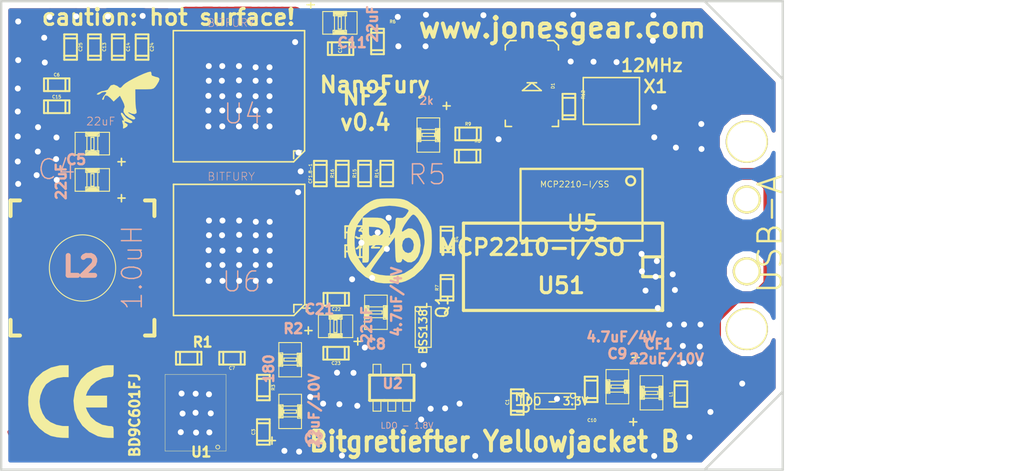
<source format=kicad_pcb>
(kicad_pcb (version 3) (host pcbnew "(2013-07-07 BZR 4022)-stable")
  (title_block (title "NanoFury NF2") (rev 0.5))
  (layers (15 F.Cu mixed) (0 B.Cu mixed) (19 F.Paste user) (20 B.SilkS user) (21 F.SilkS user) (22 B.Mask user) (23 F.Mask user) (28 Edge.Cuts user))
  (net 0 "")
  (net 1 /LED)
  (net 2 /MISO)
  (net 3 /MOSI)
  (net 4 /OMISO2)
  (net 5 /OMOSI2)
  (net 6 /OSC1)
  (net 7 /OSC2)
  (net 8 /OSCK2)
  (net 9 /SCK)
  (net 10 /SCK_OVR)
  (net 11 0V8)
  (net 12 1.8V)
  (net 13 3.3V)
  (net 14 GND)
  (net 15 INMISO)
  (net 16 INMOSI)
  (net 17 INSCK)
  (net 18 N-000001)
  (net 19 N-0000010)
  (net 20 N-0000013)
  (net 21 N-0000014)
  (net 22 N-0000022)
  (net 23 N-0000024)
  (net 24 N-000003)
  (net 25 N-000008)
  (net 26 N-000009)
  (net 27 OUTMISO1)
  (net 28 OUTMOSI1)
  (net 29 OUTSCK1)
  (net 30 USB_5V)
  (net 31 USB_DM)
  (net 32 USB_DP)
  (net 33 V_EN)
  (module SSOP-20 (layer F.Cu) (at 135.0518 81.9404 180)
    (fp_text reference U5 (at 2.87 -4.77 180) (layer F.SilkS) (effects (font (size 1.00076 1.00076) (thickness 0.14986))))
    (fp_text value MCP2210-I/SS (at 3.3655 -2.286 180) (layer F.SilkS) (effects (font (size 0.381 0.381) (thickness 0.0508))))
    (pad 7 smd rect (at 3.9 0 180) (size 0.4064 1.651) (layers F.Cu F.Paste F.Mask))
    (pad 8 smd rect (at 4.55 0 180) (size 0.4064 1.651) (layers F.Cu F.Paste F.Mask))
    (pad 9 smd rect (at 5.2 0 180) (size 0.4064 1.651) (layers F.Cu F.Paste F.Mask) (net 3 /MOSI))
    (pad 10 smd rect (at 5.85 0 180) (size 0.4064 1.651) (layers F.Cu F.Paste F.Mask))
    (pad 17 smd rect (at 1.95 -7.2 180) (size 0.4064 1.651) (layers F.Cu F.Paste F.Mask) (net 13 3.3V))
    (pad 4 smd rect (at 1.95 0 180) (size 0.4064 1.651) (layers F.Cu F.Paste F.Mask) (net 13 3.3V))
    (pad 5 smd rect (at 2.6 0 180) (size 0.4064 1.651) (layers F.Cu F.Paste F.Mask) (net 1 /LED))
    (pad 6 smd rect (at 3.25 0 180) (size 0.4064 1.651) (layers F.Cu F.Paste F.Mask))
    (pad 11 smd rect (at 5.85 -7.2 180) (size 0.4064 1.651) (layers F.Cu F.Paste F.Mask) (net 9 /SCK))
    (pad 12 smd rect (at 5.2 -7.2 180) (size 0.4064 1.651) (layers F.Cu F.Paste F.Mask) (net 10 /SCK_OVR))
    (pad 13 smd rect (at 4.55 -7.2 180) (size 0.4064 1.651) (layers F.Cu F.Paste F.Mask) (net 2 /MISO))
    (pad 14 smd rect (at 3.9 -7.2 180) (size 0.4064 1.651) (layers F.Cu F.Paste F.Mask) (net 33 V_EN))
    (pad 15 smd rect (at 3.25 -7.2 180) (size 0.4064 1.651) (layers F.Cu F.Paste F.Mask))
    (pad 16 smd rect (at 2.6 -7.2 180) (size 0.4064 1.651) (layers F.Cu F.Paste F.Mask))
    (pad 18 smd rect (at 1.3 -7.2 180) (size 0.4064 1.651) (layers F.Cu F.Paste F.Mask) (net 31 USB_DM))
    (pad 19 smd rect (at 0.65 -7.2 180) (size 0.4064 1.651) (layers F.Cu F.Paste F.Mask) (net 32 USB_DP))
    (pad 20 smd rect (at 0 -7.2 180) (size 0.4064 1.651) (layers F.Cu F.Paste F.Mask) (net 14 GND))
    (pad 1 smd rect (at 0 0 180) (size 0.4064 1.651) (layers F.Cu F.Paste F.Mask) (net 13 3.3V))
    (pad 2 smd rect (at 0.65 0 180) (size 0.4064 1.651) (layers F.Cu F.Paste F.Mask) (net 6 /OSC1))
    (pad 3 smd rect (at 1.3 0 180) (size 0.4064 1.651) (layers F.Cu F.Paste F.Mask) (net 7 /OSC2))
  )
  (module SOT23-5 (layer F.Cu) (at 119.9896 97.2566)
    (fp_text reference U2 (at 0.05588 -0.27178) (layer B.SilkS) (effects (font (size 0.635 0.635) (thickness 0.1524))))
    (fp_text value "LDO - 1.8V" (at 0.97028 2.42062) (layer B.SilkS) (effects (font (size 0.381 0.381) (thickness 0.0508))))
    (pad 1 smd rect (at -0.94996 1.29794) (size 0.54864 1.19888) (layers F.Cu F.Paste F.Mask) (net 30 USB_5V))
    (pad 2 smd rect (at 0 1.29794) (size 0.54864 1.19888) (layers F.Cu F.Paste F.Mask) (net 14 GND))
    (pad 3 smd rect (at 0.94996 1.29794) (size 0.54864 1.19888) (layers F.Cu F.Paste F.Mask) (net 33 V_EN))
    (pad 4 smd rect (at 0.94996 -1.29794) (size 0.54864 1.19888) (layers F.Cu F.Paste F.Mask) (net 14 GND))
    (pad 5 smd rect (at -0.94996 -1.29794) (size 0.54864 1.19888) (layers F.Cu F.Paste F.Mask) (net 12 1.8V))
  )
  (module CSTCE_G15C (layer F.Cu) (at 134.0358 78.8924 180)
    (fp_text reference X1 (at -2.8194 0.9271 180) (layer F.SilkS) (effects (font (size 0.8 0.8))))
    (fp_text value 12MHz (at -2.5908 2.2733 180) (layer F.SilkS) (effects (font (size 0.8 0.8))))
    (pad 3 smd rect (at 1.2 0 180) (size 0.635 2) (layers F.Cu F.Paste F.Mask) (net 7 /OSC2))
    (pad 1 smd rect (at -1.2 0 180) (size 0.635 2) (layers F.Cu F.Paste F.Mask) (net 6 /OSC1))
    (pad 2 smd rect (at 0 0 180) (size 0.635 2) (layers F.Cu F.Paste F.Mask) (net 14 GND))
  )
  (module 0805 (layer F.Cu) (at 100.838 81.6229 180)
    (fp_text reference C4 (at 2.286 -1.651 180) (layer B.SilkS) (effects (font (size 1.27 1.27) (thickness 0.0889))))
    (fp_text value 22uF (at -0.5334 1.4224 180) (layer B.SilkS) (effects (font (size 0.508 0.508) (thickness 0.0508))))
    (pad 1 smd rect (at -0.89916 0 180) (size 1.09982 1.4986) (layers F.Cu F.Paste F.Mask) (net 11 0V8))
    (pad 2 smd rect (at 0.89916 0 180) (size 1.09982 1.4986) (layers F.Cu F.Paste F.Mask) (net 14 GND))
  )
  (module 0805 (layer F.Cu) (at 122.3264 81.0641 270)
    (fp_text reference R5 (at 2.54 0.0762 360) (layer B.SilkS) (effects (font (size 1.27 1.27) (thickness 0.0889))))
    (fp_text value 2k (at -2.1971 0.1143 360) (layer B.SilkS) (effects (font (size 0.508 0.508) (thickness 0.0889))))
    (pad 1 smd rect (at -0.89916 0 270) (size 1.09982 1.4986) (layers F.Cu F.Paste F.Mask) (net 17 INSCK))
    (pad 2 smd rect (at 0.89916 0 270) (size 1.09982 1.4986) (layers F.Cu F.Paste F.Mask) (net 10 /SCK_OVR))
  )
  (module HTSOP-J8 (layer F.Cu) (at 109.3851 101.3079 90)
    (fp_text reference U1 (at -0.0635 -1.5875 180) (layer F.SilkS) (effects (font (size 0.635 0.635) (thickness 0.1524))))
    (fp_text value BD9C601FJ (at 2.2987 -5.842 90) (layer F.SilkS) (effects (font (size 0.635 0.635) (thickness 0.1524))))
    (pad 4 smd rect (at 4.355 0.725 90) (size 0.55 1.2) (layers F.Cu F.Paste F.Mask) (net 18 N-000001))
    (pad 1 smd rect (at 0.545 0.725 90) (size 0.55 1.2) (layers F.Cu F.Paste F.Mask) (net 14 GND))
    (pad 2 smd rect (at 1.815 0.725 90) (size 0.55 1.2) (layers F.Cu F.Paste F.Mask) (net 30 USB_5V))
    (pad 3 smd rect (at 3.085 0.725 90) (size 0.55 1.2) (layers F.Cu F.Paste F.Mask) (net 14 GND))
    (pad 6 smd rect (at 3.085 -4.625 90) (size 0.55 1.2) (layers F.Cu F.Paste F.Mask) (net 33 V_EN))
    (pad 7 smd rect (at 1.815 -4.625 90) (size 0.55 1.2) (layers F.Cu F.Paste F.Mask) (net 22 N-0000022))
    (pad 8 smd rect (at 0.545 -4.625 90) (size 0.55 1.2) (layers F.Cu F.Paste F.Mask) (net 22 N-0000022))
    (pad 5 smd rect (at 4.355 -4.625 90) (size 0.55 1.2) (layers F.Cu F.Paste F.Mask) (net 25 N-000008))
    (pad 9 smd rect (at 2.45 -1.95 90) (size 3.6 2.8) (layers F.Cu F.Paste F.Mask) (net 14 GND))
  )
  (module 2PLCC (layer F.Cu) (at 128.95 77.925 270)
    (fp_text reference D1 (at 0 -1.3462 270) (layer F.SilkS) (effects (font (size 0.20066 0.20066) (thickness 0.04064))))
    (fp_text value LED hide)
    (pad 1 smd rect (at 1.5 0 270) (size 1.5 2.6) (layers F.Cu F.Paste F.Mask) (net 23 N-0000024))
    (pad 2 smd rect (at -1.5 0 270) (size 1.5 2.6) (layers F.Cu F.Paste F.Mask) (net 14 GND))
  )
  (module 0603 (layer F.Cu) (at 131.318 79.248 90)
    (fp_text reference R12 (at 0.762 0.9144 90) (layer F.SilkS) (effects (font (size 0.20066 0.20066) (thickness 0.04064))))
    (fp_text value 1k hide)
    (pad 1 smd rect (at 0.75184 0 90) (size 0.89916 1.00076) (layers F.Cu F.Paste F.Mask) (net 23 N-0000024))
    (pad 2 smd rect (at -0.75184 0 90) (size 0.89916 1.00076) (layers F.Cu F.Paste F.Mask) (net 1 /LED))
  )
  (module 0603 (layer F.Cu) (at 132.7404 97.3582 90)
    (fp_text reference C10 (at -1.9812 0.0508 180) (layer F.SilkS) (effects (font (size 0.20066 0.20066) (thickness 0.04064))))
    (fp_text value 100n hide)
    (pad 1 smd rect (at 0.75184 0 90) (size 0.89916 1.00076) (layers F.Cu F.Paste F.Mask) (net 13 3.3V))
    (pad 2 smd rect (at -0.75184 0 90) (size 0.89916 1.00076) (layers F.Cu F.Paste F.Mask) (net 14 GND))
  )
  (module 0603 (layer F.Cu) (at 119.0752 75.0824 90)
    (fp_text reference R6 (at 1.27 0.9652 180) (layer F.SilkS) (effects (font (size 0.20066 0.20066) (thickness 0.04064))))
    (fp_text value 2k hide)
    (pad 1 smd rect (at 0.75184 0 90) (size 0.89916 1.00076) (layers F.Cu F.Paste F.Mask) (net 14 GND))
    (pad 2 smd rect (at -0.75184 0 90) (size 0.89916 1.00076) (layers F.Cu F.Paste F.Mask) (net 17 INSCK))
  )
  (module 0603 (layer F.Cu) (at 124.8664 81.0006)
    (fp_text reference R9 (at 0 -0.635) (layer F.SilkS) (effects (font (size 0.20066 0.20066) (thickness 0.04064))))
    (fp_text value 2k hide)
    (pad 1 smd rect (at 0.75184 0) (size 0.89916 1.00076) (layers F.Cu F.Paste F.Mask) (net 14 GND))
    (pad 2 smd rect (at -0.75184 0) (size 0.89916 1.00076) (layers F.Cu F.Paste F.Mask) (net 16 INMOSI))
  )
  (module 0603 (layer F.Cu) (at 124.841 82.423)
    (fp_text reference R8 (at 0.635 -0.9652) (layer F.SilkS) (effects (font (size 0.20066 0.20066) (thickness 0.04064))))
    (fp_text value 2K hide)
    (pad 1 smd rect (at 0.75184 0) (size 0.89916 1.00076) (layers F.Cu F.Paste F.Mask) (net 3 /MOSI))
    (pad 2 smd rect (at -0.75184 0) (size 0.89916 1.00076) (layers F.Cu F.Paste F.Mask) (net 16 INMOSI))
  )
  (module 0603 (layer F.Cu) (at 128.016 98.171 90)
    (fp_text reference C1 (at 0 -0.635 90) (layer F.SilkS) (effects (font (size 0.20066 0.20066) (thickness 0.04064))))
    (fp_text value 100nF hide)
    (pad 1 smd rect (at 0.75184 0 90) (size 0.89916 1.00076) (layers F.Cu F.Paste F.Mask) (net 14 GND))
    (pad 2 smd rect (at -0.75184 0 90) (size 0.89916 1.00076) (layers F.Cu F.Paste F.Mask) (net 30 USB_5V))
  )
  (module 0603 (layer F.Cu) (at 138.4808 97.663 90)
    (fp_text reference L1 (at 0 -0.635 90) (layer F.SilkS) (effects (font (size 0.20066 0.20066) (thickness 0.04064))))
    (fp_text value 10R@100MHz hide)
    (pad 1 smd rect (at 0.75184 0 90) (size 0.89916 1.00076) (layers F.Cu F.Paste F.Mask) (net 24 N-000003))
    (pad 2 smd rect (at -0.75184 0 90) (size 0.89916 1.00076) (layers F.Cu F.Paste F.Mask) (net 30 USB_5V))
  )
  (module 0603 (layer F.Cu) (at 123.5202 87.757 270)
    (fp_text reference R4 (at 0 -0.635 270) (layer F.SilkS) (effects (font (size 0.20066 0.20066) (thickness 0.04064))))
    (fp_text value 2k hide)
    (pad 1 smd rect (at 0.75184 0 270) (size 0.89916 1.00076) (layers F.Cu F.Paste F.Mask) (net 2 /MISO))
    (pad 2 smd rect (at -0.75184 0 270) (size 0.89916 1.00076) (layers F.Cu F.Paste F.Mask) (net 13 3.3V))
  )
  (module 0603 (layer F.Cu) (at 111.7727 97.2439 270)
    (fp_text reference R3 (at 0 -0.635 270) (layer F.SilkS) (effects (font (size 0.20066 0.20066) (thickness 0.04064))))
    (fp_text value 2.4k hide)
    (pad 1 smd rect (at 0.75184 0 270) (size 0.89916 1.00076) (layers F.Cu F.Paste F.Mask) (net 14 GND))
    (pad 2 smd rect (at -0.75184 0 270) (size 0.89916 1.00076) (layers F.Cu F.Paste F.Mask) (net 18 N-000001))
  )
  (module 0603 (layer F.Cu) (at 106.9975 95.3643)
    (fp_text reference R1 (at 0.889 -1.0287) (layer F.SilkS) (effects (font (size 0.635 0.635) (thickness 0.1524))))
    (fp_text value 5.6k hide)
    (pad 1 smd rect (at 0.75184 0) (size 0.89916 1.00076) (layers F.Cu F.Paste F.Mask) (net 26 N-000009))
    (pad 2 smd rect (at -0.75184 0) (size 0.89916 1.00076) (layers F.Cu F.Paste F.Mask) (net 25 N-000008))
  )
  (module 0603 (layer F.Cu) (at 99.441 75.438 270)
    (fp_text reference C25 (at 0 -0.635 270) (layer F.SilkS) (effects (font (size 0.20066 0.20066) (thickness 0.04064))))
    (fp_text value 100nF hide)
    (pad 1 smd rect (at 0.75184 0 270) (size 0.89916 1.00076) (layers F.Cu F.Paste F.Mask) (net 11 0V8))
    (pad 2 smd rect (at -0.75184 0 270) (size 0.89916 1.00076) (layers F.Cu F.Paste F.Mask) (net 14 GND))
  )
  (module 0603 (layer F.Cu) (at 104.013 75.438 270)
    (fp_text reference C24 (at 0 -0.635 270) (layer F.SilkS) (effects (font (size 0.20066 0.20066) (thickness 0.04064))))
    (fp_text value 100nF hide)
    (pad 1 smd rect (at 0.75184 0 270) (size 0.89916 1.00076) (layers F.Cu F.Paste F.Mask) (net 11 0V8))
    (pad 2 smd rect (at -0.75184 0 270) (size 0.89916 1.00076) (layers F.Cu F.Paste F.Mask) (net 14 GND))
  )
  (module 0603 (layer F.Cu) (at 116.4209 95.0468 180)
    (fp_text reference C23 (at 0 -0.635 180) (layer F.SilkS) (effects (font (size 0.20066 0.20066) (thickness 0.04064))))
    (fp_text value 100nF hide)
    (pad 1 smd rect (at 0.75184 0 180) (size 0.89916 1.00076) (layers F.Cu F.Paste F.Mask) (net 11 0V8))
    (pad 2 smd rect (at -0.75184 0 180) (size 0.89916 1.00076) (layers F.Cu F.Paste F.Mask) (net 14 GND))
  )
  (module 0603 (layer F.Cu) (at 116.4336 91.5924 180)
    (fp_text reference C22 (at 0 -0.635 180) (layer F.SilkS) (effects (font (size 0.20066 0.20066) (thickness 0.04064))))
    (fp_text value 100nF hide)
    (pad 1 smd rect (at 0.75184 0 180) (size 0.89916 1.00076) (layers F.Cu F.Paste F.Mask) (net 11 0V8))
    (pad 2 smd rect (at -0.75184 0 180) (size 0.89916 1.00076) (layers F.Cu F.Paste F.Mask) (net 14 GND))
  )
  (module 0603 (layer F.Cu) (at 98.552 79.2607)
    (fp_text reference C15 (at 0 -0.635) (layer F.SilkS) (effects (font (size 0.20066 0.20066) (thickness 0.04064))))
    (fp_text value 100nF hide)
    (pad 1 smd rect (at 0.75184 0) (size 0.89916 1.00076) (layers F.Cu F.Paste F.Mask) (net 11 0V8))
    (pad 2 smd rect (at -0.75184 0) (size 0.89916 1.00076) (layers F.Cu F.Paste F.Mask) (net 14 GND))
  )
  (module 0603 (layer F.Cu) (at 102.489 75.438 270)
    (fp_text reference C14 (at 0 -0.635 270) (layer F.SilkS) (effects (font (size 0.20066 0.20066) (thickness 0.04064))))
    (fp_text value 100nF hide)
    (pad 1 smd rect (at 0.75184 0 270) (size 0.89916 1.00076) (layers F.Cu F.Paste F.Mask) (net 11 0V8))
    (pad 2 smd rect (at -0.75184 0 270) (size 0.89916 1.00076) (layers F.Cu F.Paste F.Mask) (net 14 GND))
  )
  (module 0603 (layer F.Cu) (at 100.965 75.438 270)
    (fp_text reference C13 (at 0 -0.635 270) (layer F.SilkS) (effects (font (size 0.20066 0.20066) (thickness 0.04064))))
    (fp_text value 100nF hide)
    (pad 1 smd rect (at 0.75184 0 270) (size 0.89916 1.00076) (layers F.Cu F.Paste F.Mask) (net 11 0V8))
    (pad 2 smd rect (at -0.75184 0 270) (size 0.89916 1.00076) (layers F.Cu F.Paste F.Mask) (net 14 GND))
  )
  (module 0603 (layer F.Cu) (at 116.713 75.5396 180)
    (fp_text reference C12 (at 0.0254 0 270) (layer F.SilkS) (effects (font (size 0.20066 0.20066) (thickness 0.04064))))
    (fp_text value 100nF hide)
    (pad 1 smd rect (at 0.75184 0 180) (size 0.89916 1.00076) (layers F.Cu F.Paste F.Mask) (net 11 0V8))
    (pad 2 smd rect (at -0.75184 0 180) (size 0.89916 1.00076) (layers F.Cu F.Paste F.Mask) (net 14 GND))
  )
  (module 0603 (layer F.Cu) (at 109.7661 95.3643 180)
    (fp_text reference C7 (at 0 -0.635 180) (layer F.SilkS) (effects (font (size 0.20066 0.20066) (thickness 0.04064))))
    (fp_text value 1.1n hide)
    (pad 1 smd rect (at 0.75184 0 180) (size 0.89916 1.00076) (layers F.Cu F.Paste F.Mask) (net 26 N-000009))
    (pad 2 smd rect (at -0.75184 0 180) (size 0.89916 1.00076) (layers F.Cu F.Paste F.Mask) (net 14 GND))
  )
  (module 0603 (layer F.Cu) (at 98.552 77.851)
    (fp_text reference C6 (at 0 -0.635) (layer F.SilkS) (effects (font (size 0.20066 0.20066) (thickness 0.04064))))
    (fp_text value 100nF hide)
    (pad 1 smd rect (at 0.75184 0) (size 0.89916 1.00076) (layers F.Cu F.Paste F.Mask) (net 11 0V8))
    (pad 2 smd rect (at -0.75184 0) (size 0.89916 1.00076) (layers F.Cu F.Paste F.Mask) (net 14 GND))
  )
  (module 0603 (layer F.Cu) (at 111.7727 100.0887 90)
    (fp_text reference C3 (at 0 -0.635 90) (layer F.SilkS) (effects (font (size 0.20066 0.20066) (thickness 0.04064))))
    (fp_text value 100nF hide)
    (pad 1 smd rect (at 0.75184 0 90) (size 0.89916 1.00076) (layers F.Cu F.Paste F.Mask) (net 30 USB_5V))
    (pad 2 smd rect (at -0.75184 0 90) (size 0.89916 1.00076) (layers F.Cu F.Paste F.Mask) (net 14 GND))
  )
  (module 0603 (layer F.Cu) (at 123.5202 90.8558 90)
    (fp_text reference R7 (at 0 -0.635 90) (layer F.SilkS) (effects (font (size 0.20066 0.20066) (thickness 0.04064))))
    (fp_text value 1k hide)
    (pad 1 smd rect (at 0.75184 0 90) (size 0.89916 1.00076) (layers F.Cu F.Paste F.Mask) (net 10 /SCK_OVR))
    (pad 2 smd rect (at -0.75184 0 90) (size 0.89916 1.00076) (layers F.Cu F.Paste F.Mask) (net 9 /SCK))
  )
  (module SOT23 (layer F.Cu) (at 121.9962 93.3958 270)
    (fp_text reference Q1 (at -1.3462 -1.2192 270) (layer F.SilkS) (effects (font (size 0.762 0.762) (thickness 0.11938))))
    (fp_text value BSS138L (at 0.0635 0 270) (layer F.SilkS) (effects (font (size 0.50038 0.50038) (thickness 0.09906))))
    (pad 3 smd rect (at 0 -1.09982 270) (size 0.8001 1.00076) (layers F.Cu F.Paste F.Mask) (net 2 /MISO))
    (pad 2 smd rect (at 0.9525 1.09982 270) (size 0.8001 1.00076) (layers F.Cu F.Paste F.Mask) (net 15 INMISO))
    (pad 1 smd rect (at -0.9525 1.09982 270) (size 0.8001 1.00076) (layers F.Cu F.Paste F.Mask) (net 12 1.8V))
  )
  (module 0805 (layer F.Cu) (at 116.3828 93.3196)
    (fp_text reference C21 (at -1.016 -1.0922) (layer B.SilkS) (effects (font (size 0.635 0.635) (thickness 0.15875))))
    (fp_text value 22uF (at 2 -0.1 90) (layer B.SilkS) (effects (font (size 0.635 0.635) (thickness 0.1524))))
    (pad 1 smd rect (at -0.89916 0) (size 1.09982 1.4986) (layers F.Cu F.Paste F.Mask) (net 11 0V8))
    (pad 2 smd rect (at 0.89916 0) (size 1.09982 1.4986) (layers F.Cu F.Paste F.Mask) (net 14 GND))
  )
  (module 0805 (layer F.Cu) (at 116.6622 73.8886)
    (fp_text reference C11 (at 0.7874 1.27) (layer B.SilkS) (effects (font (size 0.635 0.635) (thickness 0.15875))))
    (fp_text value 22uF (at 2.0955 0.0762 90) (layer B.SilkS) (effects (font (size 0.635 0.635) (thickness 0.1524))))
    (pad 1 smd rect (at -0.89916 0) (size 1.09982 1.4986) (layers F.Cu F.Paste F.Mask) (net 11 0V8))
    (pad 2 smd rect (at 0.89916 0) (size 1.09982 1.4986) (layers F.Cu F.Paste F.Mask) (net 14 GND))
  )
  (module 0805 (layer F.Cu) (at 100.838 83.947 180)
    (fp_text reference C5 (at 1.0414 1.2954 180) (layer B.SilkS) (effects (font (size 0.635 0.635) (thickness 0.15875))))
    (fp_text value 22uF (at 2 -0.1 270) (layer B.SilkS) (effects (font (size 0.635 0.635) (thickness 0.1524))))
    (pad 1 smd rect (at -0.89916 0 180) (size 1.09982 1.4986) (layers F.Cu F.Paste F.Mask) (net 11 0V8))
    (pad 2 smd rect (at 0.89916 0 180) (size 1.09982 1.4986) (layers F.Cu F.Paste F.Mask) (net 14 GND))
  )
  (module 0805 (layer F.Cu) (at 113.4872 95.4532 270)
    (fp_text reference R2 (at -1.9812 -0.2032 360) (layer B.SilkS) (effects (font (size 0.635 0.635) (thickness 0.15875))))
    (fp_text value 180 (at 0.5842 1.3716 270) (layer B.SilkS) (effects (font (size 0.635 0.635) (thickness 0.1524))))
    (pad 1 smd rect (at -0.89916 0 270) (size 1.09982 1.4986) (layers F.Cu F.Paste F.Mask) (net 11 0V8))
    (pad 2 smd rect (at 0.89916 0 270) (size 1.09982 1.4986) (layers F.Cu F.Paste F.Mask) (net 18 N-000001))
  )
  (module 0805 (layer F.Cu) (at 113.4872 98.7806 90)
    (fp_text reference C2 (at -1.7399 1.5113 180) (layer B.SilkS) (effects (font (size 0.635 0.635) (thickness 0.15875))))
    (fp_text value 22uF/10V (at 0.0508 1.5367 90) (layer B.SilkS) (effects (font (size 0.635 0.635) (thickness 0.1524))))
    (pad 1 smd rect (at -0.89916 0 90) (size 1.09982 1.4986) (layers F.Cu F.Paste F.Mask) (net 30 USB_5V))
    (pad 2 smd rect (at 0.89916 0 90) (size 1.09982 1.4986) (layers F.Cu F.Paste F.Mask) (net 14 GND))
  )
  (module 0805 (layer F.Cu) (at 136.6012 97.5868 90)
    (fp_text reference CF1 (at 3.1242 0.4572 180) (layer B.SilkS) (effects (font (size 0.635 0.635) (thickness 0.15875))))
    (fp_text value 22uF/10V (at 2.1844 0.9652 180) (layer B.SilkS) (effects (font (size 0.635 0.635) (thickness 0.1524))))
    (pad 1 smd rect (at -0.89916 0 90) (size 1.09982 1.4986) (layers F.Cu F.Paste F.Mask) (net 30 USB_5V))
    (pad 2 smd rect (at 0.89916 0 90) (size 1.09982 1.4986) (layers F.Cu F.Paste F.Mask) (net 14 GND))
  )
  (module 0805 (layer F.Cu) (at 118.9736 92.4306 90)
    (fp_text reference C8 (at -2.032 0 180) (layer B.SilkS) (effects (font (size 0.635 0.635) (thickness 0.15875))))
    (fp_text value 4.7uF/4V (at 0.6858 1.3208 90) (layer B.SilkS) (effects (font (size 0.635 0.635) (thickness 0.1524))))
    (pad 1 smd rect (at -0.89916 0 90) (size 1.09982 1.4986) (layers F.Cu F.Paste F.Mask) (net 12 1.8V))
    (pad 2 smd rect (at 0.89916 0 90) (size 1.09982 1.4986) (layers F.Cu F.Paste F.Mask) (net 14 GND))
  )
  (module 0805 (layer F.Cu) (at 134.4168 97.1804 270)
    (fp_text reference C9 (at -2.1 0 360) (layer B.SilkS) (effects (font (size 0.635 0.635) (thickness 0.15875))))
    (fp_text value 4.7uF/4V (at -3.175 -0.254 360) (layer B.SilkS) (effects (font (size 0.635 0.635) (thickness 0.1524))))
    (pad 1 smd rect (at -0.89916 0 270) (size 1.09982 1.4986) (layers F.Cu F.Paste F.Mask) (net 13 3.3V))
    (pad 2 smd rect (at 0.89916 0 270) (size 1.09982 1.4986) (layers F.Cu F.Paste F.Mask) (net 14 GND))
  )
  (module QFN48 (layer F.Cu) (at 110.2106 78.5876 180)
    (fp_text reference U4 (at -0.254 -1.1176 180) (layer B.SilkS) (effects (font (size 1.27 1.27) (thickness 0.0889))))
    (fp_text value BITFURY (at 0.508 4.699 180) (layer B.SilkS) (effects (font (size 0.508 0.508) (thickness 0.0381))))
    (pad 13 smd rect (at -2.75 3.55 180) (size 0.28 1) (layers F.Cu F.Paste F.Mask) (net 11 0V8))
    (pad 25 smd rect (at 3.55 2.75 180) (size 1 0.3) (layers F.Cu F.Paste F.Mask) (net 11 0V8))
    (pad 26 smd rect (at 3.55 2.25 180) (size 1 0.3) (layers F.Cu F.Paste F.Mask) (net 11 0V8))
    (pad 28 smd rect (at 3.55 1.25 180) (size 1 0.3) (layers F.Cu F.Paste F.Mask) (net 11 0V8))
    (pad 27 smd rect (at 3.55 1.75 180) (size 1 0.3) (layers F.Cu F.Paste F.Mask) (net 11 0V8))
    (pad 29 smd rect (at 3.55 0.75 180) (size 1 0.3) (layers F.Cu F.Paste F.Mask) (net 11 0V8))
    (pad 30 smd rect (at 3.55 0.25 180) (size 1 0.3) (layers F.Cu F.Paste F.Mask) (net 11 0V8))
    (pad 36 smd rect (at 3.55 -2.75 180) (size 1 0.3) (layers F.Cu F.Paste F.Mask) (net 11 0V8))
    (pad 35 smd rect (at 3.55 -2.25 180) (size 1 0.3) (layers F.Cu F.Paste F.Mask) (net 11 0V8))
    (pad 33 smd rect (at 3.55 -1.25 180) (size 1 0.3) (layers F.Cu F.Paste F.Mask) (net 11 0V8))
    (pad 34 smd rect (at 3.55 -1.75 180) (size 1 0.3) (layers F.Cu F.Paste F.Mask) (net 11 0V8))
    (pad 32 smd rect (at 3.55 -0.75 180) (size 1 0.3) (layers F.Cu F.Paste F.Mask) (net 11 0V8))
    (pad 31 smd rect (at 3.55 -0.25 180) (size 1 0.3) (layers F.Cu F.Paste F.Mask) (net 11 0V8))
    (pad 1 smd rect (at -3.55 -2.75 180) (size 1 0.3) (layers F.Cu F.Paste F.Mask) (net 14 GND))
    (pad 3 smd rect (at -3.55 -1.748 180) (size 1 0.3) (layers F.Cu F.Paste F.Mask) (net 14 GND))
    (pad 2 smd rect (at -3.55 -2.25 180) (size 1 0.3) (layers F.Cu F.Paste F.Mask) (net 14 GND))
    (pad 5 smd rect (at -3.55 -0.75 180) (size 1 0.3) (layers F.Cu F.Paste F.Mask))
    (pad 6 smd rect (at -3.55 -0.25 180) (size 1 0.3) (layers F.Cu F.Paste F.Mask) (net 29 OUTSCK1))
    (pad 4 smd rect (at -3.55 -1.25 180) (size 1 0.3) (layers F.Cu F.Paste F.Mask) (net 12 1.8V))
    (pad 10 smd rect (at -3.55 1.75 180) (size 1 0.3) (layers F.Cu F.Paste F.Mask) (net 16 INMOSI))
    (pad 12 smd rect (at -3.55 2.75 180) (size 1 0.3) (layers F.Cu F.Paste F.Mask) (net 14 GND))
    (pad 11 smd rect (at -3.55 2.25 180) (size 1 0.3) (layers F.Cu F.Paste F.Mask) (net 17 INSCK))
    (pad 8 smd rect (at -3.55 0.75 180) (size 1 0.3) (layers F.Cu F.Paste F.Mask) (net 27 OUTMISO1))
    (pad 9 smd rect (at -3.55 1.25 180) (size 1 0.3) (layers F.Cu F.Paste F.Mask) (net 15 INMISO))
    (pad 7 smd rect (at -3.55 0.25 180) (size 1 0.3) (layers F.Cu F.Paste F.Mask) (net 28 OUTMOSI1))
    (pad 49 smd rect (at 0 0 180) (size 5 5) (layers F.Cu F.Mask) (net 14 GND))
    (pad 47 smd rect (at -2.25 -3.55 180) (size 0.3 1) (layers F.Cu F.Paste F.Mask) (net 11 0V8))
    (pad 48 smd rect (at -2.75 -3.55 180) (size 0.28 1) (layers F.Cu F.Paste F.Mask) (net 11 0V8))
    (pad 45 smd rect (at -1.25 -3.55 180) (size 0.3 1) (layers F.Cu F.Paste F.Mask) (net 11 0V8))
    (pad 44 smd rect (at -0.75 -3.55 180) (size 0.3 1) (layers F.Cu F.Paste F.Mask) (net 11 0V8))
    (pad 46 smd rect (at -1.75 -3.55 180) (size 0.3 1) (layers F.Cu F.Paste F.Mask) (net 11 0V8))
    (pad 39 smd rect (at 1.75 -3.55 180) (size 0.3 1) (layers F.Cu F.Paste F.Mask) (net 11 0V8))
    (pad 37 smd rect (at 2.75 -3.55 180) (size 0.3 1) (layers F.Cu F.Paste F.Mask) (net 11 0V8))
    (pad 38 smd rect (at 2.25 -3.55 180) (size 0.3 1) (layers F.Cu F.Paste F.Mask) (net 11 0V8))
    (pad 41 smd rect (at 0.75 -3.55 180) (size 0.3 1) (layers F.Cu F.Paste F.Mask) (net 11 0V8))
    (pad 40 smd rect (at 1.25 -3.55 180) (size 0.3 1) (layers F.Cu F.Paste F.Mask) (net 11 0V8))
    (pad 42 smd rect (at 0.25 -3.55 180) (size 0.3 1) (layers F.Cu F.Paste F.Mask) (net 11 0V8))
    (pad 43 smd rect (at -0.25 -3.55 180) (size 0.3 1) (layers F.Cu F.Paste F.Mask) (net 11 0V8))
    (pad 14 smd rect (at -2.25 3.55 180) (size 0.3 1) (layers F.Cu F.Paste F.Mask) (net 11 0V8))
    (pad 16 smd rect (at -1.25 3.55 180) (size 0.3 1) (layers F.Cu F.Paste F.Mask) (net 11 0V8))
    (pad 17 smd rect (at -0.75 3.55 180) (size 0.3 1) (layers F.Cu F.Paste F.Mask) (net 11 0V8))
    (pad 15 smd rect (at -1.75 3.55 180) (size 0.3 1) (layers F.Cu F.Paste F.Mask) (net 11 0V8))
    (pad 22 smd rect (at 1.75 3.55 180) (size 0.3 1) (layers F.Cu F.Paste F.Mask) (net 11 0V8))
    (pad 24 smd rect (at 2.75 3.55 180) (size 0.3 1) (layers F.Cu F.Paste F.Mask) (net 11 0V8))
    (pad 23 smd rect (at 2.25 3.55 180) (size 0.3 1) (layers F.Cu F.Paste F.Mask) (net 11 0V8))
    (pad 20 smd rect (at 0.75 3.55 180) (size 0.3 1) (layers F.Cu F.Paste F.Mask) (net 11 0V8))
    (pad 21 smd rect (at 1.25 3.55 180) (size 0.3 1) (layers F.Cu F.Paste F.Mask) (net 11 0V8))
    (pad 19 smd rect (at 0.25 3.55 180) (size 0.3 1) (layers F.Cu F.Paste F.Mask) (net 11 0V8))
    (pad 18 smd rect (at -0.25 3.55 180) (size 0.3 1) (layers F.Cu F.Paste F.Mask) (net 11 0V8))
    (pad 49 smd rect (at -1.125 -1.125 180) (size 2 2) (layers F.Cu F.Paste F.Mask) (net 14 GND))
    (pad 49 smd rect (at -1.125 1.125 180) (size 2 2) (layers F.Cu F.Paste F.Mask) (net 14 GND))
    (pad 49 smd rect (at 1.125 -1.125 180) (size 2 2) (layers F.Cu F.Paste F.Mask) (net 14 GND))
    (pad 49 smd rect (at 1.125 1.125 180) (size 2 2) (layers F.Cu F.Paste F.Mask) (net 14 GND))
  )
  (module SOT23 (layer F.Cu) (at 130.4036 98.1202 180)
    (fp_text reference U3 (at 1.99898 -0.09906 270) (layer F.SilkS) (effects (font (size 0.762 0.762) (thickness 0.11938))))
    (fp_text value "LDO - 3.3V" (at 0.0635 0 180) (layer F.SilkS) (effects (font (size 0.50038 0.50038) (thickness 0.09906))))
    (pad 3 smd rect (at 0 -1.09982 180) (size 0.8001 1.00076) (layers F.Cu F.Paste F.Mask) (net 30 USB_5V))
    (pad 2 smd rect (at 0.9525 1.09982 180) (size 0.8001 1.00076) (layers F.Cu F.Paste F.Mask) (net 13 3.3V))
    (pad 1 smd rect (at -0.9525 1.09982 180) (size 0.8001 1.00076) (layers F.Cu F.Paste F.Mask) (net 14 GND))
  )
  (module SOIC20 (layer F.Cu) (at 130.9624 89.5096 180)
    (fp_text reference U51 (at 0.14 -1.2 180) (layer F.SilkS) (effects (font (size 1.016 1.016) (thickness 0.2032))))
    (fp_text value MCP2210-I/SO (at 2 1.25 180) (layer F.SilkS) (effects (font (size 1.016 1.016) (thickness 0.2032))))
    (pad 1 smd rect (at -5.715 4.7 180) (size 0.762 2) (layers F.Cu F.Paste F.Mask) (net 13 3.3V))
    (pad 2 smd rect (at -4.445 4.7 180) (size 0.762 2) (layers F.Cu F.Paste F.Mask) (net 6 /OSC1))
    (pad 3 smd rect (at -3.175 4.7 180) (size 0.762 2) (layers F.Cu F.Paste F.Mask) (net 7 /OSC2))
    (pad 4 smd rect (at -1.905 4.7 180) (size 0.762 2) (layers F.Cu F.Paste F.Mask) (net 13 3.3V))
    (pad 5 smd rect (at -0.635 4.7 180) (size 0.762 2) (layers F.Cu F.Paste F.Mask) (net 1 /LED))
    (pad 6 smd rect (at 0.635 4.7 180) (size 0.762 2) (layers F.Cu F.Paste F.Mask))
    (pad 7 smd rect (at 1.905 4.7 180) (size 0.762 2) (layers F.Cu F.Paste F.Mask))
    (pad 8 smd rect (at 3.175 4.7 180) (size 0.762 2) (layers F.Cu F.Paste F.Mask))
    (pad 9 smd rect (at 4.445 4.7 180) (size 0.762 2) (layers F.Cu F.Paste F.Mask) (net 3 /MOSI))
    (pad 10 smd rect (at 5.715 4.7 180) (size 0.762 2) (layers F.Cu F.Paste F.Mask))
    (pad 20 smd rect (at -5.715 -4.7 180) (size 0.762 2) (layers F.Cu F.Paste F.Mask) (net 14 GND))
    (pad 19 smd rect (at -4.445 -4.7 180) (size 0.762 2) (layers F.Cu F.Paste F.Mask) (net 32 USB_DP))
    (pad 18 smd rect (at -3.175 -4.7 180) (size 0.762 2) (layers F.Cu F.Paste F.Mask) (net 31 USB_DM))
    (pad 17 smd rect (at -1.905 -4.7 180) (size 0.762 2) (layers F.Cu F.Paste F.Mask) (net 13 3.3V))
    (pad 16 smd rect (at -0.635 -4.7 180) (size 0.762 2) (layers F.Cu F.Paste F.Mask))
    (pad 15 smd rect (at 0.635 -4.7 180) (size 0.762 2) (layers F.Cu F.Paste F.Mask))
    (pad 14 smd rect (at 1.905 -4.7 180) (size 0.762 2) (layers F.Cu F.Paste F.Mask) (net 33 V_EN))
    (pad 13 smd rect (at 3.175 -4.7 180) (size 0.762 2) (layers F.Cu F.Paste F.Mask) (net 2 /MISO))
    (pad 12 smd rect (at 4.445 -4.7 180) (size 0.762 2) (layers F.Cu F.Paste F.Mask) (net 10 /SCK_OVR))
    (pad 11 smd rect (at 5.715 -4.7 180) (size 0.762 2) (layers F.Cu F.Paste F.Mask) (net 9 /SCK))
  )
  (module TP (layer F.Cu) (at 115.4811 89.2937)
    (fp_text reference P1 (at 2.09 -0.75) (layer F.SilkS) (effects (font (size 0.762 0.762) (thickness 0.11938))))
    (fp_text value TST hide)
    (pad 1 smd rect (at 0 0) (size 0.635 0.635) (layers F.Cu F.Paste F.Mask) (net 8 /OSCK2))
  )
  (module TP (layer F.Cu) (at 116.4971 88.6841)
    (fp_text reference P2 (at 2.09 -0.75) (layer F.SilkS) (effects (font (size 0.762 0.762) (thickness 0.11938))))
    (fp_text value TST hide)
    (pad 1 smd rect (at 0 0) (size 0.635 0.635) (layers F.Cu F.Paste F.Mask) (net 5 /OMOSI2))
  )
  (module TP (layer F.Cu) (at 115.4811 88.0745)
    (fp_text reference P3 (at 2.09 -0.75) (layer F.SilkS) (effects (font (size 0.762 0.762) (thickness 0.11938))))
    (fp_text value TST hide)
    (pad 1 smd rect (at 0 0) (size 0.635 0.635) (layers F.Cu F.Paste F.Mask) (net 4 /OMISO2))
  )
  (module SRN8040 (layer F.Cu) (at 100.203 89.5858 180)
    (fp_text reference L2 (at 0.1 0.1 180) (layer B.SilkS) (effects (font (size 1.27 1.27) (thickness 0.3175))))
    (fp_text value 1.0uH (at -3.175 0.0254 270) (layer B.SilkS) (effects (font (size 1.27 1.27) (thickness 0.0889))))
    (pad 1 smd rect (at 0 -2.85 180) (size 8 2.2) (layers F.Cu F.Paste F.Mask) (net 22 N-0000022))
    (pad 2 smd rect (at 0 2.85 180) (size 8 2.2) (layers F.Cu F.Paste F.Mask) (net 11 0V8))
  )
  (module 0603 (layer F.Cu) (at 119.66575 83.53425 90)
    (fp_text reference R14 (at 0 -0.635 90) (layer F.SilkS) (effects (font (size 0.20066 0.20066) (thickness 0.04064))))
    (fp_text value 0R hide)
    (pad 1 smd rect (at 0.75184 0 90) (size 0.89916 1.00076) (layers F.Cu F.Paste F.Mask) (net 27 OUTMISO1))
    (pad 2 smd rect (at -0.75184 0 90) (size 0.89916 1.00076) (layers F.Cu F.Paste F.Mask) (net 19 N-0000010))
  )
  (module 0603 (layer F.Cu) (at 118.24335 83.53425 90)
    (fp_text reference R15 (at 0 -0.635 90) (layer F.SilkS) (effects (font (size 0.20066 0.20066) (thickness 0.04064))))
    (fp_text value 0R hide)
    (pad 1 smd rect (at 0.75184 0 90) (size 0.89916 1.00076) (layers F.Cu F.Paste F.Mask) (net 28 OUTMOSI1))
    (pad 2 smd rect (at -0.75184 0 90) (size 0.89916 1.00076) (layers F.Cu F.Paste F.Mask) (net 20 N-0000013))
  )
  (module 0603 (layer F.Cu) (at 116.82095 83.53425 90)
    (fp_text reference R16 (at 0 -0.635 90) (layer F.SilkS) (effects (font (size 0.20066 0.20066) (thickness 0.04064))))
    (fp_text value 0R hide)
    (pad 1 smd rect (at 0.75184 0 90) (size 0.89916 1.00076) (layers F.Cu F.Paste F.Mask) (net 29 OUTSCK1))
    (pad 2 smd rect (at -0.75184 0 90) (size 0.89916 1.00076) (layers F.Cu F.Paste F.Mask) (net 21 N-0000014))
  )
  (module 0603 (layer F.Cu) (at 115.4176 83.5406 90)
    (fp_text reference CF1.8-1 (at 0 -0.635 90) (layer F.SilkS) (effects (font (size 0.20066 0.20066) (thickness 0.04064))))
    (fp_text value 100n hide)
    (pad 1 smd rect (at 0.75184 0 90) (size 0.89916 1.00076) (layers F.Cu F.Paste F.Mask) (net 12 1.8V))
    (pad 2 smd rect (at -0.75184 0 90) (size 0.89916 1.00076) (layers F.Cu F.Paste F.Mask) (net 14 GND))
  )
  (module QFN48 (layer F.Cu) (at 110.2233 88.4301 180)
    (fp_text reference U6 (at -0.1524 -2.032 180) (layer B.SilkS) (effects (font (size 1.27 1.27) (thickness 0.0889))))
    (fp_text value BITFURY (at 0.508 4.699 180) (layer B.SilkS) (effects (font (size 0.508 0.508) (thickness 0.0381))))
    (pad 13 smd rect (at -2.75 3.55 180) (size 0.28 1) (layers F.Cu F.Paste F.Mask) (net 11 0V8))
    (pad 25 smd rect (at 3.55 2.75 180) (size 1 0.3) (layers F.Cu F.Paste F.Mask) (net 11 0V8))
    (pad 26 smd rect (at 3.55 2.25 180) (size 1 0.3) (layers F.Cu F.Paste F.Mask) (net 11 0V8))
    (pad 28 smd rect (at 3.55 1.25 180) (size 1 0.3) (layers F.Cu F.Paste F.Mask) (net 11 0V8))
    (pad 27 smd rect (at 3.55 1.75 180) (size 1 0.3) (layers F.Cu F.Paste F.Mask) (net 11 0V8))
    (pad 29 smd rect (at 3.55 0.75 180) (size 1 0.3) (layers F.Cu F.Paste F.Mask) (net 11 0V8))
    (pad 30 smd rect (at 3.55 0.25 180) (size 1 0.3) (layers F.Cu F.Paste F.Mask) (net 11 0V8))
    (pad 36 smd rect (at 3.55 -2.75 180) (size 1 0.3) (layers F.Cu F.Paste F.Mask) (net 11 0V8))
    (pad 35 smd rect (at 3.55 -2.25 180) (size 1 0.3) (layers F.Cu F.Paste F.Mask) (net 11 0V8))
    (pad 33 smd rect (at 3.55 -1.25 180) (size 1 0.3) (layers F.Cu F.Paste F.Mask) (net 11 0V8))
    (pad 34 smd rect (at 3.55 -1.75 180) (size 1 0.3) (layers F.Cu F.Paste F.Mask) (net 11 0V8))
    (pad 32 smd rect (at 3.55 -0.75 180) (size 1 0.3) (layers F.Cu F.Paste F.Mask) (net 11 0V8))
    (pad 31 smd rect (at 3.55 -0.25 180) (size 1 0.3) (layers F.Cu F.Paste F.Mask) (net 11 0V8))
    (pad 1 smd rect (at -3.55 -2.75 180) (size 1 0.3) (layers F.Cu F.Paste F.Mask) (net 14 GND))
    (pad 3 smd rect (at -3.55 -1.748 180) (size 1 0.3) (layers F.Cu F.Paste F.Mask) (net 14 GND))
    (pad 2 smd rect (at -3.55 -2.25 180) (size 1 0.3) (layers F.Cu F.Paste F.Mask) (net 14 GND))
    (pad 5 smd rect (at -3.55 -0.75 180) (size 1 0.3) (layers F.Cu F.Paste F.Mask))
    (pad 6 smd rect (at -3.55 -0.25 180) (size 1 0.3) (layers F.Cu F.Paste F.Mask) (net 8 /OSCK2))
    (pad 4 smd rect (at -3.55 -1.25 180) (size 1 0.3) (layers F.Cu F.Paste F.Mask) (net 12 1.8V))
    (pad 10 smd rect (at -3.55 1.75 180) (size 1 0.3) (layers F.Cu F.Paste F.Mask) (net 20 N-0000013))
    (pad 12 smd rect (at -3.55 2.75 180) (size 1 0.3) (layers F.Cu F.Paste F.Mask) (net 14 GND))
    (pad 11 smd rect (at -3.55 2.25 180) (size 1 0.3) (layers F.Cu F.Paste F.Mask) (net 21 N-0000014))
    (pad 8 smd rect (at -3.55 0.75 180) (size 1 0.3) (layers F.Cu F.Paste F.Mask) (net 4 /OMISO2))
    (pad 9 smd rect (at -3.55 1.25 180) (size 1 0.3) (layers F.Cu F.Paste F.Mask) (net 19 N-0000010))
    (pad 7 smd rect (at -3.55 0.25 180) (size 1 0.3) (layers F.Cu F.Paste F.Mask) (net 5 /OMOSI2))
    (pad 49 smd rect (at 0 0 180) (size 5 5) (layers F.Cu F.Mask) (net 14 GND))
    (pad 47 smd rect (at -2.25 -3.55 180) (size 0.3 1) (layers F.Cu F.Paste F.Mask) (net 11 0V8))
    (pad 48 smd rect (at -2.75 -3.55 180) (size 0.28 1) (layers F.Cu F.Paste F.Mask) (net 11 0V8))
    (pad 45 smd rect (at -1.25 -3.55 180) (size 0.3 1) (layers F.Cu F.Paste F.Mask) (net 11 0V8))
    (pad 44 smd rect (at -0.75 -3.55 180) (size 0.3 1) (layers F.Cu F.Paste F.Mask) (net 11 0V8))
    (pad 46 smd rect (at -1.75 -3.55 180) (size 0.3 1) (layers F.Cu F.Paste F.Mask) (net 11 0V8))
    (pad 39 smd rect (at 1.75 -3.55 180) (size 0.3 1) (layers F.Cu F.Paste F.Mask) (net 11 0V8))
    (pad 37 smd rect (at 2.75 -3.55 180) (size 0.3 1) (layers F.Cu F.Paste F.Mask) (net 11 0V8))
    (pad 38 smd rect (at 2.25 -3.55 180) (size 0.3 1) (layers F.Cu F.Paste F.Mask) (net 11 0V8))
    (pad 41 smd rect (at 0.75 -3.55 180) (size 0.3 1) (layers F.Cu F.Paste F.Mask) (net 11 0V8))
    (pad 40 smd rect (at 1.25 -3.55 180) (size 0.3 1) (layers F.Cu F.Paste F.Mask) (net 11 0V8))
    (pad 42 smd rect (at 0.25 -3.55 180) (size 0.3 1) (layers F.Cu F.Paste F.Mask) (net 11 0V8))
    (pad 43 smd rect (at -0.25 -3.55 180) (size 0.3 1) (layers F.Cu F.Paste F.Mask) (net 11 0V8))
    (pad 14 smd rect (at -2.25 3.55 180) (size 0.3 1) (layers F.Cu F.Paste F.Mask) (net 11 0V8))
    (pad 16 smd rect (at -1.25 3.55 180) (size 0.3 1) (layers F.Cu F.Paste F.Mask) (net 11 0V8))
    (pad 17 smd rect (at -0.75 3.55 180) (size 0.3 1) (layers F.Cu F.Paste F.Mask) (net 11 0V8))
    (pad 15 smd rect (at -1.75 3.55 180) (size 0.3 1) (layers F.Cu F.Paste F.Mask) (net 11 0V8))
    (pad 22 smd rect (at 1.75 3.55 180) (size 0.3 1) (layers F.Cu F.Paste F.Mask) (net 11 0V8))
    (pad 24 smd rect (at 2.75 3.55 180) (size 0.3 1) (layers F.Cu F.Paste F.Mask) (net 11 0V8))
    (pad 23 smd rect (at 2.25 3.55 180) (size 0.3 1) (layers F.Cu F.Paste F.Mask) (net 11 0V8))
    (pad 20 smd rect (at 0.75 3.55 180) (size 0.3 1) (layers F.Cu F.Paste F.Mask) (net 11 0V8))
    (pad 21 smd rect (at 1.25 3.55 180) (size 0.3 1) (layers F.Cu F.Paste F.Mask) (net 11 0V8))
    (pad 19 smd rect (at 0.25 3.55 180) (size 0.3 1) (layers F.Cu F.Paste F.Mask) (net 11 0V8))
    (pad 18 smd rect (at -0.25 3.55 180) (size 0.3 1) (layers F.Cu F.Paste F.Mask) (net 11 0V8))
    (pad 49 smd rect (at -1.125 -1.125 180) (size 2 2) (layers F.Cu F.Paste F.Mask) (net 14 GND))
    (pad 49 smd rect (at -1.125 1.125 180) (size 2 2) (layers F.Cu F.Paste F.Mask) (net 14 GND))
    (pad 49 smd rect (at 1.125 -1.125 180) (size 2 2) (layers F.Cu F.Paste F.Mask) (net 14 GND))
    (pad 49 smd rect (at 1.125 1.125 180) (size 2 2) (layers F.Cu F.Paste F.Mask) (net 14 GND))
  )
  (module CNC-1001-011-01101 (layer F.Cu) (at 142.7 87.5 270)
    (fp_text reference CN1 hide)
    (fp_text value USB-A (at -0.0986 -1.4939 270) (layer F.SilkS) (effects (font (size 1.5 1.5))))
    (pad 5 smd rect (at 3.5 2.8 270) (size 1.1 2.3) (layers F.Cu F.Paste F.Mask) (net 14 GND))
    (pad 3 smd rect (at 1 2.8 270) (size 1.1 2.3) (layers F.Cu F.Paste F.Mask) (net 32 USB_DP))
    (pad 1 smd rect (at -3.5 2.8 270) (size 1.1 2.3) (layers F.Cu F.Paste F.Mask) (net 24 N-000003))
    (pad "" thru_hole circle (at -6 0 270) (size 2.7 2.7) (drill 2.5) (layers *.Cu *.Mask F.SilkS))
    (pad "" thru_hole circle (at 6 0 270) (size 2.7 2.7) (drill 2.5) (layers *.Cu *.Mask F.SilkS))
    (pad "" thru_hole circle (at -2.3 0 270) (size 1.8 1.8) (drill 1.5) (layers *.Cu *.Mask F.SilkS))
    (pad "" thru_hole circle (at 2.3 0 270) (size 1.8 1.8) (drill 1.5) (layers *.Cu *.Mask F.SilkS))
    (pad 2 smd rect (at -1 2.8 270) (size 1.1 2.3) (layers F.Cu F.Paste F.Mask) (net 31 USB_DM))
  )
  (module YELLOWJACKET_SM (layer F.Cu) (at 103.2 78.825)
    (fp_text reference G*** hide)
    (fp_text value LOGO hide)
  )
  (module LOGO_CE (layer F.Cu) (at 99.4 98.1)
    (fp_text reference G*** hide)
    (fp_text value LOGO_CE hide)
  )
  (module LOGO_ROHS_NoPB (layer F.Cu) (at 119.8 87.8)
    (fp_text reference G*** hide)
    (fp_text value LOGO_ROHS_NoPB hide)
  )
  (gr_text "NF2\nv0.4" (at 118.3 79.45) (layer F.SilkS) (effects (font (size 1.016 1.016) (thickness 0.2032))))
  (gr_line (start 145 77.5) (end 140 72.5) (angle 90) (layer Edge.Cuts) (width 0.15))
  (gr_line (start 140 102.5) (end 145 97.5) (angle 90) (layer Edge.Cuts) (width 0.15))
  (gr_text www.jonesgear.com (at 130.9 74.2) (layer F.SilkS) (effects (font (size 1.27 1.27) (thickness 0.254))))
  (gr_text "NF2\nV0.4" (at 97.075 99.825) (layer F.Cu) (effects (font (size 1.016 1.016) (thickness 0.254))))
  (gr_text "Bitgretiefter Yellowjacket B" (at 126.55 100.7) (layer F.SilkS) (effects (font (size 1.27 1.143) (thickness 0.254))))
  (gr_text "caution: hot surface!" (at 105.7 73.525) (layer F.SilkS) (effects (font (size 1.016 1.016) (thickness 0.2032))))
  (gr_text NanoFury (at 118.9 77.85) (layer F.SilkS) (effects (font (size 1.016 1.016) (thickness 0.2032))))
  (gr_line (start 145 72.5) (end 95 72.5) (angle 90) (layer Edge.Cuts) (width 0.15))
  (gr_line (start 95 102.5) (end 95 72.5) (angle 90) (layer Edge.Cuts) (width 0.15))
  (gr_line (start 145 72.5) (end 145 102.5) (angle 90) (layer Edge.Cuts) (width 0.15))
  (gr_line (start 145 102.5) (end 95 102.5) (angle 90) (layer Edge.Cuts) (width 0.15))
  (segment (start 132.4518 81.9404) (end 132.4518 80.839) (width 0.381) (layer F.Cu) (net 1))
  (segment (start 131.61264 79.99984) (end 131.318 79.99984) (width 0.381) (layer F.Cu) (net 1))
  (segment (start 132.4518 80.839) (end 131.61264 79.99984) (width 0.381) (layer F.Cu) (net 1))
  (segment (start 131.5974 84.8096) (end 131.5974 83.9216) (width 0.381) (layer F.Cu) (net 1))
  (segment (start 132.4518 83.0672) (end 132.4518 81.9404) (width 0.381) (layer F.Cu) (net 1))
  (segment (start 131.5974 83.9216) (end 132.4518 83.0672) (width 0.381) (layer F.Cu) (net 1))
  (segment (start 123.09602 93.3958) (end 123.09602 94.41942) (width 0.381) (layer F.Cu) (net 2))
  (segment (start 127.7874 95.377) (end 127.7874 94.2096) (width 0.381) (layer F.Cu) (net 2))
  (segment (start 127.3302 95.8342) (end 127.7874 95.377) (width 0.381) (layer F.Cu) (net 2))
  (segment (start 124.5108 95.8342) (end 127.3302 95.8342) (width 0.381) (layer F.Cu) (net 2))
  (segment (start 123.09602 94.41942) (end 124.5108 95.8342) (width 0.381) (layer F.Cu) (net 2))
  (segment (start 123.5202 88.50884) (end 127.01016 88.50884) (width 0.381) (layer F.Cu) (net 2))
  (segment (start 130.5018 88.040656) (end 129.837142 87.375998) (width 0.381) (layer F.Cu) (net 2))
  (segment (start 129.837142 87.375998) (end 128.143002 87.375998) (width 0.381) (layer F.Cu) (net 2))
  (segment (start 128.143002 87.375998) (end 127.03556 88.48344) (width 0.381) (layer F.Cu) (net 2))
  (segment (start 130.5018 88.040656) (end 130.5018 89.1404) (width 0.381) (layer F.Cu) (net 2))
  (segment (start 127.01016 88.50884) (end 127.03556 88.48344) (width 0.381) (layer F.Cu) (net 2))
  (segment (start 127.7874 94.2096) (end 127.7874 93.2688) (width 0.381) (layer F.Cu) (net 2))
  (segment (start 127.7874 93.2688) (end 130.5018 90.5544) (width 0.381) (layer F.Cu) (net 2))
  (segment (start 130.5018 90.5544) (end 130.5018 89.1404) (width 0.381) (layer F.Cu) (net 2))
  (segment (start 126.5174 83.7692) (end 126.5174 82.8421) (width 0.508) (layer F.Cu) (net 3))
  (segment (start 126.0983 82.423) (end 125.59284 82.423) (width 0.508) (layer F.Cu) (net 3))
  (segment (start 126.5174 82.8421) (end 126.0983 82.423) (width 0.508) (layer F.Cu) (net 3))
  (segment (start 129.8518 81.9404) (end 129.8518 83.0002) (width 0.381) (layer F.Cu) (net 3))
  (segment (start 126.5174 83.7692) (end 126.5174 84.8096) (width 0.381) (layer F.Cu) (net 3))
  (segment (start 126.9746 83.312) (end 126.5174 83.7692) (width 0.381) (layer F.Cu) (net 3))
  (segment (start 129.54 83.312) (end 126.9746 83.312) (width 0.381) (layer F.Cu) (net 3))
  (segment (start 129.8518 83.0002) (end 129.54 83.312) (width 0.381) (layer F.Cu) (net 3))
  (segment (start 113.7733 87.6801) (end 114.8581 87.6801) (width 0.254) (layer F.Cu) (net 4))
  (segment (start 115.2525 88.0745) (end 115.4811 88.0745) (width 0.254) (layer F.Cu) (net 4))
  (segment (start 114.8581 87.6801) (end 115.2525 88.0745) (width 0.254) (layer F.Cu) (net 4))
  (segment (start 113.7733 88.1801) (end 114.6469 88.1801) (width 0.254) (layer F.Cu) (net 5))
  (segment (start 115.0493 88.6841) (end 116.4971 88.6841) (width 0.254) (layer F.Cu) (net 5))
  (segment (start 114.8842 88.519) (end 115.0493 88.6841) (width 0.254) (layer F.Cu) (net 5))
  (segment (start 114.8842 88.4174) (end 114.8842 88.519) (width 0.254) (layer F.Cu) (net 5))
  (segment (start 114.6469 88.1801) (end 114.8842 88.4174) (width 0.254) (layer F.Cu) (net 5))
  (segment (start 134.4018 81.9404) (end 134.4018 80.8886) (width 0.381) (layer F.Cu) (net 6))
  (segment (start 135.2358 80.0546) (end 135.2358 78.8924) (width 0.381) (layer F.Cu) (net 6))
  (segment (start 134.4018 80.8886) (end 135.2358 80.0546) (width 0.381) (layer F.Cu) (net 6))
  (segment (start 134.4018 81.9404) (end 134.4018 82.8906) (width 0.381) (layer F.Cu) (net 6))
  (segment (start 135.4074 83.8962) (end 135.4074 84.8096) (width 0.381) (layer F.Cu) (net 6))
  (segment (start 134.4018 82.8906) (end 135.4074 83.8962) (width 0.381) (layer F.Cu) (net 6))
  (segment (start 133.7518 81.9404) (end 133.7518 80.9452) (width 0.381) (layer F.Cu) (net 7))
  (segment (start 132.8358 80.0292) (end 132.8358 78.8924) (width 0.381) (layer F.Cu) (net 7))
  (segment (start 133.7518 80.9452) (end 132.8358 80.0292) (width 0.381) (layer F.Cu) (net 7))
  (segment (start 134.1374 84.8096) (end 134.1374 83.6168) (width 0.381) (layer F.Cu) (net 7))
  (segment (start 133.7518 83.2312) (end 133.7518 81.9404) (width 0.381) (layer F.Cu) (net 7))
  (segment (start 134.1374 83.6168) (end 133.7518 83.2312) (width 0.381) (layer F.Cu) (net 7))
  (segment (start 113.7733 88.6801) (end 114.47056 88.6801) (width 0.254) (layer F.Cu) (net 8))
  (segment (start 115.08416 89.2937) (end 115.4811 89.2937) (width 0.254) (layer F.Cu) (net 8))
  (segment (start 114.47056 88.6801) (end 115.08416 89.2937) (width 0.254) (layer F.Cu) (net 8))
  (segment (start 123.5202 91.60764) (end 124.50064 91.60764) (width 0.381) (layer F.Cu) (net 9))
  (segment (start 125.2474 92.3544) (end 125.2474 92.9894) (width 0.381) (layer F.Cu) (net 9))
  (segment (start 124.50064 91.60764) (end 125.2474 92.3544) (width 0.381) (layer F.Cu) (net 9))
  (segment (start 129.2018 89.1404) (end 129.2018 90.0002) (width 0.381) (layer F.Cu) (net 9))
  (segment (start 125.2474 92.9894) (end 125.2474 94.2096) (width 0.381) (layer F.Cu) (net 9))
  (segment (start 125.7808 92.456) (end 125.2474 92.9894) (width 0.381) (layer F.Cu) (net 9))
  (segment (start 126.746 92.456) (end 125.7808 92.456) (width 0.381) (layer F.Cu) (net 9))
  (segment (start 129.2018 90.0002) (end 126.746 92.456) (width 0.381) (layer F.Cu) (net 9))
  (segment (start 123.5202 90.10396) (end 123.33986 90.10396) (width 0.381) (layer F.Cu) (net 10))
  (segment (start 122.3264 89.0905) (end 122.3264 81.96326) (width 0.381) (layer F.Cu) (net 10))
  (segment (start 123.33986 90.10396) (end 122.3264 89.0905) (width 0.381) (layer F.Cu) (net 10))
  (segment (start 123.5202 90.10396) (end 126.20244 90.10396) (width 0.381) (layer F.Cu) (net 10))
  (segment (start 129.8518 88.145) (end 129.8518 89.1404) (width 0.381) (layer F.Cu) (net 10))
  (segment (start 129.6162 87.9094) (end 129.8518 88.145) (width 0.381) (layer F.Cu) (net 10))
  (segment (start 128.397 87.9094) (end 129.6162 87.9094) (width 0.381) (layer F.Cu) (net 10))
  (segment (start 126.20244 90.10396) (end 128.397 87.9094) (width 0.381) (layer F.Cu) (net 10))
  (segment (start 126.5174 94.2096) (end 126.5174 93.5736) (width 0.381) (layer F.Cu) (net 10))
  (segment (start 129.8518 90.2392) (end 129.8518 89.1404) (width 0.381) (layer F.Cu) (net 10))
  (segment (start 126.5174 93.5736) (end 129.8518 90.2392) (width 0.381) (layer F.Cu) (net 10))
  (segment (start 105.4481 83.9343) (end 102.8319 83.9343) (width 1.016) (layer F.Cu) (net 11))
  (segment (start 97.9753 86.7358) (end 100.203 86.7358) (width 1.016) (layer F.Cu) (net 11))
  (segment (start 96.8629 85.6234) (end 97.9753 86.7358) (width 1.016) (layer F.Cu) (net 11))
  (segment (start 103.6574 85.6234) (end 96.8629 85.6234) (width 1.016) (layer F.Cu) (net 11))
  (segment (start 103.8479 85.4329) (end 103.6574 85.6234) (width 1.016) (layer F.Cu) (net 11))
  (segment (start 103.4415 85.4329) (end 103.8479 85.4329) (width 1.016) (layer F.Cu) (net 11))
  (segment (start 103.251 85.2424) (end 103.4415 85.4329) (width 1.016) (layer F.Cu) (net 11))
  (segment (start 103.251 84.7979) (end 103.251 85.2424) (width 1.016) (layer F.Cu) (net 11))
  (segment (start 103.3272 84.7217) (end 103.251 84.7979) (width 1.016) (layer F.Cu) (net 11))
  (segment (start 104.5464 84.7217) (end 103.3272 84.7217) (width 1.016) (layer F.Cu) (net 11))
  (segment (start 104.7115 84.8868) (end 104.5464 84.7217) (width 1.016) (layer F.Cu) (net 11))
  (segment (start 104.7115 86.487) (end 104.7115 84.8868) (width 1.016) (layer F.Cu) (net 11))
  (segment (start 105.3592 87.1347) (end 104.7115 86.487) (width 1.016) (layer F.Cu) (net 11))
  (segment (start 104.1908 87.1347) (end 105.3592 87.1347) (width 1.016) (layer F.Cu) (net 11))
  (segment (start 102.3747 85.3186) (end 104.1908 87.1347) (width 1.016) (layer F.Cu) (net 11))
  (segment (start 102.3747 84.3915) (end 102.3747 85.3186) (width 1.016) (layer F.Cu) (net 11))
  (segment (start 102.8319 83.9343) (end 102.3747 84.3915) (width 1.016) (layer F.Cu) (net 11))
  (segment (start 101.73716 83.947) (end 101.73716 81.6229) (width 1.016) (layer F.Cu) (net 11))
  (segment (start 103.8987 80.9117) (end 103.3653 80.9117) (width 1.016) (layer F.Cu) (net 11))
  (segment (start 103.3653 80.9117) (end 103.2256 81.0514) (width 1.016) (layer F.Cu) (net 11))
  (segment (start 100.8761 77.7367) (end 103.4034 80.264) (width 1.016) (layer F.Cu) (net 11))
  (segment (start 103.8987 81.7245) (end 103.8987 80.9117) (width 1.016) (layer F.Cu) (net 11))
  (segment (start 103.8987 80.9117) (end 103.8987 77.7113) (width 1.016) (layer F.Cu) (net 11))
  (segment (start 103.8987 77.7113) (end 103.8733 77.7367) (width 1.016) (layer F.Cu) (net 11))
  (segment (start 103.8733 77.7367) (end 100.8761 77.7367) (width 1.016) (layer F.Cu) (net 11))
  (segment (start 100.076 76.9874) (end 100.076 78.2574) (width 1.016) (layer F.Cu) (net 11))
  (segment (start 101.73716 82.02676) (end 102.1461 82.4357) (width 1.016) (layer F.Cu) (net 11))
  (segment (start 101.73716 81.6229) (end 101.73716 82.02676) (width 1.016) (layer F.Cu) (net 11))
  (segment (start 104.5591 76.9874) (end 102.0191 76.9874) (width 1.016) (layer F.Cu) (net 11))
  (segment (start 104.6607 76.8858) (end 104.5591 76.9874) (width 1.016) (layer F.Cu) (net 11))
  (segment (start 104.6607 82.4103) (end 104.6607 76.8858) (width 1.016) (layer F.Cu) (net 11))
  (segment (start 104.6861 82.4357) (end 104.6607 82.4103) (width 1.016) (layer F.Cu) (net 11))
  (segment (start 102.1461 82.4357) (end 104.6861 82.4357) (width 1.016) (layer F.Cu) (net 11))
  (segment (start 102.0191 76.9874) (end 100.076 76.9874) (width 1.016) (layer F.Cu) (net 11))
  (segment (start 102.0191 77.597) (end 102.0191 76.9874) (width 1.016) (layer F.Cu) (net 11))
  (segment (start 103.4034 80.264) (end 103.4034 78.9813) (width 1.016) (layer F.Cu) (net 11))
  (segment (start 103.4034 78.9813) (end 102.0191 77.597) (width 1.016) (layer F.Cu) (net 11))
  (segment (start 102.7176 81.7245) (end 103.8987 81.7245) (width 1.016) (layer F.Cu) (net 11))
  (segment (start 102.6414 81.6483) (end 102.7176 81.7245) (width 1.016) (layer F.Cu) (net 11))
  (segment (start 102.6414 80.1497) (end 102.6414 81.6483) (width 1.016) (layer F.Cu) (net 11))
  (segment (start 100.8507 78.359) (end 102.6414 80.1497) (width 1.016) (layer F.Cu) (net 11))
  (segment (start 99.9744 78.359) (end 100.8507 78.359) (width 1.016) (layer F.Cu) (net 11))
  (segment (start 100.076 78.2574) (end 99.9744 78.359) (width 1.016) (layer F.Cu) (net 11))
  (segment (start 99.30384 79.2607) (end 99.36734 79.3242) (width 1.016) (layer F.Cu) (net 11))
  (segment (start 99.36734 79.3242) (end 100.7745 79.3242) (width 1.016) (layer F.Cu) (net 11))
  (segment (start 100.7745 79.3242) (end 101.73716 80.28686) (width 1.016) (layer F.Cu) (net 11))
  (segment (start 101.73716 80.28686) (end 101.73716 81.6229) (width 1.016) (layer F.Cu) (net 11))
  (segment (start 99.30384 77.851) (end 99.30384 79.2607) (width 1.016) (layer F.Cu) (net 11))
  (segment (start 105.4481 76.3376) (end 105.30034 76.18984) (width 0.254) (layer F.Cu) (net 11))
  (segment (start 105.30034 76.18984) (end 104.013 76.18984) (width 0.254) (layer F.Cu) (net 11))
  (segment (start 105.4481 76.6699) (end 105.4481 76.3376) (width 0.254) (layer F.Cu) (net 11))
  (segment (start 105.4481 76.3376) (end 106.6606 76.3376) (width 0.254) (layer F.Cu) (net 11))
  (segment (start 105.4481 81.3181) (end 105.4676 81.3376) (width 0.254) (layer F.Cu) (net 11))
  (segment (start 105.4676 81.3376) (end 106.6606 81.3376) (width 0.254) (layer F.Cu) (net 11))
  (segment (start 105.4481 80.8101) (end 105.4756 80.8376) (width 0.254) (layer F.Cu) (net 11))
  (segment (start 105.4756 80.8376) (end 106.6606 80.8376) (width 0.254) (layer F.Cu) (net 11))
  (segment (start 105.4481 80.3529) (end 105.4634 80.3376) (width 0.254) (layer F.Cu) (net 11))
  (segment (start 105.4634 80.3376) (end 106.6606 80.3376) (width 0.254) (layer F.Cu) (net 11))
  (segment (start 105.4481 79.8068) (end 105.4789 79.8376) (width 0.254) (layer F.Cu) (net 11))
  (segment (start 105.4789 79.8376) (end 106.6606 79.8376) (width 0.254) (layer F.Cu) (net 11))
  (segment (start 105.4481 79.2988) (end 105.4869 79.3376) (width 0.254) (layer F.Cu) (net 11))
  (segment (start 105.4869 79.3376) (end 106.6606 79.3376) (width 0.254) (layer F.Cu) (net 11))
  (segment (start 105.4481 78.8543) (end 105.4648 78.8376) (width 0.254) (layer F.Cu) (net 11))
  (segment (start 105.4648 78.8376) (end 106.6606 78.8376) (width 0.254) (layer F.Cu) (net 11))
  (segment (start 105.4481 78.359) (end 105.4695 78.3376) (width 0.254) (layer F.Cu) (net 11))
  (segment (start 105.4695 78.3376) (end 106.6606 78.3376) (width 0.254) (layer F.Cu) (net 11))
  (segment (start 105.4481 77.851) (end 105.4615 77.8376) (width 0.254) (layer F.Cu) (net 11))
  (segment (start 105.4615 77.8376) (end 106.6606 77.8376) (width 0.254) (layer F.Cu) (net 11))
  (segment (start 106.6606 77.3376) (end 105.4481 77.3376) (width 0.254) (layer F.Cu) (net 11))
  (segment (start 105.4481 77.3376) (end 105.4481 77.3176) (width 0.254) (layer F.Cu) (net 11))
  (segment (start 106.6606 76.8376) (end 105.6158 76.8376) (width 0.254) (layer F.Cu) (net 11))
  (segment (start 105.6158 76.8376) (end 105.4481 76.6699) (width 0.254) (layer F.Cu) (net 11))
  (segment (start 106.6606 75.8376) (end 105.4481 75.8376) (width 0.254) (layer F.Cu) (net 11))
  (segment (start 105.4481 75.8571) (end 105.4481 75.4507) (width 0.254) (layer F.Cu) (net 11))
  (segment (start 105.4481 75.8376) (end 105.4481 75.8571) (width 0.254) (layer F.Cu) (net 11))
  (segment (start 113.6904 93.1926) (end 113.4618 93.4212) (width 0.508) (layer F.Cu) (net 11))
  (segment (start 113.4618 94.52864) (end 113.4872 94.55404) (width 0.508) (layer F.Cu) (net 11))
  (segment (start 113.4618 93.4212) (end 113.4618 94.52864) (width 0.508) (layer F.Cu) (net 11))
  (segment (start 112.9919 93.1926) (end 112.9733 93.174) (width 0.254) (layer F.Cu) (net 11))
  (segment (start 112.9733 93.174) (end 112.9733 91.9801) (width 0.254) (layer F.Cu) (net 11))
  (segment (start 112.430558 93.497398) (end 112.4733 93.454656) (width 0.254) (layer F.Cu) (net 11))
  (segment (start 112.4733 93.454656) (end 112.4733 91.9801) (width 0.254) (layer F.Cu) (net 11))
  (segment (start 111.9632 93.497398) (end 111.9733 93.487298) (width 0.254) (layer F.Cu) (net 11))
  (segment (start 111.9733 93.487298) (end 111.9733 91.9801) (width 0.254) (layer F.Cu) (net 11))
  (segment (start 111.5441 93.497398) (end 111.4733 93.426598) (width 0.254) (layer F.Cu) (net 11))
  (segment (start 111.4733 93.426598) (end 111.4733 91.9801) (width 0.254) (layer F.Cu) (net 11))
  (segment (start 110.998 93.497398) (end 110.9733 93.472698) (width 0.254) (layer F.Cu) (net 11))
  (segment (start 110.9733 93.472698) (end 110.9733 91.9801) (width 0.254) (layer F.Cu) (net 11))
  (segment (start 110.49 93.497398) (end 110.4733 93.480698) (width 0.254) (layer F.Cu) (net 11))
  (segment (start 110.4733 93.480698) (end 110.4733 91.9801) (width 0.254) (layer F.Cu) (net 11))
  (segment (start 110.0074 93.497398) (end 109.9733 93.463298) (width 0.254) (layer F.Cu) (net 11))
  (segment (start 109.9733 93.463298) (end 109.9733 91.9801) (width 0.254) (layer F.Cu) (net 11))
  (segment (start 109.4486 93.497398) (end 109.4733 93.472698) (width 0.254) (layer F.Cu) (net 11))
  (segment (start 109.4733 93.472698) (end 109.4733 91.9801) (width 0.254) (layer F.Cu) (net 11))
  (segment (start 109.0295 93.497398) (end 108.9733 93.441198) (width 0.254) (layer F.Cu) (net 11))
  (segment (start 108.9733 93.441198) (end 108.9733 91.9801) (width 0.254) (layer F.Cu) (net 11))
  (segment (start 108.4707 93.497398) (end 108.4733 93.494798) (width 0.254) (layer F.Cu) (net 11))
  (segment (start 108.4733 93.494798) (end 108.4733 91.9801) (width 0.254) (layer F.Cu) (net 11))
  (segment (start 107.9754 93.497398) (end 107.9754 91.9822) (width 0.254) (layer F.Cu) (net 11))
  (segment (start 107.9754 91.9822) (end 107.9733 91.9801) (width 0.254) (layer F.Cu) (net 11))
  (segment (start 107.4733 91.9801) (end 107.4733 93.0343) (width 0.254) (layer F.Cu) (net 11))
  (segment (start 107.4733 93.0343) (end 107.010202 93.497398) (width 0.254) (layer F.Cu) (net 11))
  (segment (start 106.6733 91.1801) (end 105.5175 91.1801) (width 0.254) (layer F.Cu) (net 11))
  (segment (start 105.5175 91.1801) (end 105.1052 91.5924) (width 0.254) (layer F.Cu) (net 11))
  (segment (start 106.6733 90.6801) (end 105.2343 90.6801) (width 0.254) (layer F.Cu) (net 11))
  (segment (start 105.2343 90.6801) (end 105.1052 90.551) (width 0.254) (layer F.Cu) (net 11))
  (segment (start 106.6733 90.1801) (end 105.1078 90.1801) (width 0.254) (layer F.Cu) (net 11))
  (segment (start 105.1078 90.1801) (end 105.1052 90.1827) (width 0.254) (layer F.Cu) (net 11))
  (segment (start 106.6733 89.6801) (end 105.6078 89.6801) (width 0.254) (layer F.Cu) (net 11))
  (segment (start 105.6078 89.6801) (end 105.1052 90.1827) (width 0.254) (layer F.Cu) (net 11))
  (segment (start 106.6733 89.1801) (end 105.8171 89.1801) (width 0.254) (layer F.Cu) (net 11))
  (segment (start 105.8171 89.1801) (end 105.1052 88.4682) (width 0.254) (layer F.Cu) (net 11))
  (segment (start 106.6733 88.6801) (end 105.5791 88.6801) (width 0.254) (layer F.Cu) (net 11))
  (segment (start 105.5791 88.6801) (end 105.4481 88.8111) (width 0.254) (layer F.Cu) (net 11))
  (segment (start 106.6733 88.1801) (end 105.5838 88.1801) (width 0.254) (layer F.Cu) (net 11))
  (segment (start 105.4481 88.3158) (end 105.4481 88.8111) (width 0.254) (layer F.Cu) (net 11))
  (segment (start 105.5838 88.1801) (end 105.4481 88.3158) (width 0.254) (layer F.Cu) (net 11))
  (segment (start 105.4481 87.7443) (end 105.5123 87.6801) (width 0.254) (layer F.Cu) (net 11))
  (segment (start 105.5123 87.6801) (end 106.6733 87.6801) (width 0.254) (layer F.Cu) (net 11))
  (segment (start 105.4481 87.2236) (end 105.4916 87.1801) (width 0.254) (layer F.Cu) (net 11))
  (segment (start 105.4916 87.1801) (end 106.6733 87.1801) (width 0.254) (layer F.Cu) (net 11))
  (segment (start 105.4481 86.6902) (end 105.4582 86.6801) (width 0.254) (layer F.Cu) (net 11))
  (segment (start 105.4582 86.6801) (end 106.6733 86.6801) (width 0.254) (layer F.Cu) (net 11))
  (segment (start 105.4481 85.7377) (end 105.8905 86.1801) (width 0.254) (layer F.Cu) (net 11))
  (segment (start 105.8905 86.1801) (end 106.6733 86.1801) (width 0.254) (layer F.Cu) (net 11))
  (segment (start 105.4481 85.7377) (end 105.5057 85.6801) (width 0.254) (layer F.Cu) (net 11))
  (segment (start 105.5057 85.6801) (end 106.6733 85.6801) (width 0.254) (layer F.Cu) (net 11))
  (segment (start 107.4674 83.6168) (end 107.4733 83.6227) (width 0.254) (layer F.Cu) (net 11))
  (segment (start 107.4733 83.6227) (end 107.4733 84.8801) (width 0.254) (layer F.Cu) (net 11))
  (segment (start 107.9754 83.5406) (end 107.9733 83.5427) (width 0.254) (layer F.Cu) (net 11))
  (segment (start 107.9733 83.5427) (end 107.9733 84.8801) (width 0.254) (layer F.Cu) (net 11))
  (segment (start 108.4707 83.6168) (end 108.4733 83.6194) (width 0.254) (layer F.Cu) (net 11))
  (segment (start 108.4733 83.6194) (end 108.4733 84.8801) (width 0.254) (layer F.Cu) (net 11))
  (segment (start 109.0041 83.566) (end 108.9733 83.5968) (width 0.254) (layer F.Cu) (net 11))
  (segment (start 108.9733 83.5968) (end 108.9733 84.8801) (width 0.254) (layer F.Cu) (net 11))
  (segment (start 109.4613 83.6168) (end 109.4733 83.6288) (width 0.254) (layer F.Cu) (net 11))
  (segment (start 109.4733 83.6288) (end 109.4733 84.8801) (width 0.254) (layer F.Cu) (net 11))
  (segment (start 109.9566 83.6168) (end 109.9733 83.6335) (width 0.254) (layer F.Cu) (net 11))
  (segment (start 109.9733 83.6335) (end 109.9733 84.8801) (width 0.254) (layer F.Cu) (net 11))
  (segment (start 110.4519 83.6168) (end 110.4733 83.6382) (width 0.254) (layer F.Cu) (net 11))
  (segment (start 110.4733 83.6382) (end 110.4733 84.8801) (width 0.254) (layer F.Cu) (net 11))
  (segment (start 110.9599 83.6168) (end 110.9733 83.6302) (width 0.254) (layer F.Cu) (net 11))
  (segment (start 110.9733 83.6302) (end 110.9733 84.8801) (width 0.254) (layer F.Cu) (net 11))
  (segment (start 111.4552 83.5914) (end 111.4733 83.6095) (width 0.254) (layer F.Cu) (net 11))
  (segment (start 111.4733 83.6095) (end 111.4733 84.8801) (width 0.254) (layer F.Cu) (net 11))
  (segment (start 111.9606 83.594) (end 111.9733 83.6067) (width 0.254) (layer F.Cu) (net 11))
  (segment (start 111.9733 83.6067) (end 111.9733 84.8801) (width 0.254) (layer F.Cu) (net 11))
  (segment (start 112.4331 83.6041) (end 112.4733 83.6443) (width 0.254) (layer F.Cu) (net 11))
  (segment (start 112.4733 83.6443) (end 112.4733 84.8801) (width 0.254) (layer F.Cu) (net 11))
  (segment (start 112.8776 83.6168) (end 112.9733 83.7125) (width 0.254) (layer F.Cu) (net 11))
  (segment (start 112.9733 83.7125) (end 112.9733 84.8801) (width 0.254) (layer F.Cu) (net 11))
  (segment (start 107.4674 83.6168) (end 107.4606 83.61) (width 0.254) (layer F.Cu) (net 11))
  (segment (start 107.4606 83.61) (end 107.4606 82.1376) (width 0.254) (layer F.Cu) (net 11))
  (segment (start 107.8992 83.6168) (end 107.9754 83.5406) (width 0.254) (layer F.Cu) (net 11))
  (segment (start 107.9754 83.5406) (end 107.9606 83.5554) (width 0.254) (layer F.Cu) (net 11))
  (segment (start 107.9606 83.5554) (end 107.9606 82.1376) (width 0.254) (layer F.Cu) (net 11))
  (segment (start 108.4707 83.6168) (end 108.4606 83.6067) (width 0.254) (layer F.Cu) (net 11))
  (segment (start 108.4606 83.6067) (end 108.4606 82.1376) (width 0.254) (layer F.Cu) (net 11))
  (segment (start 108.9533 83.6168) (end 109.0041 83.566) (width 0.254) (layer F.Cu) (net 11))
  (segment (start 109.0041 83.566) (end 108.9606 83.6095) (width 0.254) (layer F.Cu) (net 11))
  (segment (start 108.9606 83.6095) (end 108.9606 82.1376) (width 0.254) (layer F.Cu) (net 11))
  (segment (start 109.4613 83.6168) (end 109.4606 83.6161) (width 0.254) (layer F.Cu) (net 11))
  (segment (start 109.4606 83.6161) (end 109.4606 82.1376) (width 0.254) (layer F.Cu) (net 11))
  (segment (start 109.9566 83.6168) (end 109.9606 83.6128) (width 0.254) (layer F.Cu) (net 11))
  (segment (start 109.9606 83.6128) (end 109.9606 82.1376) (width 0.254) (layer F.Cu) (net 11))
  (segment (start 110.4519 83.6168) (end 110.4606 83.6081) (width 0.254) (layer F.Cu) (net 11))
  (segment (start 110.4606 83.6081) (end 110.4606 82.1376) (width 0.254) (layer F.Cu) (net 11))
  (segment (start 110.9599 83.6168) (end 110.9606 83.6161) (width 0.254) (layer F.Cu) (net 11))
  (segment (start 110.9606 83.6161) (end 110.9606 82.1376) (width 0.254) (layer F.Cu) (net 11))
  (segment (start 111.4298 83.6168) (end 111.4552 83.5914) (width 0.254) (layer F.Cu) (net 11))
  (segment (start 111.4552 83.5914) (end 111.4606 83.586) (width 0.254) (layer F.Cu) (net 11))
  (segment (start 111.4606 83.586) (end 111.4606 82.1376) (width 0.254) (layer F.Cu) (net 11))
  (segment (start 111.9378 83.6168) (end 111.9606 83.594) (width 0.254) (layer F.Cu) (net 11))
  (segment (start 111.9606 83.594) (end 111.9606 82.1376) (width 0.254) (layer F.Cu) (net 11))
  (segment (start 112.4204 83.6168) (end 112.4331 83.6041) (width 0.254) (layer F.Cu) (net 11))
  (segment (start 112.4331 83.6041) (end 112.4606 83.5766) (width 0.254) (layer F.Cu) (net 11))
  (segment (start 112.4606 83.5766) (end 112.4606 82.1376) (width 0.254) (layer F.Cu) (net 11))
  (segment (start 112.8776 83.312) (end 112.9606 83.229) (width 0.254) (layer F.Cu) (net 11))
  (segment (start 112.9606 83.229) (end 112.9606 82.1376) (width 0.254) (layer F.Cu) (net 11))
  (segment (start 107.4674 73.3679) (end 107.4606 73.3747) (width 0.254) (layer F.Cu) (net 11))
  (segment (start 107.4606 73.3747) (end 107.4606 75.0376) (width 0.254) (layer F.Cu) (net 11))
  (segment (start 107.9627 73.3679) (end 107.9606 73.37) (width 0.254) (layer F.Cu) (net 11))
  (segment (start 107.9606 73.37) (end 107.9606 75.0376) (width 0.254) (layer F.Cu) (net 11))
  (segment (start 108.458 73.3679) (end 108.4606 73.3705) (width 0.254) (layer F.Cu) (net 11))
  (segment (start 108.4606 73.3705) (end 108.4606 75.0376) (width 0.254) (layer F.Cu) (net 11))
  (segment (start 108.9533 73.3679) (end 108.9606 73.3752) (width 0.254) (layer F.Cu) (net 11))
  (segment (start 108.9606 73.3752) (end 108.9606 75.0376) (width 0.254) (layer F.Cu) (net 11))
  (segment (start 109.4486 73.3679) (end 109.4606 73.3799) (width 0.254) (layer F.Cu) (net 11))
  (segment (start 109.4606 73.3799) (end 109.4606 75.0376) (width 0.254) (layer F.Cu) (net 11))
  (segment (start 109.982 73.3679) (end 109.9606 73.3893) (width 0.254) (layer F.Cu) (net 11))
  (segment (start 109.9606 73.3893) (end 109.9606 75.0376) (width 0.254) (layer F.Cu) (net 11))
  (segment (start 110.4646 73.3679) (end 110.4606 73.3719) (width 0.254) (layer F.Cu) (net 11))
  (segment (start 110.4606 73.3719) (end 110.4606 75.0376) (width 0.254) (layer F.Cu) (net 11))
  (segment (start 110.9472 73.3679) (end 110.9606 73.3813) (width 0.254) (layer F.Cu) (net 11))
  (segment (start 110.9606 73.3813) (end 110.9606 75.0376) (width 0.254) (layer F.Cu) (net 11))
  (segment (start 111.4679 73.3679) (end 111.4606 73.3752) (width 0.254) (layer F.Cu) (net 11))
  (segment (start 111.4606 73.3752) (end 111.4606 75.0376) (width 0.254) (layer F.Cu) (net 11))
  (segment (start 111.9505 73.3679) (end 111.9606 73.378) (width 0.254) (layer F.Cu) (net 11))
  (segment (start 111.9606 73.378) (end 111.9606 75.0376) (width 0.254) (layer F.Cu) (net 11))
  (segment (start 112.4458 73.3679) (end 112.4606 73.3827) (width 0.254) (layer F.Cu) (net 11))
  (segment (start 112.4606 73.3827) (end 112.4606 75.0376) (width 0.254) (layer F.Cu) (net 11))
  (segment (start 112.9792 73.3679) (end 112.9606 73.3865) (width 0.254) (layer F.Cu) (net 11))
  (segment (start 112.9606 73.3865) (end 112.9606 75.0376) (width 0.254) (layer F.Cu) (net 11))
  (segment (start 115.96116 75.5396) (end 113.78946 73.3679) (width 1.016) (layer F.Cu) (net 11))
  (segment (start 104.70896 76.18984) (end 102.489 76.18984) (width 1.016) (layer F.Cu) (net 11))
  (segment (start 105.4481 75.4507) (end 105.4481 75.4507) (width 1.016) (layer F.Cu) (net 11))
  (segment (start 105.4481 75.4507) (end 104.70896 76.18984) (width 1.016) (layer F.Cu) (net 11))
  (segment (start 105.4481 74.7268) (end 105.4481 75.4507) (width 1.016) (layer F.Cu) (net 11))
  (segment (start 106.807 73.3679) (end 105.4481 74.7268) (width 1.016) (layer F.Cu) (net 11))
  (segment (start 113.78946 73.3679) (end 112.9792 73.3679) (width 1.016) (layer F.Cu) (net 11))
  (segment (start 112.9792 73.3679) (end 112.4458 73.3679) (width 1.016) (layer F.Cu) (net 11))
  (segment (start 112.4458 73.3679) (end 111.9505 73.3679) (width 1.016) (layer F.Cu) (net 11))
  (segment (start 111.9505 73.3679) (end 111.4679 73.3679) (width 1.016) (layer F.Cu) (net 11))
  (segment (start 111.4679 73.3679) (end 109.982 73.3679) (width 1.016) (layer F.Cu) (net 11))
  (segment (start 109.982 73.3679) (end 110.4646 73.3679) (width 1.016) (layer F.Cu) (net 11))
  (segment (start 110.4646 73.3679) (end 110.9472 73.3679) (width 1.016) (layer F.Cu) (net 11))
  (segment (start 110.9472 73.3679) (end 109.4486 73.3679) (width 1.016) (layer F.Cu) (net 11))
  (segment (start 109.4486 73.3679) (end 108.9533 73.3679) (width 1.016) (layer F.Cu) (net 11))
  (segment (start 108.9533 73.3679) (end 107.9627 73.3679) (width 1.016) (layer F.Cu) (net 11))
  (segment (start 107.9627 73.3679) (end 108.458 73.3679) (width 1.016) (layer F.Cu) (net 11))
  (segment (start 108.458 73.3679) (end 107.4674 73.3679) (width 1.016) (layer F.Cu) (net 11))
  (segment (start 107.4674 73.3679) (end 106.807 73.3679) (width 1.016) (layer F.Cu) (net 11))
  (segment (start 102.489 76.18984) (end 100.965 76.18984) (width 1.016) (layer F.Cu) (net 11))
  (segment (start 100.965 76.18984) (end 99.441 76.18984) (width 1.016) (layer F.Cu) (net 11))
  (segment (start 99.441 76.18984) (end 99.30384 76.327) (width 1.016) (layer F.Cu) (net 11))
  (segment (start 99.30384 76.327) (end 99.30384 77.851) (width 1.016) (layer F.Cu) (net 11))
  (segment (start 115.96116 75.5396) (end 115.76304 75.34148) (width 1.016) (layer F.Cu) (net 11))
  (segment (start 115.76304 75.34148) (end 115.76304 73.8886) (width 1.016) (layer F.Cu) (net 11))
  (segment (start 105.4481 84.8995) (end 105.4481 83.9343) (width 1.016) (layer F.Cu) (net 11))
  (segment (start 105.4481 83.9343) (end 105.4481 81.3181) (width 1.016) (layer F.Cu) (net 11))
  (segment (start 105.4481 81.3181) (end 105.4481 80.8101) (width 1.016) (layer F.Cu) (net 11))
  (segment (start 105.4481 80.8101) (end 105.4481 80.3529) (width 1.016) (layer F.Cu) (net 11))
  (segment (start 105.4481 80.3529) (end 105.4481 79.8068) (width 1.016) (layer F.Cu) (net 11))
  (segment (start 105.4481 79.8068) (end 105.4481 79.2988) (width 1.016) (layer F.Cu) (net 11))
  (segment (start 105.4481 79.2988) (end 105.4481 78.8543) (width 1.016) (layer F.Cu) (net 11))
  (segment (start 105.4481 78.8543) (end 105.4481 78.359) (width 1.016) (layer F.Cu) (net 11))
  (segment (start 105.4481 78.359) (end 105.4481 77.851) (width 1.016) (layer F.Cu) (net 11))
  (segment (start 105.4481 77.851) (end 105.4481 77.3176) (width 1.016) (layer F.Cu) (net 11))
  (segment (start 105.4481 77.3176) (end 105.4481 76.6699) (width 1.016) (layer F.Cu) (net 11))
  (segment (start 105.4481 76.3376) (end 105.4481 75.311) (width 1.016) (layer F.Cu) (net 11))
  (segment (start 115.69954 73.8251) (end 115.76304 73.8886) (width 1.016) (layer F.Cu) (net 11))
  (segment (start 106.934 73.8251) (end 115.69954 73.8251) (width 1.016) (layer F.Cu) (net 11))
  (segment (start 105.4481 75.311) (end 106.934 73.8251) (width 1.016) (layer F.Cu) (net 11))
  (segment (start 113.4872 94.55404) (end 112.430558 93.497398) (width 1.016) (layer F.Cu) (net 11))
  (segment (start 103.3728 86.7358) (end 100.203 86.7358) (width 1.016) (layer F.Cu) (net 11))
  (segment (start 105.4481 88.8111) (end 103.3728 86.7358) (width 1.016) (layer F.Cu) (net 11))
  (segment (start 105.1052 88.4682) (end 105.4481 88.8111) (width 1.016) (layer F.Cu) (net 11))
  (segment (start 105.1052 92.583) (end 105.1052 91.5924) (width 1.016) (layer F.Cu) (net 11))
  (segment (start 105.1052 91.5924) (end 105.1052 90.551) (width 1.016) (layer F.Cu) (net 11))
  (segment (start 105.1052 90.551) (end 105.1052 90.1827) (width 1.016) (layer F.Cu) (net 11))
  (segment (start 105.1052 90.1827) (end 105.1052 88.4682) (width 1.016) (layer F.Cu) (net 11))
  (segment (start 106.019598 93.497398) (end 105.1052 92.583) (width 1.016) (layer F.Cu) (net 11))
  (segment (start 112.430558 93.497398) (end 111.9632 93.497398) (width 1.016) (layer F.Cu) (net 11))
  (segment (start 111.9632 93.497398) (end 111.5441 93.497398) (width 1.016) (layer F.Cu) (net 11))
  (segment (start 111.5441 93.497398) (end 110.998 93.497398) (width 1.016) (layer F.Cu) (net 11))
  (segment (start 110.998 93.497398) (end 110.49 93.497398) (width 1.016) (layer F.Cu) (net 11))
  (segment (start 110.49 93.497398) (end 110.0074 93.497398) (width 1.016) (layer F.Cu) (net 11))
  (segment (start 110.0074 93.497398) (end 109.4486 93.497398) (width 1.016) (layer F.Cu) (net 11))
  (segment (start 109.4486 93.497398) (end 109.0295 93.497398) (width 1.016) (layer F.Cu) (net 11))
  (segment (start 109.0295 93.497398) (end 108.4707 93.497398) (width 1.016) (layer F.Cu) (net 11))
  (segment (start 108.4707 93.497398) (end 107.9754 93.497398) (width 1.016) (layer F.Cu) (net 11))
  (segment (start 107.9754 93.497398) (end 107.010202 93.497398) (width 1.016) (layer F.Cu) (net 11))
  (segment (start 107.010202 93.497398) (end 106.019598 93.497398) (width 1.016) (layer F.Cu) (net 11))
  (segment (start 113.4872 94.55404) (end 113.87074 94.1705) (width 1.016) (layer F.Cu) (net 11))
  (segment (start 113.87074 94.1705) (end 115.48364 94.1705) (width 1.016) (layer F.Cu) (net 11))
  (segment (start 115.48364 94.1705) (end 115.66906 94.1705) (width 1.016) (layer F.Cu) (net 11))
  (segment (start 115.66906 95.0468) (end 115.66906 94.1705) (width 1.016) (layer F.Cu) (net 11))
  (segment (start 115.66906 94.1705) (end 115.66906 94.57436) (width 1.016) (layer F.Cu) (net 11))
  (segment (start 115.48364 94.38894) (end 115.48364 93.3196) (width 1.016) (layer F.Cu) (net 11))
  (segment (start 115.66906 94.57436) (end 115.48364 94.38894) (width 1.016) (layer F.Cu) (net 11))
  (segment (start 115.68176 91.5924) (end 115.48364 91.79052) (width 1.016) (layer F.Cu) (net 11))
  (segment (start 115.48364 91.79052) (end 115.48364 93.3196) (width 1.016) (layer F.Cu) (net 11))
  (segment (start 101.73716 83.947) (end 102.37216 83.312) (width 1.016) (layer F.Cu) (net 11))
  (segment (start 115.35664 93.1926) (end 115.48364 93.3196) (width 1.016) (layer F.Cu) (net 11))
  (segment (start 107.0229 93.1926) (end 112.9919 93.1926) (width 1.016) (layer F.Cu) (net 11))
  (segment (start 112.9919 93.1926) (end 113.6904 93.1926) (width 1.016) (layer F.Cu) (net 11))
  (segment (start 113.6904 93.1926) (end 115.35664 93.1926) (width 1.016) (layer F.Cu) (net 11))
  (segment (start 105.4481 91.6178) (end 107.0229 93.1926) (width 1.016) (layer F.Cu) (net 11))
  (segment (start 105.4481 84.8995) (end 105.4481 85.7377) (width 1.016) (layer F.Cu) (net 11))
  (segment (start 105.4481 85.7377) (end 105.4481 86.6902) (width 1.016) (layer F.Cu) (net 11))
  (segment (start 105.4481 86.6902) (end 105.4481 87.2236) (width 1.016) (layer F.Cu) (net 11))
  (segment (start 105.4481 87.2236) (end 105.4481 87.7443) (width 1.016) (layer F.Cu) (net 11))
  (segment (start 105.4481 87.7443) (end 105.4481 91.6178) (width 1.016) (layer F.Cu) (net 11))
  (segment (start 106.6546 83.693) (end 105.4481 84.8995) (width 1.016) (layer F.Cu) (net 11))
  (segment (start 106.6546 83.6168) (end 106.6546 83.693) (width 1.016) (layer F.Cu) (net 11))
  (segment (start 112.8776 83.6168) (end 111.4298 83.6168) (width 1.016) (layer F.Cu) (net 11))
  (segment (start 111.4298 83.6168) (end 111.9378 83.6168) (width 1.016) (layer F.Cu) (net 11))
  (segment (start 111.9378 83.6168) (end 112.4204 83.6168) (width 1.016) (layer F.Cu) (net 11))
  (segment (start 112.4204 83.6168) (end 110.9599 83.6168) (width 1.016) (layer F.Cu) (net 11))
  (segment (start 110.9599 83.6168) (end 110.4519 83.6168) (width 1.016) (layer F.Cu) (net 11))
  (segment (start 110.4519 83.6168) (end 109.9566 83.6168) (width 1.016) (layer F.Cu) (net 11))
  (segment (start 109.9566 83.6168) (end 109.4613 83.6168) (width 1.016) (layer F.Cu) (net 11))
  (segment (start 109.4613 83.6168) (end 108.9533 83.6168) (width 1.016) (layer F.Cu) (net 11))
  (segment (start 108.9533 83.6168) (end 108.4707 83.6168) (width 1.016) (layer F.Cu) (net 11))
  (segment (start 108.4707 83.6168) (end 107.8992 83.6168) (width 1.016) (layer F.Cu) (net 11))
  (segment (start 107.8992 83.6168) (end 107.4674 83.6168) (width 1.016) (layer F.Cu) (net 11))
  (segment (start 107.4674 83.6168) (end 106.6546 83.6168) (width 1.016) (layer F.Cu) (net 11))
  (segment (start 112.8776 83.312) (end 112.8776 83.6168) (width 1.016) (layer F.Cu) (net 11))
  (segment (start 102.37216 83.312) (end 112.8776 83.312) (width 1.016) (layer F.Cu) (net 11))
  (segment (start 100.203 86.7358) (end 100.259 86.7358) (width 1.016) (layer F.Cu) (net 11))
  (segment (start 101.73716 85.25764) (end 101.73716 83.947) (width 1.016) (layer F.Cu) (net 11))
  (segment (start 100.259 86.7358) (end 101.73716 85.25764) (width 1.016) (layer F.Cu) (net 11))
  (segment (start 115.4176 82.78876) (end 115.4176 83.1088) (width 0.254) (layer F.Cu) (net 12))
  (segment (start 120.7643 90.7415) (end 120.89638 90.7415) (width 0.381) (layer F.Cu) (net 12))
  (segment (start 120.7643 83.8962) (end 120.7643 90.7415) (width 0.381) (layer F.Cu) (net 12))
  (segment (start 120.396 83.5279) (end 120.7643 83.8962) (width 0.254) (layer F.Cu) (net 12))
  (segment (start 115.8367 83.5279) (end 120.396 83.5279) (width 0.254) (layer F.Cu) (net 12))
  (segment (start 115.4176 83.1088) (end 115.8367 83.5279) (width 0.254) (layer F.Cu) (net 12))
  (segment (start 113.7606 79.8376) (end 114.8769 79.8376) (width 0.254) (layer F.Cu) (net 12))
  (segment (start 115.4176 80.3783) (end 115.4176 82.78876) (width 0.254) (layer F.Cu) (net 12))
  (segment (start 114.8769 79.8376) (end 115.4176 80.3783) (width 0.254) (layer F.Cu) (net 12))
  (segment (start 120.89638 92.4433) (end 120.89638 90.7415) (width 0.381) (layer F.Cu) (net 12))
  (segment (start 120.89638 90.7415) (end 120.89638 90.87358) (width 0.381) (layer F.Cu) (net 12))
  (segment (start 114.5975 89.6801) (end 115.0112 90.0938) (width 0.254) (layer F.Cu) (net 12))
  (segment (start 115.0112 90.0938) (end 116.4082 90.0938) (width 0.254) (layer F.Cu) (net 12))
  (segment (start 116.4082 90.0938) (end 117.5385 88.9635) (width 0.254) (layer F.Cu) (net 12))
  (segment (start 117.5385 88.9635) (end 117.5385 88.9508) (width 0.254) (layer F.Cu) (net 12))
  (segment (start 113.7733 89.6801) (end 114.5975 89.6801) (width 0.254) (layer F.Cu) (net 12))
  (segment (start 120.89638 90.87358) (end 118.9736 88.9508) (width 0.381) (layer F.Cu) (net 12))
  (segment (start 118.9736 88.9508) (end 117.5385 88.9508) (width 0.381) (layer F.Cu) (net 12))
  (segment (start 118.9736 93.32976) (end 120.00992 93.32976) (width 0.381) (layer F.Cu) (net 12))
  (segment (start 120.00992 93.32976) (end 120.89638 92.4433) (width 0.381) (layer F.Cu) (net 12))
  (segment (start 119.03964 95.95866) (end 119.03964 93.3958) (width 0.381) (layer F.Cu) (net 12))
  (segment (start 119.03964 93.3958) (end 118.9736 93.32976) (width 0.381) (layer F.Cu) (net 12))
  (segment (start 127 86.995002) (end 123.530358 86.995002) (width 0.381) (layer F.Cu) (net 13))
  (segment (start 123.530358 86.995002) (end 123.5202 87.00516) (width 0.381) (layer F.Cu) (net 13))
  (segment (start 134.4168 96.28124) (end 133.06552 96.28124) (width 0.381) (layer F.Cu) (net 13))
  (segment (start 133.06552 96.28124) (end 132.7404 96.60636) (width 0.381) (layer F.Cu) (net 13))
  (segment (start 136.6774 84.8096) (end 136.6774 83.3374) (width 0.508) (layer F.Cu) (net 13))
  (segment (start 135.2804 81.9404) (end 135.0518 81.9404) (width 0.508) (layer F.Cu) (net 13))
  (segment (start 136.6774 83.3374) (end 135.2804 81.9404) (width 0.508) (layer F.Cu) (net 13))
  (segment (start 132.8674 94.2096) (end 132.8674 96.47936) (width 0.508) (layer F.Cu) (net 13))
  (segment (start 132.8674 96.47936) (end 132.7404 96.60636) (width 0.508) (layer F.Cu) (net 13))
  (segment (start 129.4511 97.02038) (end 129.4511 97.0153) (width 0.508) (layer F.Cu) (net 13))
  (segment (start 134.07136 95.9358) (end 134.4168 96.28124) (width 0.508) (layer F.Cu) (net 13))
  (segment (start 130.5306 95.9358) (end 134.07136 95.9358) (width 0.508) (layer F.Cu) (net 13))
  (segment (start 129.4511 97.0153) (end 130.5306 95.9358) (width 0.508) (layer F.Cu) (net 13))
  (segment (start 133.051 86.7918) (end 133.1018 86.8426) (width 0.381) (layer F.Cu) (net 13))
  (segment (start 127.203202 86.7918) (end 133.051 86.7918) (width 0.381) (layer F.Cu) (net 13))
  (segment (start 127.015242 86.97976) (end 127 86.995002) (width 0.381) (layer F.Cu) (net 13))
  (segment (start 127 86.995002) (end 127.203202 86.7918) (width 0.381) (layer F.Cu) (net 13))
  (segment (start 136.6774 84.8096) (end 136.6774 86.1314) (width 0.508) (layer F.Cu) (net 13))
  (segment (start 133.7056 86.8426) (end 133.1018 86.8426) (width 0.508) (layer F.Cu) (net 13))
  (segment (start 133.1018 86.8426) (end 133.096 86.8426) (width 0.508) (layer F.Cu) (net 13))
  (segment (start 134.0612 86.487) (end 133.7056 86.8426) (width 0.508) (layer F.Cu) (net 13))
  (segment (start 136.3218 86.487) (end 134.0612 86.487) (width 0.508) (layer F.Cu) (net 13))
  (segment (start 136.6774 86.1314) (end 136.3218 86.487) (width 0.508) (layer F.Cu) (net 13))
  (segment (start 133.096 86.8426) (end 133.1018 86.8426) (width 0.508) (layer F.Cu) (net 13))
  (segment (start 133.1018 89.1404) (end 133.1018 86.8426) (width 0.508) (layer F.Cu) (net 13))
  (segment (start 133.1018 86.8426) (end 133.1018 86.3404) (width 0.508) (layer F.Cu) (net 13))
  (segment (start 132.8674 86.106) (end 132.8674 86.0806) (width 0.508) (layer F.Cu) (net 13))
  (segment (start 132.8674 86.0806) (end 132.8674 84.8096) (width 0.508) (layer F.Cu) (net 13))
  (segment (start 133.1018 86.3404) (end 132.8674 86.106) (width 0.508) (layer F.Cu) (net 13))
  (segment (start 132.8674 84.8096) (end 132.8674 83.6168) (width 0.381) (layer F.Cu) (net 13))
  (segment (start 132.8674 83.6168) (end 133.1018 83.3824) (width 0.381) (layer F.Cu) (net 13))
  (segment (start 133.1018 83.3824) (end 133.1018 81.9404) (width 0.381) (layer F.Cu) (net 13))
  (segment (start 132.8674 94.2096) (end 132.8674 91.2622) (width 0.508) (layer F.Cu) (net 13))
  (segment (start 133.1018 91.0278) (end 133.1018 89.1404) (width 0.508) (layer F.Cu) (net 13))
  (segment (start 132.8674 91.2622) (end 133.1018 91.0278) (width 0.508) (layer F.Cu) (net 13))
  (segment (start 121.925 99.2886) (end 121.925 99.15) (width 0.508) (layer F.Cu) (net 14))
  (via (at 124.325 98.275) (size 0.762) (layers F.Cu B.Cu) (net 14))
  (segment (start 123.7 98.275) (end 124.325 98.275) (width 0.508) (layer F.Cu) (net 14))
  (segment (start 123.4 98.575) (end 123.7 98.275) (width 0.508) (layer F.Cu) (net 14))
  (via (at 123.4 98.575) (size 0.762) (layers F.Cu B.Cu) (net 14))
  (segment (start 122.5 98.575) (end 123.4 98.575) (width 0.508) (layer B.Cu) (net 14))
  (segment (start 122.475 98.6) (end 122.5 98.575) (width 0.508) (layer B.Cu) (net 14))
  (via (at 122.475 98.6) (size 0.762) (layers F.Cu B.Cu) (net 14))
  (segment (start 121.925 99.15) (end 122.475 98.6) (width 0.508) (layer F.Cu) (net 14))
  (segment (start 128.016 97.41916) (end 126.00584 97.41916) (width 0.508) (layer F.Cu) (net 14))
  (segment (start 123.9364 99.2886) (end 121.925 99.2886) (width 0.508) (layer F.Cu) (net 14))
  (segment (start 121.925 99.2886) (end 121.8692 99.2886) (width 0.508) (layer F.Cu) (net 14))
  (segment (start 125.80584 97.41916) (end 123.9364 99.2886) (width 0.508) (layer F.Cu) (net 14))
  (segment (start 126.00584 97.41916) (end 125.80584 97.41916) (width 0.508) (layer F.Cu) (net 14))
  (segment (start 117.56136 73.8886) (end 119.9896 73.8886) (width 1.016) (layer F.Cu) (net 14))
  (segment (start 119.9896 73.8886) (end 120.3706 73.5076) (width 1.016) (layer F.Cu) (net 14))
  (segment (start 117.46484 75.5396) (end 117.46484 75.16016) (width 1.016) (layer F.Cu) (net 14))
  (segment (start 118.29444 74.33056) (end 119.0752 74.33056) (width 1.016) (layer F.Cu) (net 14))
  (segment (start 117.46484 75.16016) (end 118.29444 74.33056) (width 1.016) (layer F.Cu) (net 14))
  (segment (start 117.65 73.725) (end 120.1532 73.725) (width 1.016) (layer B.Cu) (net 14))
  (segment (start 120.1532 73.725) (end 120.3706 73.5076) (width 1.016) (layer B.Cu) (net 14))
  (segment (start 117.46484 75.5396) (end 117.46484 73.98512) (width 1.016) (layer F.Cu) (net 14))
  (segment (start 117.46484 73.98512) (end 117.56136 73.8886) (width 1.016) (layer F.Cu) (net 14))
  (segment (start 100.965 74.68616) (end 100.965 74.295) (width 1.016) (layer F.Cu) (net 14))
  (segment (start 100.965 74.295) (end 100.1522 73.4822) (width 1.016) (layer F.Cu) (net 14))
  (segment (start 99.441 74.68616) (end 99.441 73.8251) (width 1.016) (layer F.Cu) (net 14))
  (segment (start 97.80016 77.851) (end 96.3041 77.851) (width 1.016) (layer F.Cu) (net 14))
  (segment (start 96.3041 77.851) (end 96.0628 78.0923) (width 1.016) (layer F.Cu) (net 14))
  (segment (start 97.80016 79.2607) (end 97.2312 79.2607) (width 1.016) (layer F.Cu) (net 14))
  (segment (start 97.2312 79.2607) (end 96.0628 78.0923) (width 1.016) (layer F.Cu) (net 14))
  (segment (start 110.2233 88.4809) (end 110.2233 88.1761) (width 1.016) (layer B.Cu) (net 14))
  (segment (start 110.2233 88.4809) (end 110.2233 88.1761) (width 1.016) (layer B.Cu) (net 14))
  (segment (start 110.2233 88.4301) (end 110.2233 88.4809) (width 1.016) (layer B.Cu) (net 14))
  (segment (start 110.2233 87.4649) (end 110.2233 88.4301) (width 1.016) (layer B.Cu) (net 14))
  (segment (start 110.2233 86.5505) (end 110.2233 87.4649) (width 1.016) (layer B.Cu) (net 14))
  (segment (start 108.2929 86.5505) (end 110.2233 88.4809) (width 0.508) (layer F.Cu) (net 14))
  (via (at 108.2929 86.5505) (size 0.762) (layers F.Cu B.Cu) (net 14))
  (segment (start 110.2233 88.4809) (end 110.2233 87.6173) (width 0.508) (layer F.Cu) (net 14))
  (segment (start 110.2233 87.6173) (end 109.1565 86.5505) (width 0.508) (layer F.Cu) (net 14))
  (via (at 109.1565 86.5505) (size 0.762) (layers F.Cu B.Cu) (net 14))
  (segment (start 110.2233 86.5505) (end 110.2233 88.4809) (width 0.508) (layer F.Cu) (net 14))
  (via (at 110.2233 86.5505) (size 0.762) (layers F.Cu B.Cu) (net 14))
  (segment (start 110.2233 87.6935) (end 111.2901 86.6267) (width 0.508) (layer F.Cu) (net 14))
  (segment (start 110.2233 88.4809) (end 110.2233 87.6935) (width 0.508) (layer F.Cu) (net 14))
  (via (at 111.2901 86.6267) (size 0.762) (layers F.Cu B.Cu) (net 14))
  (segment (start 110.3249 88.4809) (end 112.1791 86.6267) (width 0.508) (layer F.Cu) (net 14))
  (segment (start 110.2233 88.4809) (end 110.3249 88.4809) (width 0.508) (layer F.Cu) (net 14))
  (via (at 112.1791 86.6267) (size 0.762) (layers F.Cu B.Cu) (net 14))
  (segment (start 109.2835 88.4809) (end 108.2929 87.4903) (width 0.508) (layer F.Cu) (net 14))
  (segment (start 110.2233 88.4809) (end 109.2835 88.4809) (width 0.508) (layer F.Cu) (net 14))
  (via (at 108.2929 87.4903) (size 0.762) (layers F.Cu B.Cu) (net 14))
  (segment (start 110.1217 88.4809) (end 109.1311 87.4903) (width 0.508) (layer F.Cu) (net 14))
  (segment (start 110.2233 88.4809) (end 110.1217 88.4809) (width 0.508) (layer F.Cu) (net 14))
  (via (at 109.1311 87.4903) (size 0.762) (layers F.Cu B.Cu) (net 14))
  (segment (start 110.2233 87.4649) (end 110.2233 88.4809) (width 0.508) (layer F.Cu) (net 14))
  (via (at 110.2233 87.4649) (size 0.762) (layers F.Cu B.Cu) (net 14))
  (segment (start 110.2233 88.4809) (end 110.2995 88.4809) (width 0.508) (layer F.Cu) (net 14))
  (segment (start 110.2995 88.4809) (end 111.2901 87.4903) (width 0.508) (layer F.Cu) (net 14))
  (via (at 111.2901 87.4903) (size 0.762) (layers F.Cu B.Cu) (net 14))
  (segment (start 110.2233 88.4809) (end 111.1885 88.4809) (width 0.508) (layer F.Cu) (net 14))
  (segment (start 111.1885 88.4809) (end 112.1791 87.4903) (width 0.508) (layer F.Cu) (net 14))
  (via (at 112.1791 87.4903) (size 0.762) (layers F.Cu B.Cu) (net 14))
  (segment (start 110.2233 88.4809) (end 108.2929 88.4809) (width 0.508) (layer F.Cu) (net 14))
  (segment (start 108.2929 88.4809) (end 108.2675 88.4555) (width 0.508) (layer F.Cu) (net 14))
  (via (at 108.2675 88.4555) (size 0.762) (layers F.Cu B.Cu) (net 14))
  (segment (start 109.1565 88.4809) (end 110.2233 88.4809) (width 0.508) (layer F.Cu) (net 14))
  (via (at 109.1565 88.4809) (size 0.762) (layers F.Cu B.Cu) (net 14))
  (segment (start 110.2233 88.4301) (end 110.2233 88.4809) (width 0.508) (layer F.Cu) (net 14))
  (via (at 110.2233 88.4301) (size 0.762) (layers F.Cu B.Cu) (net 14))
  (segment (start 111.2901 88.4809) (end 110.2233 88.4809) (width 0.508) (layer F.Cu) (net 14))
  (via (at 111.2901 88.4809) (size 0.762) (layers F.Cu B.Cu) (net 14))
  (segment (start 112.1791 88.4809) (end 110.2233 88.4809) (width 0.508) (layer F.Cu) (net 14))
  (via (at 112.1791 88.4809) (size 0.762) (layers F.Cu B.Cu) (net 14))
  (segment (start 109.1819 88.4809) (end 108.2675 89.3953) (width 0.508) (layer F.Cu) (net 14))
  (segment (start 110.2233 88.4809) (end 109.1819 88.4809) (width 0.508) (layer F.Cu) (net 14))
  (via (at 108.2675 89.3953) (size 0.762) (layers F.Cu B.Cu) (net 14))
  (segment (start 110.0709 88.4809) (end 109.1565 89.3953) (width 0.508) (layer F.Cu) (net 14))
  (segment (start 110.2233 88.4809) (end 110.0709 88.4809) (width 0.508) (layer F.Cu) (net 14))
  (via (at 109.1565 89.3953) (size 0.762) (layers F.Cu B.Cu) (net 14))
  (segment (start 110.2233 89.3953) (end 110.2233 88.4809) (width 0.508) (layer F.Cu) (net 14))
  (via (at 110.2233 89.3953) (size 0.762) (layers F.Cu B.Cu) (net 14))
  (segment (start 110.3757 88.4809) (end 111.2901 89.3953) (width 0.508) (layer F.Cu) (net 14))
  (segment (start 110.2233 88.4809) (end 110.3757 88.4809) (width 0.508) (layer F.Cu) (net 14))
  (via (at 111.2901 89.3953) (size 0.762) (layers F.Cu B.Cu) (net 14))
  (segment (start 111.2647 88.4809) (end 112.1791 89.3953) (width 0.508) (layer F.Cu) (net 14))
  (segment (start 110.2233 88.4809) (end 111.2647 88.4809) (width 0.508) (layer F.Cu) (net 14))
  (via (at 112.1791 89.3953) (size 0.762) (layers F.Cu B.Cu) (net 14))
  (segment (start 110.1979 88.4809) (end 108.2675 90.4113) (width 0.508) (layer F.Cu) (net 14))
  (segment (start 110.2233 88.4809) (end 110.1979 88.4809) (width 0.508) (layer F.Cu) (net 14))
  (via (at 108.2675 90.4113) (size 0.762) (layers F.Cu B.Cu) (net 14))
  (segment (start 110.2233 89.3445) (end 109.1565 90.4113) (width 0.508) (layer F.Cu) (net 14))
  (segment (start 110.2233 88.4809) (end 110.2233 89.3445) (width 0.508) (layer F.Cu) (net 14))
  (via (at 109.1565 90.4113) (size 0.762) (layers F.Cu B.Cu) (net 14))
  (segment (start 110.2233 90.4113) (end 110.2233 88.4809) (width 0.508) (layer F.Cu) (net 14))
  (via (at 110.2233 90.4113) (size 0.762) (layers F.Cu B.Cu) (net 14))
  (segment (start 110.2233 89.3445) (end 110.2233 88.4809) (width 0.508) (layer F.Cu) (net 14))
  (segment (start 111.2901 90.4113) (end 110.2233 89.3445) (width 0.508) (layer F.Cu) (net 14))
  (via (at 111.2901 90.4113) (size 0.762) (layers F.Cu B.Cu) (net 14))
  (segment (start 110.2487 88.4809) (end 112.1791 90.4113) (width 0.508) (layer F.Cu) (net 14))
  (segment (start 110.2233 88.4809) (end 110.2487 88.4809) (width 0.508) (layer F.Cu) (net 14))
  (via (at 112.1791 90.4113) (size 0.762) (layers F.Cu B.Cu) (net 14))
  (segment (start 113.8174 85.0138) (end 112.2807 86.5505) (width 0.254) (layer B.Cu) (net 14))
  (segment (start 112.2807 86.5505) (end 110.2233 86.5505) (width 0.254) (layer B.Cu) (net 14))
  (segment (start 109.1565 88.4301) (end 104.0638 83.3374) (width 0.381) (layer B.Cu) (net 14))
  (segment (start 110.2233 88.4301) (end 109.1565 88.4301) (width 0.381) (layer B.Cu) (net 14))
  (segment (start 111.7727 100.84054) (end 112.42294 100.84054) (width 0.381) (layer F.Cu) (net 14))
  (segment (start 142.9004 96.4946) (end 143.4084 96.4946) (width 0.381) (layer F.Cu) (net 14))
  (segment (start 142.4051 96.9899) (end 142.9004 96.4946) (width 0.381) (layer F.Cu) (net 14))
  (via (at 142.4051 96.9899) (size 0.762) (layers F.Cu B.Cu) (net 14))
  (segment (start 142.1892 96.9899) (end 142.4051 96.9899) (width 0.381) (layer B.Cu) (net 14))
  (segment (start 140.3731 98.806) (end 142.1892 96.9899) (width 0.381) (layer B.Cu) (net 14))
  (via (at 140.3731 98.806) (size 0.762) (layers F.Cu B.Cu) (net 14))
  (segment (start 140.3731 99.0727) (end 140.3731 98.806) (width 0.381) (layer F.Cu) (net 14))
  (segment (start 139.0269 100.4189) (end 140.3731 99.0727) (width 0.381) (layer F.Cu) (net 14))
  (via (at 139.0269 100.4189) (size 0.762) (layers F.Cu B.Cu) (net 14))
  (segment (start 138.1506 100.4189) (end 139.0269 100.4189) (width 0.381) (layer B.Cu) (net 14))
  (segment (start 136.775 101.625) (end 138.1506 100.4189) (width 0.381) (layer B.Cu) (net 14))
  (via (at 136.775 101.625) (size 0.762) (layers F.Cu B.Cu) (net 14))
  (segment (start 125.325 101.625) (end 136.775 101.625) (width 0.381) (layer F.Cu) (net 14))
  (via (at 125.325 101.625) (size 0.762) (layers F.Cu B.Cu) (net 14))
  (segment (start 116.8 101.6) (end 125.325 101.625) (width 0.381) (layer B.Cu) (net 14))
  (via (at 116.8 101.6) (size 0.762) (layers F.Cu B.Cu) (net 14))
  (segment (start 114.5159 101.8032) (end 116.8 101.6) (width 0.381) (layer F.Cu) (net 14))
  (segment (start 114.0587 101.346) (end 114.5159 101.8032) (width 0.381) (layer F.Cu) (net 14))
  (via (at 114.0587 101.346) (size 0.762) (layers F.Cu B.Cu) (net 14))
  (segment (start 113.1697 101.346) (end 114.0587 101.346) (width 0.381) (layer B.Cu) (net 14))
  (segment (start 113.1189 101.2952) (end 113.1697 101.346) (width 0.381) (layer B.Cu) (net 14))
  (via (at 113.1189 101.2952) (size 0.762) (layers F.Cu B.Cu) (net 14))
  (segment (start 112.8776 101.2952) (end 113.1189 101.2952) (width 0.381) (layer F.Cu) (net 14))
  (segment (start 112.42294 100.84054) (end 112.8776 101.2952) (width 0.381) (layer F.Cu) (net 14))
  (segment (start 113.4872 97.88144) (end 114.72926 97.88144) (width 0.381) (layer F.Cu) (net 14))
  (segment (start 116.7384 98.4123) (end 117.7798 98.4123) (width 0.381) (layer B.Cu) (net 14))
  (segment (start 116.6368 98.3107) (end 116.7384 98.4123) (width 0.381) (layer B.Cu) (net 14))
  (via (at 116.6368 98.3107) (size 0.762) (layers F.Cu B.Cu) (net 14))
  (segment (start 115.6335 98.3107) (end 116.6368 98.3107) (width 0.381) (layer F.Cu) (net 14))
  (segment (start 115.5954 98.2726) (end 115.6335 98.3107) (width 0.381) (layer F.Cu) (net 14))
  (via (at 115.5954 98.2726) (size 0.762) (layers F.Cu B.Cu) (net 14))
  (segment (start 115.2017 98.2726) (end 115.5954 98.2726) (width 0.381) (layer B.Cu) (net 14))
  (segment (start 114.7699 97.8408) (end 115.2017 98.2726) (width 0.381) (layer B.Cu) (net 14))
  (via (at 114.7699 97.8408) (size 0.762) (layers F.Cu B.Cu) (net 14))
  (segment (start 114.72926 97.88144) (end 114.7699 97.8408) (width 0.381) (layer F.Cu) (net 14))
  (segment (start 110.2106 78.5368) (end 109.1438 78.5368) (width 0.381) (layer B.Cu) (net 14))
  (segment (start 109.1438 78.5368) (end 104.0511 73.4441) (width 0.381) (layer B.Cu) (net 14))
  (segment (start 118.0465 87.9729) (end 117.5258 88.4936) (width 0.381) (layer B.Cu) (net 14))
  (segment (start 110.2868 88.4936) (end 117.5258 88.4936) (width 0.381) (layer B.Cu) (net 14))
  (segment (start 110.2868 88.4936) (end 110.2233 88.4301) (width 0.381) (layer B.Cu) (net 14))
  (segment (start 118.7323 90.2208) (end 118.7323 89.3064) (width 0.381) (layer B.Cu) (net 14))
  (segment (start 114.808 84.7344) (end 113.9952 84.7344) (width 0.381) (layer B.Cu) (net 14))
  (segment (start 118.0465 87.9729) (end 114.808 84.7344) (width 0.381) (layer B.Cu) (net 14))
  (via (at 118.0465 87.9729) (size 0.762) (layers F.Cu B.Cu) (net 14))
  (segment (start 118.4275 87.9729) (end 118.0465 87.9729) (width 0.381) (layer F.Cu) (net 14))
  (segment (start 119.0879 87.3125) (end 118.4275 87.9729) (width 0.381) (layer F.Cu) (net 14))
  (via (at 119.0879 87.3125) (size 0.762) (layers F.Cu B.Cu) (net 14))
  (segment (start 119.0879 87.0712) (end 119.0879 87.3125) (width 0.381) (layer B.Cu) (net 14))
  (segment (start 119.7864 86.3727) (end 119.0879 87.0712) (width 0.381) (layer B.Cu) (net 14))
  (via (at 119.7864 86.3727) (size 0.762) (layers F.Cu B.Cu) (net 14))
  (segment (start 119.7864 88.2523) (end 119.7864 86.3727) (width 0.381) (layer F.Cu) (net 14))
  (segment (start 119.6721 88.3666) (end 119.7864 88.2523) (width 0.381) (layer F.Cu) (net 14))
  (via (at 119.6721 88.3666) (size 0.762) (layers F.Cu B.Cu) (net 14))
  (segment (start 118.7323 89.3064) (end 119.6721 88.3666) (width 0.381) (layer B.Cu) (net 14))
  (segment (start 119.0752 74.33056) (end 119.89816 73.5076) (width 0.381) (layer F.Cu) (net 14))
  (segment (start 119.89816 73.5076) (end 120.3706 73.5076) (width 0.381) (layer F.Cu) (net 14))
  (via (at 120.3706 73.5076) (size 0.762) (layers F.Cu B.Cu) (net 14))
  (segment (start 136.6901 75.3999) (end 135.7376 76.3524) (width 0.381) (layer F.Cu) (net 14))
  (segment (start 120.3706 73.5076) (end 120.3706 75.3491) (width 0.381) (layer B.Cu) (net 14))
  (segment (start 120.3706 75.3491) (end 120.4087 75.3872) (width 0.381) (layer B.Cu) (net 14))
  (via (at 120.4087 75.3872) (size 0.762) (layers F.Cu B.Cu) (net 14))
  (segment (start 120.4087 75.3872) (end 122.1486 75.3872) (width 0.381) (layer F.Cu) (net 14))
  (via (at 122.1486 75.3872) (size 0.762) (layers F.Cu B.Cu) (net 14))
  (segment (start 122.1486 75.3872) (end 122.1496 73.4004) (width 0.381) (layer B.Cu) (net 14))
  (segment (start 122.1496 73.4004) (end 122.175 73.375) (width 0.381) (layer B.Cu) (net 14))
  (via (at 122.175 73.375) (size 0.762) (layers F.Cu B.Cu) (net 14))
  (segment (start 122.175 73.375) (end 125.8246 73.3746) (width 0.381) (layer F.Cu) (net 14))
  (segment (start 125.8246 73.3746) (end 125.85 73.4) (width 0.381) (layer F.Cu) (net 14))
  (via (at 125.85 73.4) (size 0.762) (layers F.Cu B.Cu) (net 14))
  (segment (start 125.85 73.4) (end 131.5873 73.3877) (width 0.381) (layer B.Cu) (net 14))
  (segment (start 131.5873 73.3877) (end 131.6 73.375) (width 0.381) (layer B.Cu) (net 14))
  (via (at 131.6 73.375) (size 0.762) (layers F.Cu B.Cu) (net 14))
  (segment (start 131.6 73.375) (end 136.7123 73.3873) (width 0.381) (layer F.Cu) (net 14))
  (segment (start 136.7123 73.3873) (end 136.725 73.4) (width 0.381) (layer F.Cu) (net 14))
  (via (at 136.725 73.4) (size 0.762) (layers F.Cu B.Cu) (net 14))
  (segment (start 136.725 73.4) (end 136.6901 75.0316) (width 0.381) (layer B.Cu) (net 14))
  (via (at 136.6901 75.0316) (size 0.762) (layers F.Cu B.Cu) (net 14))
  (segment (start 136.6901 75.0316) (end 136.6901 75.3999) (width 0.381) (layer F.Cu) (net 14))
  (segment (start 119.0752 74.33056) (end 118.63324 73.8886) (width 0.381) (layer F.Cu) (net 14))
  (segment (start 118.63324 73.8886) (end 117.56136 73.8886) (width 0.381) (layer F.Cu) (net 14))
  (segment (start 128.905 76.605) (end 128.421 76.605) (width 0.381) (layer F.Cu) (net 14))
  (segment (start 128.421 76.605) (end 126.14656 74.33056) (width 0.381) (layer F.Cu) (net 14))
  (segment (start 126.14656 74.33056) (end 119.0752 74.33056) (width 0.381) (layer F.Cu) (net 14))
  (segment (start 131.4323 76.3651) (end 129.1449 76.3651) (width 0.381) (layer F.Cu) (net 14))
  (segment (start 129.1449 76.3651) (end 128.905 76.605) (width 0.381) (layer F.Cu) (net 14))
  (segment (start 134.0358 78.8924) (end 134.0358 76.7334) (width 0.508) (layer F.Cu) (net 14))
  (segment (start 134.0358 76.7334) (end 134.366 76.4032) (width 0.508) (layer F.Cu) (net 14))
  (segment (start 125.61824 81.0006) (end 126.4793 81.0006) (width 0.508) (layer F.Cu) (net 14))
  (segment (start 137.9601 82.1944) (end 137.9601 89.9922) (width 0.508) (layer B.Cu) (net 14))
  (segment (start 135.7376 76.3524) (end 136.779 77.3938) (width 0.508) (layer F.Cu) (net 14))
  (segment (start 136.779 77.3938) (end 136.779 79.2861) (width 0.508) (layer F.Cu) (net 14))
  (via (at 136.779 79.2861) (size 0.762) (layers F.Cu B.Cu) (net 14))
  (segment (start 136.779 79.2861) (end 136.779 81.2165) (width 0.508) (layer B.Cu) (net 14))
  (via (at 136.779 81.2165) (size 0.762) (layers F.Cu B.Cu) (net 14))
  (segment (start 136.779 81.2165) (end 137.4394 81.8769) (width 0.508) (layer F.Cu) (net 14))
  (segment (start 137.4394 81.8769) (end 138.1633 81.8769) (width 0.508) (layer F.Cu) (net 14))
  (via (at 138.1633 81.8769) (size 0.762) (layers F.Cu B.Cu) (net 14))
  (segment (start 138.1633 81.8769) (end 138.2522 81.9658) (width 0.508) (layer B.Cu) (net 14))
  (segment (start 138.2522 81.9658) (end 139.8016 81.9658) (width 0.508) (layer B.Cu) (net 14))
  (via (at 139.8016 81.9658) (size 0.762) (layers F.Cu B.Cu) (net 14))
  (segment (start 139.8016 81.9658) (end 139.7889 81.9531) (width 0.508) (layer F.Cu) (net 14))
  (segment (start 139.7889 81.9531) (end 139.7889 80.3656) (width 0.508) (layer F.Cu) (net 14))
  (via (at 139.7889 80.3656) (size 0.762) (layers F.Cu B.Cu) (net 14))
  (segment (start 139.7889 80.3656) (end 137.9601 82.1944) (width 0.508) (layer B.Cu) (net 14))
  (segment (start 134.4168 76.3524) (end 135.7376 76.3524) (width 0.508) (layer F.Cu) (net 14))
  (segment (start 134.366 76.4032) (end 134.4168 76.3524) (width 0.508) (layer F.Cu) (net 14))
  (via (at 134.366 76.4032) (size 0.762) (layers F.Cu B.Cu) (net 14))
  (segment (start 134.6073 76.4032) (end 134.366 76.4032) (width 0.508) (layer B.Cu) (net 14))
  (segment (start 134.6327 76.3778) (end 134.6073 76.4032) (width 0.508) (layer B.Cu) (net 14))
  (segment (start 132.8928 76.3778) (end 134.6327 76.3778) (width 0.508) (layer B.Cu) (net 14))
  (via (at 132.8928 76.3778) (size 0.762) (layers F.Cu B.Cu) (net 14))
  (segment (start 131.445 76.3778) (end 132.8928 76.3778) (width 0.508) (layer F.Cu) (net 14))
  (segment (start 131.4323 76.3651) (end 131.445 76.3778) (width 0.508) (layer F.Cu) (net 14))
  (via (at 131.4323 76.3651) (size 0.762) (layers F.Cu B.Cu) (net 14))
  (segment (start 131.4323 76.7334) (end 131.4323 76.3651) (width 0.508) (layer B.Cu) (net 14))
  (segment (start 126.8222 81.3435) (end 131.4323 76.7334) (width 0.508) (layer B.Cu) (net 14))
  (via (at 126.8222 81.3435) (size 0.762) (layers F.Cu B.Cu) (net 14))
  (segment (start 126.4793 81.0006) (end 126.8222 81.3435) (width 0.508) (layer F.Cu) (net 14))
  (segment (start 136.8679 90.1446) (end 136.3345 90.1446) (width 0.381) (layer F.Cu) (net 14))
  (segment (start 137.0838 89.281) (end 137.9474 89.281) (width 0.381) (layer B.Cu) (net 14))
  (segment (start 136.9441 89.1413) (end 137.0838 89.281) (width 0.381) (layer B.Cu) (net 14))
  (via (at 136.9441 89.1413) (size 0.762) (layers F.Cu B.Cu) (net 14))
  (segment (start 136.4234 89.1413) (end 136.9441 89.1413) (width 0.381) (layer F.Cu) (net 14))
  (segment (start 135.9662 88.6841) (end 136.4234 89.1413) (width 0.381) (layer F.Cu) (net 14))
  (via (at 135.9662 88.6841) (size 0.762) (layers F.Cu B.Cu) (net 14))
  (segment (start 135.9662 89.7763) (end 135.9662 88.6841) (width 0.381) (layer B.Cu) (net 14))
  (segment (start 135.9916 89.8017) (end 135.9662 89.7763) (width 0.381) (layer B.Cu) (net 14))
  (via (at 135.9916 89.8017) (size 0.762) (layers F.Cu B.Cu) (net 14))
  (segment (start 136.3345 90.1446) (end 135.9916 89.8017) (width 0.381) (layer F.Cu) (net 14))
  (via (at 136.8679 90.1446) (size 0.762) (layers F.Cu B.Cu) (net 14))
  (segment (start 138.1043 91) (end 138.0998 90.9955) (width 0.762) (layer F.Cu) (net 14))
  (via (at 138.0998 90.9955) (size 0.762) (layers F.Cu B.Cu) (net 14))
  (segment (start 138.0998 90.9955) (end 137.9601 90.8558) (width 0.762) (layer B.Cu) (net 14))
  (segment (start 137.9601 90.8558) (end 137.9601 89.9922) (width 0.762) (layer B.Cu) (net 14))
  (via (at 137.9601 89.9922) (size 0.762) (layers F.Cu B.Cu) (net 14))
  (segment (start 137.9601 89.9922) (end 137.8077 90.1446) (width 0.762) (layer F.Cu) (net 14))
  (segment (start 137.8077 90.1446) (end 136.8679 90.1446) (width 0.762) (layer F.Cu) (net 14))
  (segment (start 139.9 91) (end 138.1043 91) (width 0.762) (layer F.Cu) (net 14))
  (segment (start 136.8679 90.1446) (end 136.8806 90.1319) (width 0.762) (layer B.Cu) (net 14))
  (segment (start 137.4648 95.7326) (end 138.5951 95.7326) (width 0.762) (layer F.Cu) (net 14))
  (via (at 137.4648 95.7326) (size 0.762) (layers F.Cu B.Cu) (net 14))
  (segment (start 139.3571 91.5429) (end 139.9 91) (width 0.762) (layer F.Cu) (net 14))
  (segment (start 139.3571 92.8243) (end 139.3571 91.5429) (width 0.762) (layer F.Cu) (net 14))
  (segment (start 139.7381 93.2053) (end 139.3571 92.8243) (width 0.762) (layer F.Cu) (net 14))
  (via (at 139.7381 93.2053) (size 0.762) (layers F.Cu B.Cu) (net 14))
  (segment (start 139.7254 93.218) (end 139.7381 93.2053) (width 0.762) (layer B.Cu) (net 14))
  (segment (start 138.6967 93.218) (end 139.7254 93.218) (width 0.762) (layer B.Cu) (net 14))
  (segment (start 138.684 93.2053) (end 138.6967 93.218) (width 0.762) (layer B.Cu) (net 14))
  (via (at 138.684 93.2053) (size 0.762) (layers F.Cu B.Cu) (net 14))
  (segment (start 138.684 94.5007) (end 138.684 93.2053) (width 0.762) (layer F.Cu) (net 14))
  (segment (start 138.6078 94.5769) (end 138.684 94.5007) (width 0.762) (layer F.Cu) (net 14))
  (via (at 138.6078 94.5769) (size 0.762) (layers F.Cu B.Cu) (net 14))
  (segment (start 139.6492 94.5769) (end 138.6078 94.5769) (width 0.762) (layer B.Cu) (net 14))
  (segment (start 139.6873 94.615) (end 139.6492 94.5769) (width 0.762) (layer B.Cu) (net 14))
  (via (at 139.6873 94.615) (size 0.762) (layers F.Cu B.Cu) (net 14))
  (segment (start 139.6873 95.7072) (end 139.6873 94.615) (width 0.762) (layer F.Cu) (net 14))
  (via (at 139.6873 95.7072) (size 0.762) (layers F.Cu B.Cu) (net 14))
  (segment (start 138.6713 95.7072) (end 139.6873 95.7072) (width 0.762) (layer B.Cu) (net 14))
  (segment (start 138.6459 95.6818) (end 138.6713 95.7072) (width 0.762) (layer B.Cu) (net 14))
  (via (at 138.6459 95.6818) (size 0.762) (layers F.Cu B.Cu) (net 14))
  (segment (start 138.5951 95.7326) (end 138.6459 95.6818) (width 0.762) (layer F.Cu) (net 14))
  (segment (start 137.7442 93.218) (end 137.7442 92.5576) (width 0.762) (layer F.Cu) (net 14))
  (segment (start 137.4648 92.2782) (end 137.3378 92.1512) (width 0.762) (layer F.Cu) (net 14))
  (segment (start 137.3378 92.1512) (end 137.0076 92.1512) (width 0.762) (layer F.Cu) (net 14))
  (via (at 137.0076 92.1512) (size 0.762) (layers F.Cu B.Cu) (net 14))
  (segment (start 137.0076 92.1512) (end 136.2202 91.3638) (width 0.762) (layer B.Cu) (net 14))
  (segment (start 136.2202 91.3638) (end 136.2202 91.0336) (width 0.762) (layer B.Cu) (net 14))
  (via (at 136.2202 91.0336) (size 0.762) (layers F.Cu B.Cu) (net 14))
  (segment (start 136.2202 91.0336) (end 136.6774 91.4908) (width 0.762) (layer F.Cu) (net 14))
  (segment (start 136.6774 91.4908) (end 136.6774 91.9226) (width 0.762) (layer F.Cu) (net 14))
  (segment (start 137.7442 92.5576) (end 137.4648 92.2782) (width 0.762) (layer F.Cu) (net 14))
  (segment (start 137.4648 95.7326) (end 137.7315 95.4659) (width 0.762) (layer F.Cu) (net 14))
  (segment (start 136.6012 96.68764) (end 136.6012 96.5962) (width 0.508) (layer F.Cu) (net 14))
  (segment (start 136.6012 96.5962) (end 137.4648 95.7326) (width 0.508) (layer F.Cu) (net 14))
  (segment (start 137.7315 93.2307) (end 137.7442 93.218) (width 0.762) (layer F.Cu) (net 14))
  (segment (start 137.7315 95.4659) (end 137.7315 93.2307) (width 0.762) (layer F.Cu) (net 14))
  (via (at 117.7798 98.4123) (size 0.762) (layers F.Cu B.Cu) (net 14))
  (segment (start 117.5385 98.171) (end 117.5385 96.3041) (width 0.508) (layer B.Cu) (net 14))
  (segment (start 117.7798 98.4123) (end 117.5385 98.171) (width 0.508) (layer B.Cu) (net 14))
  (segment (start 119.9896 98.55454) (end 119.9896 99.4029) (width 0.508) (layer F.Cu) (net 14))
  (segment (start 119.9896 99.4029) (end 120.2182 99.6315) (width 0.508) (layer F.Cu) (net 14))
  (segment (start 120.2182 99.6315) (end 121.5263 99.6315) (width 0.508) (layer F.Cu) (net 14))
  (segment (start 121.5263 99.6315) (end 121.8692 99.2886) (width 0.508) (layer F.Cu) (net 14))
  (segment (start 121.9581 99.1997) (end 121.9581 97.9678) (width 0.508) (layer B.Cu) (net 14))
  (via (at 121.8692 99.2886) (size 0.762) (layers F.Cu B.Cu) (net 14))
  (segment (start 121.8692 99.2886) (end 121.9581 99.1997) (width 0.508) (layer B.Cu) (net 14))
  (segment (start 110.1101 100.7629) (end 110.8213 100.7629) (width 0.762) (layer F.Cu) (net 14))
  (segment (start 110.89894 100.84054) (end 111.7727 100.84054) (width 0.762) (layer F.Cu) (net 14))
  (segment (start 110.8213 100.7629) (end 110.89894 100.84054) (width 0.762) (layer F.Cu) (net 14))
  (segment (start 110.1101 98.2229) (end 110.7048 98.2229) (width 0.762) (layer F.Cu) (net 14))
  (segment (start 110.93196 97.99574) (end 111.7727 97.99574) (width 0.762) (layer F.Cu) (net 14))
  (segment (start 110.7048 98.2229) (end 110.93196 97.99574) (width 0.762) (layer F.Cu) (net 14))
  (segment (start 113.4872 97.88144) (end 113.3729 97.99574) (width 0.762) (layer F.Cu) (net 14))
  (segment (start 113.3729 97.99574) (end 111.7727 97.99574) (width 0.762) (layer F.Cu) (net 14))
  (segment (start 113.7606 75.8376) (end 114.7758 75.8376) (width 0.254) (layer F.Cu) (net 14))
  (segment (start 114.7758 75.8376) (end 114.1095 75.1713) (width 0.254) (layer F.Cu) (net 14))
  (segment (start 114.1095 75.1713) (end 113.8555 75.1713) (width 0.254) (layer F.Cu) (net 14))
  (segment (start 113.8555 75.1713) (end 113.8047 75.1205) (width 0.254) (layer F.Cu) (net 14))
  (segment (start 112.268 76.6572) (end 110.2106 76.6572) (width 0.254) (layer B.Cu) (net 14))
  (via (at 113.8047 75.1205) (size 0.762) (layers F.Cu B.Cu) (net 14))
  (segment (start 113.8047 75.1205) (end 112.268 76.6572) (width 0.254) (layer B.Cu) (net 14))
  (segment (start 99.93884 83.947) (end 98.552 83.947) (width 1.016) (layer F.Cu) (net 14))
  (segment (start 99.5045 81.6229) (end 99.93884 81.6229) (width 1.016) (layer F.Cu) (net 14))
  (segment (start 98.5139 82.6135) (end 99.5045 81.6229) (width 1.016) (layer F.Cu) (net 14))
  (via (at 98.5139 82.6135) (size 0.762) (layers F.Cu B.Cu) (net 14))
  (segment (start 98.5139 81.2546) (end 98.5139 82.6135) (width 1.016) (layer B.Cu) (net 14))
  (segment (start 98.5393 81.2292) (end 98.5139 81.2546) (width 1.016) (layer B.Cu) (net 14))
  (via (at 98.5393 81.2292) (size 0.762) (layers F.Cu B.Cu) (net 14))
  (segment (start 98.0186 81.2292) (end 98.5393 81.2292) (width 1.016) (layer F.Cu) (net 14))
  (segment (start 97.3582 80.5688) (end 98.0186 81.2292) (width 1.016) (layer F.Cu) (net 14))
  (via (at 97.3582 80.5688) (size 0.762) (layers F.Cu B.Cu) (net 14))
  (segment (start 97.3582 82.1182) (end 97.3582 80.5688) (width 1.016) (layer B.Cu) (net 14))
  (segment (start 97.3455 82.1309) (end 97.3582 82.1182) (width 1.016) (layer B.Cu) (net 14))
  (via (at 97.3455 82.1309) (size 0.762) (layers F.Cu B.Cu) (net 14))
  (segment (start 97.3455 83.566) (end 97.3455 82.1309) (width 1.016) (layer F.Cu) (net 14))
  (segment (start 97.2693 83.6422) (end 97.3455 83.566) (width 1.016) (layer F.Cu) (net 14))
  (via (at 97.2693 83.6422) (size 0.762) (layers F.Cu B.Cu) (net 14))
  (segment (start 98.2472 83.6422) (end 97.2693 83.6422) (width 1.016) (layer B.Cu) (net 14))
  (segment (start 98.552 83.947) (end 98.2472 83.6422) (width 1.016) (layer B.Cu) (net 14))
  (via (at 98.552 83.947) (size 0.762) (layers F.Cu B.Cu) (net 14))
  (segment (start 99.93884 81.6229) (end 98.9203 81.6229) (width 1.016) (layer F.Cu) (net 14))
  (segment (start 98.9203 81.6229) (end 97.80016 80.50276) (width 1.016) (layer F.Cu) (net 14))
  (segment (start 97.80016 80.50276) (end 97.80016 77.851) (width 1.016) (layer F.Cu) (net 14))
  (segment (start 97.80016 77.851) (end 97.80016 76.43876) (width 1.016) (layer F.Cu) (net 14))
  (segment (start 97.80016 76.43876) (end 97.79 76.4286) (width 1.016) (layer F.Cu) (net 14))
  (via (at 97.79 76.4286) (size 0.762) (layers F.Cu B.Cu) (net 14))
  (segment (start 97.79 76.4286) (end 97.79 74.8792) (width 1.016) (layer B.Cu) (net 14))
  (segment (start 97.79 74.8792) (end 97.7519 74.8411) (width 1.016) (layer B.Cu) (net 14))
  (via (at 97.7519 74.8411) (size 0.762) (layers F.Cu B.Cu) (net 14))
  (segment (start 97.7519 74.8411) (end 97.90684 74.68616) (width 1.016) (layer F.Cu) (net 14))
  (segment (start 97.90684 74.68616) (end 100.965 74.68616) (width 1.016) (layer F.Cu) (net 14))
  (segment (start 100.965 74.68616) (end 102.489 74.68616) (width 1.016) (layer F.Cu) (net 14))
  (segment (start 102.489 74.68616) (end 104.013 74.68616) (width 1.016) (layer F.Cu) (net 14))
  (segment (start 96.0882 84.201) (end 96.0882 82.7913) (width 1.016) (layer F.Cu) (net 14))
  (via (at 96.0628 78.0923) (size 0.762) (layers F.Cu B.Cu) (net 14))
  (segment (start 96.0628 79.5655) (end 96.0628 78.0923) (width 1.016) (layer B.Cu) (net 14))
  (via (at 96.0628 79.5655) (size 0.762) (layers F.Cu B.Cu) (net 14))
  (segment (start 96.0628 81.1657) (end 96.0628 79.5655) (width 1.016) (layer F.Cu) (net 14))
  (via (at 96.0628 81.1657) (size 0.762) (layers F.Cu B.Cu) (net 14))
  (segment (start 96.0628 82.7659) (end 96.0628 81.1657) (width 1.016) (layer B.Cu) (net 14))
  (via (at 96.0628 82.7659) (size 0.762) (layers F.Cu B.Cu) (net 14))
  (segment (start 96.0882 82.7913) (end 96.0628 82.7659) (width 1.016) (layer F.Cu) (net 14))
  (segment (start 96.0628 78.0923) (end 96.0882 78.0669) (width 1.016) (layer F.Cu) (net 14))
  (segment (start 101.8667 73.4441) (end 104.0511 73.4441) (width 1.016) (layer B.Cu) (net 14))
  (segment (start 101.8286 73.4822) (end 101.8667 73.4441) (width 1.016) (layer B.Cu) (net 14))
  (via (at 101.8286 73.4822) (size 0.762) (layers F.Cu B.Cu) (net 14))
  (segment (start 99.8093 73.4822) (end 101.8286 73.4822) (width 1.016) (layer F.Cu) (net 14))
  (segment (start 99.7966 73.4695) (end 99.8093 73.4822) (width 1.016) (layer F.Cu) (net 14))
  (via (at 99.7966 73.4695) (size 0.762) (layers F.Cu B.Cu) (net 14))
  (segment (start 98.1456 73.4695) (end 99.7966 73.4695) (width 1.016) (layer B.Cu) (net 14))
  (segment (start 98.0948 73.5203) (end 98.1456 73.4695) (width 1.016) (layer B.Cu) (net 14))
  (via (at 98.0948 73.5203) (size 0.762) (layers F.Cu B.Cu) (net 14))
  (segment (start 96.3676 73.5203) (end 98.0948 73.5203) (width 1.016) (layer F.Cu) (net 14))
  (segment (start 96.0882 73.7997) (end 96.3676 73.5203) (width 1.016) (layer F.Cu) (net 14))
  (via (at 96.0882 73.7997) (size 0.762) (layers F.Cu B.Cu) (net 14))
  (segment (start 96.0882 76.2762) (end 96.0882 73.7997) (width 1.016) (layer B.Cu) (net 14))
  (via (at 96.0882 76.2762) (size 0.762) (layers F.Cu B.Cu) (net 14))
  (segment (start 96.0882 78.0669) (end 96.0882 76.2762) (width 1.016) (layer F.Cu) (net 14))
  (segment (start 104.0765 74.62266) (end 104.013 74.68616) (width 1.016) (layer F.Cu) (net 14))
  (via (at 104.0511 73.4441) (size 0.762) (layers F.Cu B.Cu) (net 14))
  (segment (start 104.0511 73.4441) (end 104.0765 73.4695) (width 1.016) (layer F.Cu) (net 14))
  (segment (start 104.0765 73.4695) (end 104.0765 74.62266) (width 1.016) (layer F.Cu) (net 14))
  (segment (start 114.0206 82.1944) (end 114.2873 82.1944) (width 0.254) (layer F.Cu) (net 14))
  (segment (start 114.2873 82.1944) (end 114.4524 82.0293) (width 0.254) (layer F.Cu) (net 14))
  (segment (start 113.9952 84.7344) (end 113.9952 83.566) (width 0.254) (layer F.Cu) (net 14))
  (segment (start 114.1603 83.4009) (end 113.9952 83.566) (width 0.254) (layer F.Cu) (net 14))
  (via (at 114.1603 83.4009) (size 0.762) (layers F.Cu B.Cu) (net 14))
  (segment (start 114.046 83.2866) (end 114.1603 83.4009) (width 0.254) (layer B.Cu) (net 14))
  (segment (start 114.046 82.2198) (end 114.046 83.2866) (width 0.254) (layer B.Cu) (net 14))
  (segment (start 114.0206 82.1944) (end 114.046 82.2198) (width 0.254) (layer B.Cu) (net 14))
  (via (at 114.0206 82.1944) (size 0.762) (layers F.Cu B.Cu) (net 14))
  (segment (start 113.9952 84.7344) (end 114.16538 84.7344) (width 0.254) (layer F.Cu) (net 14))
  (segment (start 114.16538 84.7344) (end 114.60734 84.29244) (width 0.254) (layer F.Cu) (net 14))
  (segment (start 96.20504 84.08416) (end 98.044 84.08416) (width 0.254) (layer F.Cu) (net 14))
  (segment (start 96.0882 84.201) (end 96.20504 84.08416) (width 0.254) (layer F.Cu) (net 14))
  (via (at 96.0882 84.201) (size 0.762) (layers F.Cu B.Cu) (net 14))
  (segment (start 113.9952 84.7344) (end 113.4618 84.201) (width 0.254) (layer B.Cu) (net 14))
  (segment (start 113.4618 84.201) (end 96.0882 84.201) (width 0.254) (layer B.Cu) (net 14))
  (via (at 113.9952 84.7344) (size 0.762) (layers F.Cu B.Cu) (net 14))
  (segment (start 114.637 81.3376) (end 114.637 81.6669) (width 0.254) (layer F.Cu) (net 14))
  (segment (start 114.4524 81.8515) (end 114.4524 82.0293) (width 0.254) (layer F.Cu) (net 14))
  (segment (start 114.637 81.6669) (end 114.4524 81.8515) (width 0.254) (layer F.Cu) (net 14))
  (segment (start 114.4524 82.0293) (end 114.4524 84.1375) (width 0.254) (layer F.Cu) (net 14))
  (segment (start 114.4524 84.1375) (end 114.60734 84.29244) (width 0.254) (layer F.Cu) (net 14))
  (segment (start 113.7733 90.6801) (end 114.7191 90.6801) (width 0.254) (layer F.Cu) (net 14))
  (segment (start 114.7191 90.6801) (end 114.7191 90.5383) (width 0.254) (layer F.Cu) (net 14))
  (segment (start 113.7733 91.1801) (end 114.598 91.1801) (width 0.254) (layer F.Cu) (net 14))
  (segment (start 114.598 91.1801) (end 114.7191 91.059) (width 0.254) (layer F.Cu) (net 14))
  (segment (start 114.7191 91.059) (end 114.7191 90.5383) (width 0.254) (layer F.Cu) (net 14))
  (segment (start 113.7733 90.1781) (end 114.3208 90.1781) (width 0.254) (layer F.Cu) (net 14))
  (segment (start 114.681 90.5383) (end 114.7191 90.5383) (width 0.254) (layer F.Cu) (net 14))
  (segment (start 114.3208 90.1781) (end 114.681 90.5383) (width 0.254) (layer F.Cu) (net 14))
  (segment (start 117.14988 90.5383) (end 117.18544 90.57386) (width 0.254) (layer F.Cu) (net 14))
  (segment (start 114.7191 90.5383) (end 117.14988 90.5383) (width 0.254) (layer F.Cu) (net 14))
  (segment (start 117.18544 91.5924) (end 118.91264 91.5924) (width 0.508) (layer F.Cu) (net 14))
  (segment (start 118.91264 91.5924) (end 118.9736 91.53144) (width 0.508) (layer F.Cu) (net 14))
  (segment (start 118.9736 91.53144) (end 118.9736 90.4621) (width 0.508) (layer F.Cu) (net 14))
  (segment (start 118.9736 90.4621) (end 117.8433 91.5924) (width 0.508) (layer F.Cu) (net 14))
  (segment (start 117.8433 91.5924) (end 117.18544 91.5924) (width 0.508) (layer F.Cu) (net 14))
  (segment (start 117.18544 91.5924) (end 117.18544 90.57386) (width 0.508) (layer F.Cu) (net 14))
  (segment (start 117.18544 90.57386) (end 117.4496 90.3097) (width 0.508) (layer F.Cu) (net 14))
  (segment (start 118.7323 90.2208) (end 118.9736 90.4621) (width 0.508) (layer F.Cu) (net 14))
  (via (at 118.7323 90.2208) (size 0.762) (layers F.Cu B.Cu) (net 14))
  (segment (start 117.5385 90.2208) (end 118.7323 90.2208) (width 0.508) (layer B.Cu) (net 14))
  (segment (start 117.4496 90.3097) (end 117.5385 90.2208) (width 0.508) (layer B.Cu) (net 14))
  (via (at 117.4496 90.3097) (size 0.762) (layers F.Cu B.Cu) (net 14))
  (segment (start 118.9736 90.4621) (end 118.9736 91.53144) (width 0.508) (layer F.Cu) (net 14))
  (segment (start 117.17274 95.0468) (end 117.8941 95.0468) (width 0.508) (layer F.Cu) (net 14))
  (segment (start 118.618 94.3229) (end 122.0343 94.3229) (width 0.508) (layer B.Cu) (net 14))
  (segment (start 118.2624 94.6785) (end 118.618 94.3229) (width 0.508) (layer B.Cu) (net 14))
  (via (at 118.2624 94.6785) (size 0.762) (layers F.Cu B.Cu) (net 14))
  (segment (start 117.8941 95.0468) (end 118.2624 94.6785) (width 0.508) (layer F.Cu) (net 14))
  (segment (start 117.28196 93.3196) (end 117.28196 96.04756) (width 0.508) (layer F.Cu) (net 14))
  (segment (start 117.28196 96.04756) (end 117.5385 96.3041) (width 0.508) (layer F.Cu) (net 14))
  (via (at 117.5385 96.3041) (size 0.762) (layers F.Cu B.Cu) (net 14))
  (segment (start 117.475 96.2406) (end 117.4115 96.2406) (width 0.508) (layer B.Cu) (net 14))
  (segment (start 117.5385 96.3041) (end 117.475 96.2406) (width 0.508) (layer B.Cu) (net 14))
  (segment (start 117.17274 95.0468) (end 117.17274 95.60306) (width 0.508) (layer F.Cu) (net 14))
  (segment (start 117.17274 95.60306) (end 116.4844 96.2914) (width 0.508) (layer F.Cu) (net 14))
  (via (at 116.4844 96.2914) (size 0.762) (layers F.Cu B.Cu) (net 14))
  (segment (start 116.4844 96.2914) (end 116.5352 96.2406) (width 0.508) (layer B.Cu) (net 14))
  (segment (start 116.5352 96.2406) (end 117.4115 96.2406) (width 0.508) (layer B.Cu) (net 14))
  (segment (start 117.4115 96.2406) (end 117.4115 96.2533) (width 0.508) (layer B.Cu) (net 14))
  (segment (start 117.4115 96.2533) (end 119.9896 98.8314) (width 0.508) (layer B.Cu) (net 14))
  (segment (start 119.9896 98.8314) (end 119.9896 99.7458) (width 0.508) (layer B.Cu) (net 14))
  (segment (start 122.0343 94.3229) (end 122.0343 95.7961) (width 0.508) (layer B.Cu) (net 14))
  (segment (start 117.28196 93.3196) (end 117.28196 94.93758) (width 0.508) (layer F.Cu) (net 14))
  (segment (start 117.28196 94.93758) (end 117.17274 95.0468) (width 0.508) (layer F.Cu) (net 14))
  (segment (start 117.18544 91.5924) (end 117.18544 93.22308) (width 0.508) (layer F.Cu) (net 14))
  (segment (start 117.18544 93.22308) (end 117.28196 93.3196) (width 0.508) (layer F.Cu) (net 14))
  (segment (start 120.93956 95.95866) (end 121.87174 95.95866) (width 0.381) (layer F.Cu) (net 14))
  (segment (start 121.87174 95.95866) (end 122.0343 95.7961) (width 0.381) (layer F.Cu) (net 14))
  (via (at 122.0343 95.7961) (size 0.762) (layers F.Cu B.Cu) (net 14))
  (segment (start 119.9896 97.8408) (end 119.9896 99.7458) (width 0.381) (layer B.Cu) (net 14))
  (segment (start 122.0343 95.7961) (end 119.9896 97.8408) (width 0.381) (layer B.Cu) (net 14))
  (segment (start 130.556 97.9678) (end 130.429 98.0948) (width 0.508) (layer F.Cu) (net 14))
  (segment (start 128.69164 98.0948) (end 128.016 97.41916) (width 0.508) (layer F.Cu) (net 14))
  (segment (start 128.8542 98.0948) (end 128.69164 98.0948) (width 0.508) (layer F.Cu) (net 14))
  (segment (start 130.429 98.0948) (end 128.8542 98.0948) (width 0.508) (layer F.Cu) (net 14))
  (segment (start 121.7676 97.9678) (end 121.9581 97.9678) (width 0.508) (layer B.Cu) (net 14))
  (segment (start 121.9581 97.9678) (end 130.556 97.9678) (width 0.508) (layer B.Cu) (net 14))
  (segment (start 119.9896 99.7458) (end 121.7676 97.9678) (width 0.508) (layer B.Cu) (net 14))
  (segment (start 113.7606 81.3376) (end 114.637 81.3376) (width 0.254) (layer F.Cu) (net 14))
  (segment (start 114.637 81.3376) (end 114.6556 81.3562) (width 0.254) (layer F.Cu) (net 14))
  (segment (start 113.7606 80.8376) (end 114.6556 80.8376) (width 0.254) (layer F.Cu) (net 14))
  (segment (start 114.6556 80.8376) (end 114.6556 80.8482) (width 0.254) (layer F.Cu) (net 14))
  (segment (start 113.7606 80.3356) (end 114.4605 80.3356) (width 0.254) (layer F.Cu) (net 14))
  (segment (start 114.60734 84.29244) (end 115.4176 84.29244) (width 0.254) (layer F.Cu) (net 14))
  (segment (start 114.6048 84.2899) (end 114.60734 84.29244) (width 0.254) (layer F.Cu) (net 14))
  (segment (start 114.6556 80.5307) (end 114.6556 80.8482) (width 0.254) (layer F.Cu) (net 14))
  (segment (start 114.6556 80.8482) (end 114.6556 81.3562) (width 0.254) (layer F.Cu) (net 14))
  (segment (start 114.4605 80.3356) (end 114.6556 80.5307) (width 0.254) (layer F.Cu) (net 14))
  (segment (start 113.7733 85.6801) (end 114.7513 85.6801) (width 0.254) (layer F.Cu) (net 14))
  (segment (start 115.4176 85.0138) (end 115.4176 84.29244) (width 0.254) (layer F.Cu) (net 14))
  (segment (start 114.7513 85.6801) (end 115.4176 85.0138) (width 0.254) (layer F.Cu) (net 14))
  (segment (start 113.7733 90.1781) (end 113.7733 90.6801) (width 0.254) (layer F.Cu) (net 14))
  (segment (start 113.7733 90.6801) (end 113.7733 91.1801) (width 0.254) (layer F.Cu) (net 14))
  (via (at 112.1664 80.518) (size 0.762) (layers F.Cu B.Cu) (net 14))
  (segment (start 110.2106 78.5876) (end 110.236 78.5876) (width 0.508) (layer F.Cu) (net 14))
  (segment (start 110.236 78.5876) (end 112.1664 80.518) (width 0.508) (layer F.Cu) (net 14))
  (via (at 111.2774 80.518) (size 0.762) (layers F.Cu B.Cu) (net 14))
  (segment (start 111.2774 80.518) (end 110.2106 79.4512) (width 0.508) (layer F.Cu) (net 14))
  (segment (start 110.2106 79.4512) (end 110.2106 78.5876) (width 0.508) (layer F.Cu) (net 14))
  (via (at 110.2106 80.518) (size 0.762) (layers F.Cu B.Cu) (net 14))
  (segment (start 110.2106 80.518) (end 110.2106 78.5876) (width 0.508) (layer F.Cu) (net 14))
  (via (at 109.1438 80.518) (size 0.762) (layers F.Cu B.Cu) (net 14))
  (segment (start 110.2106 78.5876) (end 110.2106 79.4512) (width 0.508) (layer F.Cu) (net 14))
  (segment (start 110.2106 79.4512) (end 109.1438 80.518) (width 0.508) (layer F.Cu) (net 14))
  (via (at 108.2548 80.518) (size 0.762) (layers F.Cu B.Cu) (net 14))
  (segment (start 110.2106 78.5876) (end 110.1852 78.5876) (width 0.508) (layer F.Cu) (net 14))
  (segment (start 110.1852 78.5876) (end 108.2548 80.518) (width 0.508) (layer F.Cu) (net 14))
  (via (at 112.1664 79.502) (size 0.762) (layers F.Cu B.Cu) (net 14))
  (segment (start 110.2106 78.5876) (end 111.252 78.5876) (width 0.508) (layer F.Cu) (net 14))
  (segment (start 111.252 78.5876) (end 112.1664 79.502) (width 0.508) (layer F.Cu) (net 14))
  (via (at 111.2774 79.502) (size 0.762) (layers F.Cu B.Cu) (net 14))
  (segment (start 110.2106 78.5876) (end 110.363 78.5876) (width 0.508) (layer F.Cu) (net 14))
  (segment (start 110.363 78.5876) (end 111.2774 79.502) (width 0.508) (layer F.Cu) (net 14))
  (via (at 110.2106 79.502) (size 0.762) (layers F.Cu B.Cu) (net 14))
  (segment (start 110.2106 79.502) (end 110.2106 78.5876) (width 0.508) (layer F.Cu) (net 14))
  (via (at 109.1438 79.502) (size 0.762) (layers F.Cu B.Cu) (net 14))
  (segment (start 110.2106 78.5876) (end 110.0582 78.5876) (width 0.508) (layer F.Cu) (net 14))
  (segment (start 110.0582 78.5876) (end 109.1438 79.502) (width 0.508) (layer F.Cu) (net 14))
  (via (at 108.2548 79.502) (size 0.762) (layers F.Cu B.Cu) (net 14))
  (segment (start 110.2106 78.5876) (end 109.1692 78.5876) (width 0.508) (layer F.Cu) (net 14))
  (segment (start 109.1692 78.5876) (end 108.2548 79.502) (width 0.508) (layer F.Cu) (net 14))
  (via (at 112.1664 78.5876) (size 0.762) (layers F.Cu B.Cu) (net 14))
  (segment (start 112.1664 78.5876) (end 110.2106 78.5876) (width 0.508) (layer F.Cu) (net 14))
  (via (at 111.2774 78.5876) (size 0.762) (layers F.Cu B.Cu) (net 14))
  (segment (start 111.2774 78.5876) (end 110.2106 78.5876) (width 0.508) (layer F.Cu) (net 14))
  (via (at 110.2106 78.5368) (size 0.762) (layers F.Cu B.Cu) (net 14))
  (segment (start 110.2106 78.5368) (end 110.2106 78.5876) (width 0.508) (layer F.Cu) (net 14))
  (via (at 109.1438 78.5876) (size 0.762) (layers F.Cu B.Cu) (net 14))
  (segment (start 109.1438 78.5876) (end 110.2106 78.5876) (width 0.508) (layer F.Cu) (net 14))
  (via (at 108.2548 78.5622) (size 0.762) (layers F.Cu B.Cu) (net 14))
  (segment (start 108.2802 78.5876) (end 108.2548 78.5622) (width 0.508) (layer F.Cu) (net 14))
  (segment (start 110.2106 78.5876) (end 108.2802 78.5876) (width 0.508) (layer F.Cu) (net 14))
  (via (at 112.1664 77.597) (size 0.762) (layers F.Cu B.Cu) (net 14))
  (segment (start 111.1758 78.5876) (end 112.1664 77.597) (width 0.508) (layer F.Cu) (net 14))
  (segment (start 110.2106 78.5876) (end 111.1758 78.5876) (width 0.508) (layer F.Cu) (net 14))
  (via (at 111.2774 77.597) (size 0.762) (layers F.Cu B.Cu) (net 14))
  (segment (start 110.2868 78.5876) (end 111.2774 77.597) (width 0.508) (layer F.Cu) (net 14))
  (segment (start 110.2106 78.5876) (end 110.2868 78.5876) (width 0.508) (layer F.Cu) (net 14))
  (via (at 110.2106 77.5716) (size 0.762) (layers F.Cu B.Cu) (net 14))
  (segment (start 110.2106 77.5716) (end 110.2106 78.5876) (width 0.508) (layer F.Cu) (net 14))
  (via (at 109.1184 77.597) (size 0.762) (layers F.Cu B.Cu) (net 14))
  (segment (start 110.2106 78.5876) (end 110.109 78.5876) (width 0.508) (layer F.Cu) (net 14))
  (segment (start 110.109 78.5876) (end 109.1184 77.597) (width 0.508) (layer F.Cu) (net 14))
  (via (at 108.2802 77.597) (size 0.762) (layers F.Cu B.Cu) (net 14))
  (segment (start 110.2106 78.5876) (end 109.2708 78.5876) (width 0.508) (layer F.Cu) (net 14))
  (segment (start 109.2708 78.5876) (end 108.2802 77.597) (width 0.508) (layer F.Cu) (net 14))
  (via (at 112.1664 76.7334) (size 0.762) (layers F.Cu B.Cu) (net 14))
  (segment (start 110.2106 78.5876) (end 110.3122 78.5876) (width 0.508) (layer F.Cu) (net 14))
  (segment (start 110.3122 78.5876) (end 112.1664 76.7334) (width 0.508) (layer F.Cu) (net 14))
  (via (at 111.2774 76.7334) (size 0.762) (layers F.Cu B.Cu) (net 14))
  (segment (start 110.2106 78.5876) (end 110.2106 77.8002) (width 0.508) (layer F.Cu) (net 14))
  (segment (start 110.2106 77.8002) (end 111.2774 76.7334) (width 0.508) (layer F.Cu) (net 14))
  (via (at 110.2106 76.6572) (size 0.762) (layers F.Cu B.Cu) (net 14))
  (segment (start 110.2106 76.6572) (end 110.2106 78.5876) (width 0.508) (layer F.Cu) (net 14))
  (via (at 109.1438 76.6572) (size 0.762) (layers F.Cu B.Cu) (net 14))
  (segment (start 110.2106 77.724) (end 109.1438 76.6572) (width 0.508) (layer F.Cu) (net 14))
  (segment (start 110.2106 78.5876) (end 110.2106 77.724) (width 0.508) (layer F.Cu) (net 14))
  (via (at 108.2802 76.6572) (size 0.762) (layers F.Cu B.Cu) (net 14))
  (segment (start 108.2802 76.6572) (end 110.2106 78.5876) (width 0.508) (layer F.Cu) (net 14))
  (via (at 108.2929 97.6757) (size 0.762) (layers F.Cu B.Cu) (net 14))
  (segment (start 107.4351 98.8579) (end 107.4351 98.5335) (width 0.508) (layer F.Cu) (net 14))
  (segment (start 107.4351 98.5335) (end 108.2929 97.6757) (width 0.508) (layer F.Cu) (net 14))
  (segment (start 130.556 97.9678) (end 132.9944 97.9678) (width 1.016) (layer B.Cu) (net 14))
  (via (at 137.7442 93.218) (size 0.762) (layers F.Cu B.Cu) (net 14))
  (segment (start 132.9944 97.9678) (end 137.7442 93.218) (width 1.016) (layer B.Cu) (net 14))
  (segment (start 131.3561 97.1677) (end 131.3561 97.02038) (width 1.016) (layer F.Cu) (net 14))
  (segment (start 130.556 97.9678) (end 131.3561 97.1677) (width 1.016) (layer F.Cu) (net 14))
  (via (at 130.556 97.9678) (size 0.762) (layers F.Cu B.Cu) (net 14))
  (segment (start 132.7404 98.11004) (end 131.53644 98.11004) (width 0.508) (layer F.Cu) (net 14))
  (segment (start 131.53644 98.11004) (end 131.3561 97.9297) (width 0.508) (layer F.Cu) (net 14))
  (segment (start 131.3561 97.9297) (end 131.3561 97.02038) (width 0.508) (layer F.Cu) (net 14))
  (segment (start 134.4168 98.07956) (end 132.77088 98.07956) (width 0.508) (layer F.Cu) (net 14))
  (segment (start 132.77088 98.07956) (end 132.7404 98.11004) (width 0.508) (layer F.Cu) (net 14))
  (segment (start 136.6012 96.68764) (end 136.28116 96.68764) (width 0.508) (layer F.Cu) (net 14))
  (segment (start 134.88924 98.07956) (end 134.4168 98.07956) (width 0.508) (layer F.Cu) (net 14))
  (segment (start 136.28116 96.68764) (end 134.88924 98.07956) (width 0.508) (layer F.Cu) (net 14))
  (segment (start 137.669 93.218) (end 136.6774 94.2096) (width 0.762) (layer F.Cu) (net 14))
  (segment (start 137.7442 93.218) (end 137.669 93.218) (width 0.762) (layer F.Cu) (net 14))
  (segment (start 136.6012 96.68764) (end 136.6012 94.2858) (width 0.762) (layer F.Cu) (net 14))
  (segment (start 135.0518 89.1404) (end 135.0518 90.297) (width 0.508) (layer F.Cu) (net 14))
  (segment (start 135.0518 90.297) (end 136.6774 91.9226) (width 0.508) (layer F.Cu) (net 14))
  (segment (start 136.6774 91.9226) (end 136.6774 94.2096) (width 0.508) (layer F.Cu) (net 14))
  (segment (start 107.4351 98.8579) (end 107.4351 100.0945) (width 0.762) (layer B.Cu) (net 14))
  (segment (start 107.4351 100.0945) (end 107.4351 98.8579) (width 0.762) (layer F.Cu) (net 14))
  (segment (start 107.4674 100.1268) (end 107.4351 100.0945) (width 0.762) (layer F.Cu) (net 14))
  (via (at 107.4674 100.1268) (size 0.762) (layers F.Cu B.Cu) (net 14))
  (segment (start 107.4351 100.0945) (end 107.4674 100.1268) (width 0.762) (layer B.Cu) (net 14))
  (segment (start 107.4351 98.8579) (end 107.4351 99.1558) (width 0.762) (layer B.Cu) (net 14))
  (segment (start 107.4351 99.1558) (end 107.4351 98.8579) (width 0.762) (layer F.Cu) (net 14))
  (segment (start 106.4895 100.1014) (end 107.4351 99.1558) (width 0.762) (layer F.Cu) (net 14))
  (via (at 106.4895 100.1014) (size 0.762) (layers F.Cu B.Cu) (net 14))
  (segment (start 107.4351 99.1558) (end 106.4895 100.1014) (width 0.762) (layer B.Cu) (net 14))
  (segment (start 107.4351 98.8579) (end 107.4351 99.2309) (width 0.762) (layer B.Cu) (net 14))
  (segment (start 107.4351 99.2309) (end 107.4351 98.8579) (width 0.762) (layer F.Cu) (net 14))
  (segment (start 108.3183 100.1141) (end 107.4351 99.2309) (width 0.762) (layer F.Cu) (net 14))
  (via (at 108.3183 100.1141) (size 0.762) (layers F.Cu B.Cu) (net 14))
  (segment (start 107.4351 99.2309) (end 108.3183 100.1141) (width 0.762) (layer B.Cu) (net 14))
  (segment (start 107.4351 98.8579) (end 108.3702 98.8579) (width 0.762) (layer B.Cu) (net 14))
  (segment (start 108.3702 98.8579) (end 107.4351 98.8579) (width 0.762) (layer F.Cu) (net 14))
  (segment (start 108.4072 98.8949) (end 108.3702 98.8579) (width 0.762) (layer F.Cu) (net 14))
  (via (at 108.4072 98.8949) (size 0.762) (layers F.Cu B.Cu) (net 14))
  (segment (start 108.3702 98.8579) (end 108.4072 98.8949) (width 0.762) (layer B.Cu) (net 14))
  (segment (start 107.4351 98.8579) (end 106.6535 98.8579) (width 0.762) (layer B.Cu) (net 14))
  (segment (start 106.6535 98.8579) (end 107.4351 98.8579) (width 0.762) (layer F.Cu) (net 14))
  (segment (start 106.6038 98.9076) (end 106.6535 98.8579) (width 0.762) (layer F.Cu) (net 14))
  (via (at 106.6038 98.9076) (size 0.762) (layers F.Cu B.Cu) (net 14))
  (segment (start 106.6535 98.8579) (end 106.6038 98.9076) (width 0.762) (layer B.Cu) (net 14))
  (segment (start 107.4351 98.8579) (end 107.4351 98.5197) (width 0.762) (layer B.Cu) (net 14))
  (segment (start 107.4351 98.5197) (end 107.4351 98.8579) (width 0.762) (layer F.Cu) (net 14))
  (segment (start 106.5403 97.6249) (end 107.4351 98.5197) (width 0.762) (layer F.Cu) (net 14))
  (via (at 106.5403 97.6249) (size 0.762) (layers F.Cu B.Cu) (net 14))
  (segment (start 107.4351 98.5197) (end 106.5403 97.6249) (width 0.762) (layer B.Cu) (net 14))
  (segment (start 107.4351 98.8579) (end 107.4351 97.6445) (width 0.762) (layer B.Cu) (net 14))
  (segment (start 107.4351 97.6445) (end 107.4351 98.8579) (width 0.762) (layer F.Cu) (net 14))
  (segment (start 107.442 97.6376) (end 107.4351 97.6445) (width 0.762) (layer F.Cu) (net 14))
  (via (at 107.442 97.6376) (size 0.762) (layers F.Cu B.Cu) (net 14))
  (segment (start 107.4351 97.6445) (end 107.442 97.6376) (width 0.762) (layer B.Cu) (net 14))
  (via (at 107.4351 98.8579) (size 0.762) (layers F.Cu B.Cu) (net 14))
  (segment (start 110.2106 76.6572) (end 110.2106 77.5716) (width 1.016) (layer B.Cu) (net 14))
  (segment (start 110.2106 77.5716) (end 110.2106 78.5368) (width 1.016) (layer B.Cu) (net 14))
  (segment (start 110.2106 78.5368) (end 110.2106 78.5876) (width 1.016) (layer B.Cu) (net 14))
  (segment (start 110.2106 78.5876) (end 110.2106 78.2828) (width 1.016) (layer B.Cu) (net 14))
  (segment (start 110.2106 78.5876) (end 110.2106 78.2828) (width 1.016) (layer B.Cu) (net 14))
  (segment (start 110.1101 100.7629) (end 109.3401 100.7629) (width 0.508) (layer F.Cu) (net 14))
  (segment (start 109.3401 100.7629) (end 107.4351 98.8579) (width 0.508) (layer F.Cu) (net 14))
  (segment (start 110.1101 98.2229) (end 108.0701 98.2229) (width 0.508) (layer F.Cu) (net 14))
  (segment (start 108.0701 98.2229) (end 107.4351 98.8579) (width 0.508) (layer F.Cu) (net 14))
  (segment (start 110.51794 95.3643) (end 110.51794 95.78086) (width 0.508) (layer F.Cu) (net 14))
  (segment (start 107.4351 98.0509) (end 107.4351 98.8579) (width 0.381) (layer F.Cu) (net 14))
  (segment (start 109.2073 96.2787) (end 107.4351 98.0509) (width 0.381) (layer F.Cu) (net 14))
  (segment (start 110.0201 96.2787) (end 109.2073 96.2787) (width 0.381) (layer F.Cu) (net 14))
  (segment (start 110.51794 95.78086) (end 110.0201 96.2787) (width 0.381) (layer F.Cu) (net 14))
  (segment (start 121.5263 88.1507) (end 121.5263 89.4842) (width 0.381) (layer F.Cu) (net 15))
  (segment (start 120.89638 94.3483) (end 121.9073 93.33738) (width 0.381) (layer F.Cu) (net 15))
  (segment (start 121.9073 89.8652) (end 121.9073 93.33738) (width 0.381) (layer F.Cu) (net 15))
  (segment (start 121.031 82.2833) (end 121.031 83.1342) (width 0.381) (layer F.Cu) (net 15))
  (segment (start 121.031 83.1342) (end 121.5263 83.6295) (width 0.381) (layer F.Cu) (net 15))
  (segment (start 121.5263 83.6295) (end 121.5263 88.1507) (width 0.381) (layer F.Cu) (net 15))
  (segment (start 116.0853 77.3376) (end 116.2685 77.5208) (width 0.254) (layer F.Cu) (net 15))
  (segment (start 116.0853 77.3376) (end 113.7606 77.3376) (width 0.254) (layer F.Cu) (net 15))
  (segment (start 116.2685 77.5208) (end 120.8786 82.1309) (width 0.381) (layer F.Cu) (net 15))
  (segment (start 120.8786 82.1309) (end 121.031 82.2833) (width 0.381) (layer F.Cu) (net 15))
  (segment (start 121.5263 89.4842) (end 121.9073 89.8652) (width 0.381) (layer F.Cu) (net 15))
  (segment (start 113.7606 76.8376) (end 116.8807 76.8376) (width 0.254) (layer F.Cu) (net 16))
  (segment (start 123.571 81.0006) (end 124.11456 81.0006) (width 0.381) (layer F.Cu) (net 16))
  (segment (start 123.5075 81.0641) (end 121.1072 81.0641) (width 0.381) (layer F.Cu) (net 16))
  (segment (start 123.571 81.0006) (end 123.5075 81.0641) (width 0.381) (layer F.Cu) (net 16))
  (segment (start 121.1072 81.0641) (end 117.1956 77.1525) (width 0.381) (layer F.Cu) (net 16))
  (segment (start 116.8807 76.8376) (end 117.1956 77.1525) (width 0.254) (layer F.Cu) (net 16))
  (segment (start 124.08916 82.423) (end 124.08916 81.026) (width 0.381) (layer F.Cu) (net 16))
  (segment (start 124.08916 81.026) (end 124.11456 81.0006) (width 0.381) (layer F.Cu) (net 16))
  (segment (start 119.0752 75.83424) (end 119.0752 75.8825) (width 0.508) (layer F.Cu) (net 17))
  (segment (start 121.6787 79.51724) (end 122.3264 80.16494) (width 0.508) (layer F.Cu) (net 17))
  (segment (start 121.6787 78.486) (end 121.6787 79.51724) (width 0.508) (layer F.Cu) (net 17))
  (segment (start 119.0752 75.8825) (end 121.6787 78.486) (width 0.508) (layer F.Cu) (net 17))
  (segment (start 113.7606 76.3376) (end 118.57184 76.3376) (width 0.254) (layer F.Cu) (net 17))
  (segment (start 118.57184 76.3376) (end 119.0752 75.83424) (width 0.254) (layer F.Cu) (net 17))
  (segment (start 113.4872 96.35236) (end 113.3475 96.49206) (width 0.508) (layer F.Cu) (net 18))
  (segment (start 113.3475 96.49206) (end 111.7727 96.49206) (width 0.508) (layer F.Cu) (net 18))
  (segment (start 110.8572 96.9529) (end 110.1101 96.9529) (width 0.508) (layer F.Cu) (net 18))
  (segment (start 111.31804 96.49206) (end 110.8572 96.9529) (width 0.508) (layer F.Cu) (net 18))
  (segment (start 113.7733 87.1801) (end 117.5185 87.1801) (width 0.254) (layer F.Cu) (net 19))
  (segment (start 119.66575 85.03285) (end 119.66575 84.28609) (width 0.254) (layer F.Cu) (net 19))
  (segment (start 117.5185 87.1801) (end 119.66575 85.03285) (width 0.254) (layer F.Cu) (net 19))
  (segment (start 113.7733 86.6801) (end 116.5453 86.6801) (width 0.254) (layer F.Cu) (net 20))
  (segment (start 118.24335 84.98205) (end 118.24335 84.28609) (width 0.254) (layer F.Cu) (net 20))
  (segment (start 116.5453 86.6801) (end 118.24335 84.98205) (width 0.254) (layer F.Cu) (net 20))
  (segment (start 113.7733 86.1801) (end 115.534 86.1801) (width 0.254) (layer F.Cu) (net 21))
  (segment (start 116.82095 84.89315) (end 116.82095 84.28609) (width 0.254) (layer F.Cu) (net 21))
  (segment (start 115.534 86.1801) (end 116.82095 84.89315) (width 0.254) (layer F.Cu) (net 21))
  (segment (start 101.2317 94.5134) (end 100.8253 94.107) (width 1.016) (layer F.Cu) (net 22))
  (segment (start 100.8253 94.107) (end 100.8253 94.0181) (width 1.016) (layer F.Cu) (net 22))
  (segment (start 101.8794 95.1611) (end 101.2317 94.5134) (width 1.016) (layer F.Cu) (net 22))
  (segment (start 101.2317 94.5134) (end 101.2571 94.5388) (width 1.016) (layer F.Cu) (net 22))
  (segment (start 101.2571 94.5388) (end 101.2571 94.4753) (width 1.016) (layer F.Cu) (net 22))
  (segment (start 102.1842 94.8563) (end 101.8794 95.1611) (width 1.016) (layer F.Cu) (net 22))
  (segment (start 101.8794 95.1611) (end 101.8794 95.1611) (width 1.016) (layer F.Cu) (net 22))
  (segment (start 101.8794 95.1611) (end 101.6254 95.1611) (width 1.016) (layer F.Cu) (net 22))
  (segment (start 100.203 92.4358) (end 102.1842 94.417) (width 1.016) (layer F.Cu) (net 22))
  (segment (start 102.1842 94.417) (end 102.1842 94.8563) (width 1.016) (layer F.Cu) (net 22))
  (segment (start 102.1842 94.8563) (end 102.1842 95.5294) (width 1.016) (layer F.Cu) (net 22))
  (segment (start 102.1842 95.5294) (end 102.1842 97.3582) (width 1.016) (layer F.Cu) (net 22))
  (segment (start 102.1842 97.3582) (end 101.6762 97.8662) (width 1.016) (layer F.Cu) (net 22))
  (segment (start 100.203 94.6531) (end 101.6762 96.1263) (width 1.016) (layer F.Cu) (net 22))
  (segment (start 102.452 100.7629) (end 103.7855 100.7629) (width 1.016) (layer F.Cu) (net 22))
  (segment (start 101.6762 99.9871) (end 102.452 100.7629) (width 1.016) (layer F.Cu) (net 22))
  (segment (start 100.203 92.4358) (end 100.203 94.6531) (width 1.016) (layer F.Cu) (net 22))
  (segment (start 101.6762 96.1263) (end 101.6762 97.8662) (width 1.016) (layer F.Cu) (net 22))
  (segment (start 101.6762 97.8662) (end 101.6762 99.9871) (width 1.016) (layer F.Cu) (net 22))
  (segment (start 102.5155 99.4929) (end 102.1842 99.1616) (width 1.016) (layer F.Cu) (net 22))
  (segment (start 102.1842 95.5294) (end 102.1842 99.1616) (width 1.016) (layer F.Cu) (net 22))
  (segment (start 104.7601 100.7629) (end 103.7855 100.7629) (width 1.016) (layer F.Cu) (net 22))
  (segment (start 103.7855 100.7629) (end 102.5155 99.4929) (width 1.016) (layer F.Cu) (net 22))
  (segment (start 104.7601 99.4929) (end 103.7093 99.4929) (width 1.016) (layer F.Cu) (net 22))
  (segment (start 103.7093 99.4929) (end 102.5155 99.4929) (width 1.016) (layer F.Cu) (net 22))
  (segment (start 104.7601 100.7629) (end 104.7601 100.1395) (width 0.508) (layer F.Cu) (net 22))
  (segment (start 104.7601 100.1395) (end 104.7601 99.4929) (width 0.508) (layer F.Cu) (net 22))
  (segment (start 131.318 78.49616) (end 130.87604 78.49616) (width 0.381) (layer F.Cu) (net 23))
  (segment (start 129.7672 79.605) (end 128.905 79.605) (width 0.381) (layer F.Cu) (net 23))
  (segment (start 130.87604 78.49616) (end 129.7672 79.605) (width 0.381) (layer F.Cu) (net 23))
  (segment (start 140.6652 92.7862) (end 140.6652 96.2914) (width 0.762) (layer F.Cu) (net 24))
  (segment (start 141.2726 84) (end 141.7066 83.566) (width 0.762) (layer F.Cu) (net 24))
  (segment (start 141.7066 83.566) (end 143.3576 83.566) (width 0.762) (layer F.Cu) (net 24))
  (segment (start 143.3576 83.566) (end 144.145 84.3534) (width 0.762) (layer F.Cu) (net 24))
  (segment (start 144.145 84.3534) (end 144.145 90.6272) (width 0.762) (layer F.Cu) (net 24))
  (segment (start 144.145 90.6272) (end 143.3068 91.4654) (width 0.762) (layer F.Cu) (net 24))
  (segment (start 143.3068 91.4654) (end 141.986 91.4654) (width 0.762) (layer F.Cu) (net 24))
  (segment (start 141.986 91.4654) (end 140.6652 92.7862) (width 0.762) (layer F.Cu) (net 24))
  (segment (start 139.9 84) (end 141.2726 84) (width 0.762) (layer F.Cu) (net 24))
  (segment (start 140.04544 96.91116) (end 138.4808 96.91116) (width 0.762) (layer F.Cu) (net 24))
  (segment (start 140.6652 96.2914) (end 140.04544 96.91116) (width 0.762) (layer F.Cu) (net 24))
  (segment (start 104.7601 96.9529) (end 105.1803 96.9529) (width 0.381) (layer F.Cu) (net 25))
  (segment (start 106.24566 95.88754) (end 106.24566 95.3643) (width 0.381) (layer F.Cu) (net 25))
  (segment (start 105.1803 96.9529) (end 106.24566 95.88754) (width 0.381) (layer F.Cu) (net 25))
  (segment (start 107.74934 95.3643) (end 109.01426 95.3643) (width 0.508) (layer F.Cu) (net 26))
  (segment (start 113.7606 77.8376) (end 115.39798 77.8376) (width 0.254) (layer F.Cu) (net 27))
  (segment (start 119.66575 82.10537) (end 119.66575 82.78241) (width 0.254) (layer F.Cu) (net 27))
  (segment (start 115.39798 77.8376) (end 119.66575 82.10537) (width 0.254) (layer F.Cu) (net 27))
  (segment (start 113.7606 78.3376) (end 115.32324 78.3376) (width 0.254) (layer F.Cu) (net 28))
  (segment (start 118.24335 81.25771) (end 118.24335 82.78241) (width 0.254) (layer F.Cu) (net 28))
  (segment (start 115.32324 78.3376) (end 118.24335 81.25771) (width 0.254) (layer F.Cu) (net 28))
  (segment (start 113.7606 78.8376) (end 115.2485 78.8376) (width 0.254) (layer F.Cu) (net 29))
  (segment (start 116.82095 80.41005) (end 116.82095 82.78241) (width 0.254) (layer F.Cu) (net 29))
  (segment (start 115.2485 78.8376) (end 116.82095 80.41005) (width 0.254) (layer F.Cu) (net 29))
  (segment (start 119.03964 98.55454) (end 119.03964 100.40874) (width 0.508) (layer F.Cu) (net 30))
  (segment (start 119.03964 100.40874) (end 119.2149 100.584) (width 0.508) (layer F.Cu) (net 30))
  (segment (start 116.78666 99.67976) (end 117.16766 99.67976) (width 1.016) (layer F.Cu) (net 30))
  (segment (start 128.016 98.92284) (end 125.99416 98.92284) (width 1.016) (layer F.Cu) (net 30))
  (segment (start 116.78666 99.67976) (end 113.4872 99.67976) (width 1.016) (layer F.Cu) (net 30))
  (segment (start 124.333 100.584) (end 125.99416 98.92284) (width 1.016) (layer F.Cu) (net 30))
  (segment (start 118.0719 100.584) (end 119.2149 100.584) (width 1.016) (layer F.Cu) (net 30))
  (segment (start 119.2149 100.584) (end 124.333 100.584) (width 1.016) (layer F.Cu) (net 30))
  (segment (start 117.16766 99.67976) (end 118.0719 100.584) (width 1.016) (layer F.Cu) (net 30))
  (segment (start 130.4036 99.22002) (end 128.31318 99.22002) (width 1.016) (layer F.Cu) (net 30))
  (segment (start 128.31318 99.22002) (end 128.016 98.92284) (width 1.016) (layer F.Cu) (net 30))
  (segment (start 111.7727 99.33686) (end 111.10214 99.33686) (width 0.762) (layer F.Cu) (net 30))
  (segment (start 111.10214 99.33686) (end 110.9461 99.4929) (width 0.762) (layer F.Cu) (net 30))
  (segment (start 110.9461 99.4929) (end 110.1101 99.4929) (width 0.762) (layer F.Cu) (net 30))
  (segment (start 113.4872 99.67976) (end 112.88776 99.67976) (width 0.762) (layer F.Cu) (net 30))
  (segment (start 112.88776 99.67976) (end 112.54486 99.33686) (width 0.762) (layer F.Cu) (net 30))
  (segment (start 112.54486 99.33686) (end 111.7727 99.33686) (width 0.762) (layer F.Cu) (net 30))
  (segment (start 136.6012 98.48596) (end 138.40968 98.48596) (width 0.762) (layer F.Cu) (net 30))
  (segment (start 138.40968 98.48596) (end 138.4808 98.41484) (width 0.762) (layer F.Cu) (net 30))
  (segment (start 130.4036 99.22002) (end 131.50342 99.22002) (width 0.762) (layer F.Cu) (net 30))
  (segment (start 135.59536 99.4918) (end 136.6012 98.48596) (width 0.762) (layer F.Cu) (net 30))
  (segment (start 131.7752 99.4918) (end 135.59536 99.4918) (width 0.762) (layer F.Cu) (net 30))
  (segment (start 131.50342 99.22002) (end 131.7752 99.4918) (width 0.762) (layer F.Cu) (net 30))
  (segment (start 110.1217 99.5045) (end 110.1101 99.4929) (width 0.508) (layer F.Cu) (net 30))
  (segment (start 111.10214 99.33686) (end 110.9345 99.5045) (width 0.762) (layer F.Cu) (net 30))
  (segment (start 110.9345 99.5045) (end 110.1217 99.5045) (width 0.508) (layer F.Cu) (net 30))
  (segment (start 139.9 86.5) (end 137.2105 86.5) (width 0.381) (layer F.Cu) (net 31))
  (segment (start 133.7518 87.8505) (end 133.7518 89.1404) (width 0.381) (layer F.Cu) (net 31))
  (segment (start 134.518398 87.083902) (end 133.7518 87.8505) (width 0.381) (layer F.Cu) (net 31))
  (segment (start 136.626598 87.083902) (end 134.518398 87.083902) (width 0.381) (layer F.Cu) (net 31))
  (segment (start 137.2105 86.5) (end 136.626598 87.083902) (width 0.381) (layer F.Cu) (net 31))
  (segment (start 134.1374 94.2096) (end 134.1374 91.5162) (width 0.381) (layer F.Cu) (net 31))
  (segment (start 133.7518 91.1306) (end 133.7518 89.1404) (width 0.381) (layer F.Cu) (net 31))
  (segment (start 134.1374 91.5162) (end 133.7518 91.1306) (width 0.381) (layer F.Cu) (net 31))
  (segment (start 134.4018 89.1404) (end 134.4018 88.2292) (width 0.381) (layer F.Cu) (net 32))
  (segment (start 137.5601 88.5) (end 139.9 88.5) (width 0.381) (layer F.Cu) (net 32))
  (segment (start 136.8425 87.7824) (end 137.5601 88.5) (width 0.381) (layer F.Cu) (net 32))
  (segment (start 134.8486 87.7824) (end 136.8425 87.7824) (width 0.381) (layer F.Cu) (net 32))
  (segment (start 134.4018 88.2292) (end 134.8486 87.7824) (width 0.381) (layer F.Cu) (net 32))
  (segment (start 135.4074 94.2096) (end 135.4074 91.6686) (width 0.381) (layer F.Cu) (net 32))
  (segment (start 134.4018 90.663) (end 134.4018 89.1404) (width 0.381) (layer F.Cu) (net 32))
  (segment (start 135.4074 91.6686) (end 134.4018 90.663) (width 0.381) (layer F.Cu) (net 32))
  (segment (start 129.0574 94.2096) (end 129.0574 95.4676) (width 0.381) (layer F.Cu) (net 33))
  (segment (start 124.67 97.155) (end 121.031 97.155) (width 0.381) (layer F.Cu) (net 33))
  (segment (start 125.457398 96.367602) (end 124.67 97.155) (width 0.381) (layer F.Cu) (net 33))
  (segment (start 128.157398 96.367602) (end 125.457398 96.367602) (width 0.381) (layer F.Cu) (net 33))
  (segment (start 129.0574 95.4676) (end 128.157398 96.367602) (width 0.381) (layer F.Cu) (net 33))
  (segment (start 120.93956 98.55454) (end 120.93956 97.24644) (width 0.508) (layer F.Cu) (net 33))
  (segment (start 120.93956 97.24644) (end 121.031 97.155) (width 0.508) (layer F.Cu) (net 33))
  (segment (start 116.1542 97.155) (end 121.031 97.155) (width 0.508) (layer F.Cu) (net 33))
  (segment (start 105.4608 94.4118) (end 103.6828 96.1898) (width 0.508) (layer F.Cu) (net 33))
  (segment (start 114.7699 95.7707) (end 116.1542 97.155) (width 0.508) (layer F.Cu) (net 33))
  (segment (start 114.7699 95.5802) (end 114.7699 95.7707) (width 0.508) (layer F.Cu) (net 33))
  (segment (start 114.6429 95.4532) (end 114.7699 95.5802) (width 0.508) (layer F.Cu) (net 33))
  (segment (start 112.3823 95.4532) (end 114.6429 95.4532) (width 0.381) (layer F.Cu) (net 33))
  (segment (start 111.3409 94.4118) (end 112.3823 95.4532) (width 0.508) (layer F.Cu) (net 33))
  (segment (start 105.4608 94.4118) (end 111.3409 94.4118) (width 0.508) (layer F.Cu) (net 33))
  (segment (start 129.0574 94.2096) (end 129.0574 94.8944) (width 0.381) (layer F.Cu) (net 33))
  (segment (start 104.1411 98.2229) (end 103.6828 97.7646) (width 0.508) (layer F.Cu) (net 33))
  (segment (start 104.1411 98.2229) (end 104.7601 98.2229) (width 0.508) (layer F.Cu) (net 33))
  (segment (start 103.6828 97.7646) (end 103.6828 96.1898) (width 0.508) (layer F.Cu) (net 33))
  (segment (start 103.6828 96.1898) (end 103.6828 96.266) (width 0.508) (layer F.Cu) (net 33))
  (segment (start 129.0574 94.2096) (end 129.0574 93.1672) (width 0.381) (layer F.Cu) (net 33))
  (segment (start 131.1518 91.0728) (end 131.1518 89.1404) (width 0.381) (layer F.Cu) (net 33))
  (segment (start 129.0574 93.1672) (end 131.1518 91.0728) (width 0.381) (layer F.Cu) (net 33))
  (zone (net 14) (net_name GND) (layer F.Cu) (connect_pads (clearance 0.381)) (min_thickness 0.254) (fill (arc_segments 16) (thermal_gap 0.381) (thermal_bridge_width 0.508))
    (polygon (pts (xy 145 102.5) (xy 105.5 102.5) (xy 95 84.5) (xy 95 72.5) (xy 145 72.5)))
  )
  (zone (net 14) (net_name GND) (layer B.Cu) (connect_pads (clearance 0.381)) (min_thickness 0.254) (fill (arc_segments 16) (thermal_gap 0.381) (thermal_bridge_width 0.508))
    (polygon (pts (xy 145 102.5) (xy 95 102.5) (xy 95 72.5) (xy 145 72.5)))
  )
)
</source>
